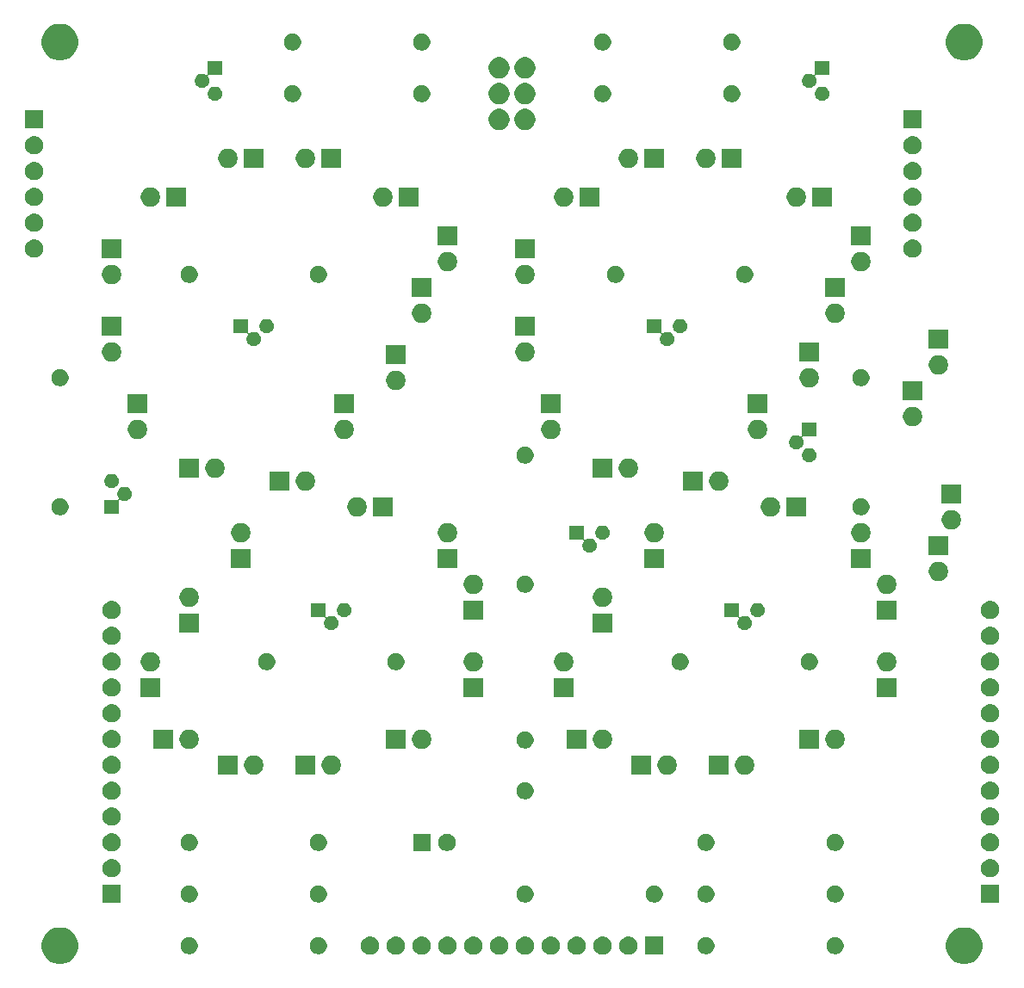
<source format=gbs>
G04 #@! TF.GenerationSoftware,KiCad,Pcbnew,5.1.5-5.1.5*
G04 #@! TF.CreationDate,2020-07-10T19:34:37+10:00*
G04 #@! TF.ProjectId,6segment,36736567-6d65-46e7-942e-6b696361645f,rev?*
G04 #@! TF.SameCoordinates,Original*
G04 #@! TF.FileFunction,Soldermask,Bot*
G04 #@! TF.FilePolarity,Negative*
%FSLAX46Y46*%
G04 Gerber Fmt 4.6, Leading zero omitted, Abs format (unit mm)*
G04 Created by KiCad (PCBNEW 5.1.5-5.1.5) date 2020-07-10 19:34:37*
%MOMM*%
%LPD*%
G04 APERTURE LIST*
%ADD10C,0.100000*%
G04 APERTURE END LIST*
D10*
G36*
X168165331Y-145588211D02*
G01*
X168493092Y-145723974D01*
X168788070Y-145921072D01*
X169038928Y-146171930D01*
X169236026Y-146466908D01*
X169371789Y-146794669D01*
X169441000Y-147142616D01*
X169441000Y-147497384D01*
X169371789Y-147845331D01*
X169236026Y-148173092D01*
X169038928Y-148468070D01*
X168788070Y-148718928D01*
X168493092Y-148916026D01*
X168165331Y-149051789D01*
X167817384Y-149121000D01*
X167462616Y-149121000D01*
X167114669Y-149051789D01*
X166786908Y-148916026D01*
X166491930Y-148718928D01*
X166241072Y-148468070D01*
X166043974Y-148173092D01*
X165908211Y-147845331D01*
X165839000Y-147497384D01*
X165839000Y-147142616D01*
X165908211Y-146794669D01*
X166043974Y-146466908D01*
X166241072Y-146171930D01*
X166491930Y-145921072D01*
X166786908Y-145723974D01*
X167114669Y-145588211D01*
X167462616Y-145519000D01*
X167817384Y-145519000D01*
X168165331Y-145588211D01*
G37*
G36*
X79265331Y-145588211D02*
G01*
X79593092Y-145723974D01*
X79888070Y-145921072D01*
X80138928Y-146171930D01*
X80336026Y-146466908D01*
X80471789Y-146794669D01*
X80541000Y-147142616D01*
X80541000Y-147497384D01*
X80471789Y-147845331D01*
X80336026Y-148173092D01*
X80138928Y-148468070D01*
X79888070Y-148718928D01*
X79593092Y-148916026D01*
X79265331Y-149051789D01*
X78917384Y-149121000D01*
X78562616Y-149121000D01*
X78214669Y-149051789D01*
X77886908Y-148916026D01*
X77591930Y-148718928D01*
X77341072Y-148468070D01*
X77143974Y-148173092D01*
X77008211Y-147845331D01*
X76939000Y-147497384D01*
X76939000Y-147142616D01*
X77008211Y-146794669D01*
X77143974Y-146466908D01*
X77341072Y-146171930D01*
X77591930Y-145921072D01*
X77886908Y-145723974D01*
X78214669Y-145588211D01*
X78562616Y-145519000D01*
X78917384Y-145519000D01*
X79265331Y-145588211D01*
G37*
G36*
X124573512Y-146423927D02*
G01*
X124722812Y-146453624D01*
X124886784Y-146521544D01*
X125034354Y-146620147D01*
X125159853Y-146745646D01*
X125258456Y-146893216D01*
X125326376Y-147057188D01*
X125361000Y-147231259D01*
X125361000Y-147408741D01*
X125326376Y-147582812D01*
X125258456Y-147746784D01*
X125159853Y-147894354D01*
X125034354Y-148019853D01*
X124886784Y-148118456D01*
X124722812Y-148186376D01*
X124573512Y-148216073D01*
X124548742Y-148221000D01*
X124371258Y-148221000D01*
X124346488Y-148216073D01*
X124197188Y-148186376D01*
X124033216Y-148118456D01*
X123885646Y-148019853D01*
X123760147Y-147894354D01*
X123661544Y-147746784D01*
X123593624Y-147582812D01*
X123559000Y-147408741D01*
X123559000Y-147231259D01*
X123593624Y-147057188D01*
X123661544Y-146893216D01*
X123760147Y-146745646D01*
X123885646Y-146620147D01*
X124033216Y-146521544D01*
X124197188Y-146453624D01*
X124346488Y-146423927D01*
X124371258Y-146419000D01*
X124548742Y-146419000D01*
X124573512Y-146423927D01*
G37*
G36*
X134733512Y-146423927D02*
G01*
X134882812Y-146453624D01*
X135046784Y-146521544D01*
X135194354Y-146620147D01*
X135319853Y-146745646D01*
X135418456Y-146893216D01*
X135486376Y-147057188D01*
X135521000Y-147231259D01*
X135521000Y-147408741D01*
X135486376Y-147582812D01*
X135418456Y-147746784D01*
X135319853Y-147894354D01*
X135194354Y-148019853D01*
X135046784Y-148118456D01*
X134882812Y-148186376D01*
X134733512Y-148216073D01*
X134708742Y-148221000D01*
X134531258Y-148221000D01*
X134506488Y-148216073D01*
X134357188Y-148186376D01*
X134193216Y-148118456D01*
X134045646Y-148019853D01*
X133920147Y-147894354D01*
X133821544Y-147746784D01*
X133753624Y-147582812D01*
X133719000Y-147408741D01*
X133719000Y-147231259D01*
X133753624Y-147057188D01*
X133821544Y-146893216D01*
X133920147Y-146745646D01*
X134045646Y-146620147D01*
X134193216Y-146521544D01*
X134357188Y-146453624D01*
X134506488Y-146423927D01*
X134531258Y-146419000D01*
X134708742Y-146419000D01*
X134733512Y-146423927D01*
G37*
G36*
X132193512Y-146423927D02*
G01*
X132342812Y-146453624D01*
X132506784Y-146521544D01*
X132654354Y-146620147D01*
X132779853Y-146745646D01*
X132878456Y-146893216D01*
X132946376Y-147057188D01*
X132981000Y-147231259D01*
X132981000Y-147408741D01*
X132946376Y-147582812D01*
X132878456Y-147746784D01*
X132779853Y-147894354D01*
X132654354Y-148019853D01*
X132506784Y-148118456D01*
X132342812Y-148186376D01*
X132193512Y-148216073D01*
X132168742Y-148221000D01*
X131991258Y-148221000D01*
X131966488Y-148216073D01*
X131817188Y-148186376D01*
X131653216Y-148118456D01*
X131505646Y-148019853D01*
X131380147Y-147894354D01*
X131281544Y-147746784D01*
X131213624Y-147582812D01*
X131179000Y-147408741D01*
X131179000Y-147231259D01*
X131213624Y-147057188D01*
X131281544Y-146893216D01*
X131380147Y-146745646D01*
X131505646Y-146620147D01*
X131653216Y-146521544D01*
X131817188Y-146453624D01*
X131966488Y-146423927D01*
X131991258Y-146419000D01*
X132168742Y-146419000D01*
X132193512Y-146423927D01*
G37*
G36*
X129653512Y-146423927D02*
G01*
X129802812Y-146453624D01*
X129966784Y-146521544D01*
X130114354Y-146620147D01*
X130239853Y-146745646D01*
X130338456Y-146893216D01*
X130406376Y-147057188D01*
X130441000Y-147231259D01*
X130441000Y-147408741D01*
X130406376Y-147582812D01*
X130338456Y-147746784D01*
X130239853Y-147894354D01*
X130114354Y-148019853D01*
X129966784Y-148118456D01*
X129802812Y-148186376D01*
X129653512Y-148216073D01*
X129628742Y-148221000D01*
X129451258Y-148221000D01*
X129426488Y-148216073D01*
X129277188Y-148186376D01*
X129113216Y-148118456D01*
X128965646Y-148019853D01*
X128840147Y-147894354D01*
X128741544Y-147746784D01*
X128673624Y-147582812D01*
X128639000Y-147408741D01*
X128639000Y-147231259D01*
X128673624Y-147057188D01*
X128741544Y-146893216D01*
X128840147Y-146745646D01*
X128965646Y-146620147D01*
X129113216Y-146521544D01*
X129277188Y-146453624D01*
X129426488Y-146423927D01*
X129451258Y-146419000D01*
X129628742Y-146419000D01*
X129653512Y-146423927D01*
G37*
G36*
X127113512Y-146423927D02*
G01*
X127262812Y-146453624D01*
X127426784Y-146521544D01*
X127574354Y-146620147D01*
X127699853Y-146745646D01*
X127798456Y-146893216D01*
X127866376Y-147057188D01*
X127901000Y-147231259D01*
X127901000Y-147408741D01*
X127866376Y-147582812D01*
X127798456Y-147746784D01*
X127699853Y-147894354D01*
X127574354Y-148019853D01*
X127426784Y-148118456D01*
X127262812Y-148186376D01*
X127113512Y-148216073D01*
X127088742Y-148221000D01*
X126911258Y-148221000D01*
X126886488Y-148216073D01*
X126737188Y-148186376D01*
X126573216Y-148118456D01*
X126425646Y-148019853D01*
X126300147Y-147894354D01*
X126201544Y-147746784D01*
X126133624Y-147582812D01*
X126099000Y-147408741D01*
X126099000Y-147231259D01*
X126133624Y-147057188D01*
X126201544Y-146893216D01*
X126300147Y-146745646D01*
X126425646Y-146620147D01*
X126573216Y-146521544D01*
X126737188Y-146453624D01*
X126886488Y-146423927D01*
X126911258Y-146419000D01*
X127088742Y-146419000D01*
X127113512Y-146423927D01*
G37*
G36*
X138061000Y-148221000D02*
G01*
X136259000Y-148221000D01*
X136259000Y-146419000D01*
X138061000Y-146419000D01*
X138061000Y-148221000D01*
G37*
G36*
X109333512Y-146423927D02*
G01*
X109482812Y-146453624D01*
X109646784Y-146521544D01*
X109794354Y-146620147D01*
X109919853Y-146745646D01*
X110018456Y-146893216D01*
X110086376Y-147057188D01*
X110121000Y-147231259D01*
X110121000Y-147408741D01*
X110086376Y-147582812D01*
X110018456Y-147746784D01*
X109919853Y-147894354D01*
X109794354Y-148019853D01*
X109646784Y-148118456D01*
X109482812Y-148186376D01*
X109333512Y-148216073D01*
X109308742Y-148221000D01*
X109131258Y-148221000D01*
X109106488Y-148216073D01*
X108957188Y-148186376D01*
X108793216Y-148118456D01*
X108645646Y-148019853D01*
X108520147Y-147894354D01*
X108421544Y-147746784D01*
X108353624Y-147582812D01*
X108319000Y-147408741D01*
X108319000Y-147231259D01*
X108353624Y-147057188D01*
X108421544Y-146893216D01*
X108520147Y-146745646D01*
X108645646Y-146620147D01*
X108793216Y-146521544D01*
X108957188Y-146453624D01*
X109106488Y-146423927D01*
X109131258Y-146419000D01*
X109308742Y-146419000D01*
X109333512Y-146423927D01*
G37*
G36*
X114413512Y-146423927D02*
G01*
X114562812Y-146453624D01*
X114726784Y-146521544D01*
X114874354Y-146620147D01*
X114999853Y-146745646D01*
X115098456Y-146893216D01*
X115166376Y-147057188D01*
X115201000Y-147231259D01*
X115201000Y-147408741D01*
X115166376Y-147582812D01*
X115098456Y-147746784D01*
X114999853Y-147894354D01*
X114874354Y-148019853D01*
X114726784Y-148118456D01*
X114562812Y-148186376D01*
X114413512Y-148216073D01*
X114388742Y-148221000D01*
X114211258Y-148221000D01*
X114186488Y-148216073D01*
X114037188Y-148186376D01*
X113873216Y-148118456D01*
X113725646Y-148019853D01*
X113600147Y-147894354D01*
X113501544Y-147746784D01*
X113433624Y-147582812D01*
X113399000Y-147408741D01*
X113399000Y-147231259D01*
X113433624Y-147057188D01*
X113501544Y-146893216D01*
X113600147Y-146745646D01*
X113725646Y-146620147D01*
X113873216Y-146521544D01*
X114037188Y-146453624D01*
X114186488Y-146423927D01*
X114211258Y-146419000D01*
X114388742Y-146419000D01*
X114413512Y-146423927D01*
G37*
G36*
X116953512Y-146423927D02*
G01*
X117102812Y-146453624D01*
X117266784Y-146521544D01*
X117414354Y-146620147D01*
X117539853Y-146745646D01*
X117638456Y-146893216D01*
X117706376Y-147057188D01*
X117741000Y-147231259D01*
X117741000Y-147408741D01*
X117706376Y-147582812D01*
X117638456Y-147746784D01*
X117539853Y-147894354D01*
X117414354Y-148019853D01*
X117266784Y-148118456D01*
X117102812Y-148186376D01*
X116953512Y-148216073D01*
X116928742Y-148221000D01*
X116751258Y-148221000D01*
X116726488Y-148216073D01*
X116577188Y-148186376D01*
X116413216Y-148118456D01*
X116265646Y-148019853D01*
X116140147Y-147894354D01*
X116041544Y-147746784D01*
X115973624Y-147582812D01*
X115939000Y-147408741D01*
X115939000Y-147231259D01*
X115973624Y-147057188D01*
X116041544Y-146893216D01*
X116140147Y-146745646D01*
X116265646Y-146620147D01*
X116413216Y-146521544D01*
X116577188Y-146453624D01*
X116726488Y-146423927D01*
X116751258Y-146419000D01*
X116928742Y-146419000D01*
X116953512Y-146423927D01*
G37*
G36*
X119493512Y-146423927D02*
G01*
X119642812Y-146453624D01*
X119806784Y-146521544D01*
X119954354Y-146620147D01*
X120079853Y-146745646D01*
X120178456Y-146893216D01*
X120246376Y-147057188D01*
X120281000Y-147231259D01*
X120281000Y-147408741D01*
X120246376Y-147582812D01*
X120178456Y-147746784D01*
X120079853Y-147894354D01*
X119954354Y-148019853D01*
X119806784Y-148118456D01*
X119642812Y-148186376D01*
X119493512Y-148216073D01*
X119468742Y-148221000D01*
X119291258Y-148221000D01*
X119266488Y-148216073D01*
X119117188Y-148186376D01*
X118953216Y-148118456D01*
X118805646Y-148019853D01*
X118680147Y-147894354D01*
X118581544Y-147746784D01*
X118513624Y-147582812D01*
X118479000Y-147408741D01*
X118479000Y-147231259D01*
X118513624Y-147057188D01*
X118581544Y-146893216D01*
X118680147Y-146745646D01*
X118805646Y-146620147D01*
X118953216Y-146521544D01*
X119117188Y-146453624D01*
X119266488Y-146423927D01*
X119291258Y-146419000D01*
X119468742Y-146419000D01*
X119493512Y-146423927D01*
G37*
G36*
X122033512Y-146423927D02*
G01*
X122182812Y-146453624D01*
X122346784Y-146521544D01*
X122494354Y-146620147D01*
X122619853Y-146745646D01*
X122718456Y-146893216D01*
X122786376Y-147057188D01*
X122821000Y-147231259D01*
X122821000Y-147408741D01*
X122786376Y-147582812D01*
X122718456Y-147746784D01*
X122619853Y-147894354D01*
X122494354Y-148019853D01*
X122346784Y-148118456D01*
X122182812Y-148186376D01*
X122033512Y-148216073D01*
X122008742Y-148221000D01*
X121831258Y-148221000D01*
X121806488Y-148216073D01*
X121657188Y-148186376D01*
X121493216Y-148118456D01*
X121345646Y-148019853D01*
X121220147Y-147894354D01*
X121121544Y-147746784D01*
X121053624Y-147582812D01*
X121019000Y-147408741D01*
X121019000Y-147231259D01*
X121053624Y-147057188D01*
X121121544Y-146893216D01*
X121220147Y-146745646D01*
X121345646Y-146620147D01*
X121493216Y-146521544D01*
X121657188Y-146453624D01*
X121806488Y-146423927D01*
X121831258Y-146419000D01*
X122008742Y-146419000D01*
X122033512Y-146423927D01*
G37*
G36*
X111873512Y-146423927D02*
G01*
X112022812Y-146453624D01*
X112186784Y-146521544D01*
X112334354Y-146620147D01*
X112459853Y-146745646D01*
X112558456Y-146893216D01*
X112626376Y-147057188D01*
X112661000Y-147231259D01*
X112661000Y-147408741D01*
X112626376Y-147582812D01*
X112558456Y-147746784D01*
X112459853Y-147894354D01*
X112334354Y-148019853D01*
X112186784Y-148118456D01*
X112022812Y-148186376D01*
X111873512Y-148216073D01*
X111848742Y-148221000D01*
X111671258Y-148221000D01*
X111646488Y-148216073D01*
X111497188Y-148186376D01*
X111333216Y-148118456D01*
X111185646Y-148019853D01*
X111060147Y-147894354D01*
X110961544Y-147746784D01*
X110893624Y-147582812D01*
X110859000Y-147408741D01*
X110859000Y-147231259D01*
X110893624Y-147057188D01*
X110961544Y-146893216D01*
X111060147Y-146745646D01*
X111185646Y-146620147D01*
X111333216Y-146521544D01*
X111497188Y-146453624D01*
X111646488Y-146423927D01*
X111671258Y-146419000D01*
X111848742Y-146419000D01*
X111873512Y-146423927D01*
G37*
G36*
X142488228Y-146501703D02*
G01*
X142643100Y-146565853D01*
X142782481Y-146658985D01*
X142901015Y-146777519D01*
X142994147Y-146916900D01*
X143058297Y-147071772D01*
X143091000Y-147236184D01*
X143091000Y-147403816D01*
X143058297Y-147568228D01*
X142994147Y-147723100D01*
X142901015Y-147862481D01*
X142782481Y-147981015D01*
X142643100Y-148074147D01*
X142488228Y-148138297D01*
X142323816Y-148171000D01*
X142156184Y-148171000D01*
X141991772Y-148138297D01*
X141836900Y-148074147D01*
X141697519Y-147981015D01*
X141578985Y-147862481D01*
X141485853Y-147723100D01*
X141421703Y-147568228D01*
X141389000Y-147403816D01*
X141389000Y-147236184D01*
X141421703Y-147071772D01*
X141485853Y-146916900D01*
X141578985Y-146777519D01*
X141697519Y-146658985D01*
X141836900Y-146565853D01*
X141991772Y-146501703D01*
X142156184Y-146469000D01*
X142323816Y-146469000D01*
X142488228Y-146501703D01*
G37*
G36*
X155188228Y-146501703D02*
G01*
X155343100Y-146565853D01*
X155482481Y-146658985D01*
X155601015Y-146777519D01*
X155694147Y-146916900D01*
X155758297Y-147071772D01*
X155791000Y-147236184D01*
X155791000Y-147403816D01*
X155758297Y-147568228D01*
X155694147Y-147723100D01*
X155601015Y-147862481D01*
X155482481Y-147981015D01*
X155343100Y-148074147D01*
X155188228Y-148138297D01*
X155023816Y-148171000D01*
X154856184Y-148171000D01*
X154691772Y-148138297D01*
X154536900Y-148074147D01*
X154397519Y-147981015D01*
X154278985Y-147862481D01*
X154185853Y-147723100D01*
X154121703Y-147568228D01*
X154089000Y-147403816D01*
X154089000Y-147236184D01*
X154121703Y-147071772D01*
X154185853Y-146916900D01*
X154278985Y-146777519D01*
X154397519Y-146658985D01*
X154536900Y-146565853D01*
X154691772Y-146501703D01*
X154856184Y-146469000D01*
X155023816Y-146469000D01*
X155188228Y-146501703D01*
G37*
G36*
X104388228Y-146501703D02*
G01*
X104543100Y-146565853D01*
X104682481Y-146658985D01*
X104801015Y-146777519D01*
X104894147Y-146916900D01*
X104958297Y-147071772D01*
X104991000Y-147236184D01*
X104991000Y-147403816D01*
X104958297Y-147568228D01*
X104894147Y-147723100D01*
X104801015Y-147862481D01*
X104682481Y-147981015D01*
X104543100Y-148074147D01*
X104388228Y-148138297D01*
X104223816Y-148171000D01*
X104056184Y-148171000D01*
X103891772Y-148138297D01*
X103736900Y-148074147D01*
X103597519Y-147981015D01*
X103478985Y-147862481D01*
X103385853Y-147723100D01*
X103321703Y-147568228D01*
X103289000Y-147403816D01*
X103289000Y-147236184D01*
X103321703Y-147071772D01*
X103385853Y-146916900D01*
X103478985Y-146777519D01*
X103597519Y-146658985D01*
X103736900Y-146565853D01*
X103891772Y-146501703D01*
X104056184Y-146469000D01*
X104223816Y-146469000D01*
X104388228Y-146501703D01*
G37*
G36*
X91688228Y-146501703D02*
G01*
X91843100Y-146565853D01*
X91982481Y-146658985D01*
X92101015Y-146777519D01*
X92194147Y-146916900D01*
X92258297Y-147071772D01*
X92291000Y-147236184D01*
X92291000Y-147403816D01*
X92258297Y-147568228D01*
X92194147Y-147723100D01*
X92101015Y-147862481D01*
X91982481Y-147981015D01*
X91843100Y-148074147D01*
X91688228Y-148138297D01*
X91523816Y-148171000D01*
X91356184Y-148171000D01*
X91191772Y-148138297D01*
X91036900Y-148074147D01*
X90897519Y-147981015D01*
X90778985Y-147862481D01*
X90685853Y-147723100D01*
X90621703Y-147568228D01*
X90589000Y-147403816D01*
X90589000Y-147236184D01*
X90621703Y-147071772D01*
X90685853Y-146916900D01*
X90778985Y-146777519D01*
X90897519Y-146658985D01*
X91036900Y-146565853D01*
X91191772Y-146501703D01*
X91356184Y-146469000D01*
X91523816Y-146469000D01*
X91688228Y-146501703D01*
G37*
G36*
X171081000Y-143141000D02*
G01*
X169279000Y-143141000D01*
X169279000Y-141339000D01*
X171081000Y-141339000D01*
X171081000Y-143141000D01*
G37*
G36*
X84721000Y-143141000D02*
G01*
X82919000Y-143141000D01*
X82919000Y-141339000D01*
X84721000Y-141339000D01*
X84721000Y-143141000D01*
G37*
G36*
X155188228Y-141421703D02*
G01*
X155343100Y-141485853D01*
X155482481Y-141578985D01*
X155601015Y-141697519D01*
X155694147Y-141836900D01*
X155758297Y-141991772D01*
X155791000Y-142156184D01*
X155791000Y-142323816D01*
X155758297Y-142488228D01*
X155694147Y-142643100D01*
X155601015Y-142782481D01*
X155482481Y-142901015D01*
X155343100Y-142994147D01*
X155188228Y-143058297D01*
X155023816Y-143091000D01*
X154856184Y-143091000D01*
X154691772Y-143058297D01*
X154536900Y-142994147D01*
X154397519Y-142901015D01*
X154278985Y-142782481D01*
X154185853Y-142643100D01*
X154121703Y-142488228D01*
X154089000Y-142323816D01*
X154089000Y-142156184D01*
X154121703Y-141991772D01*
X154185853Y-141836900D01*
X154278985Y-141697519D01*
X154397519Y-141578985D01*
X154536900Y-141485853D01*
X154691772Y-141421703D01*
X154856184Y-141389000D01*
X155023816Y-141389000D01*
X155188228Y-141421703D01*
G37*
G36*
X142488228Y-141421703D02*
G01*
X142643100Y-141485853D01*
X142782481Y-141578985D01*
X142901015Y-141697519D01*
X142994147Y-141836900D01*
X143058297Y-141991772D01*
X143091000Y-142156184D01*
X143091000Y-142323816D01*
X143058297Y-142488228D01*
X142994147Y-142643100D01*
X142901015Y-142782481D01*
X142782481Y-142901015D01*
X142643100Y-142994147D01*
X142488228Y-143058297D01*
X142323816Y-143091000D01*
X142156184Y-143091000D01*
X141991772Y-143058297D01*
X141836900Y-142994147D01*
X141697519Y-142901015D01*
X141578985Y-142782481D01*
X141485853Y-142643100D01*
X141421703Y-142488228D01*
X141389000Y-142323816D01*
X141389000Y-142156184D01*
X141421703Y-141991772D01*
X141485853Y-141836900D01*
X141578985Y-141697519D01*
X141697519Y-141578985D01*
X141836900Y-141485853D01*
X141991772Y-141421703D01*
X142156184Y-141389000D01*
X142323816Y-141389000D01*
X142488228Y-141421703D01*
G37*
G36*
X91688228Y-141421703D02*
G01*
X91843100Y-141485853D01*
X91982481Y-141578985D01*
X92101015Y-141697519D01*
X92194147Y-141836900D01*
X92258297Y-141991772D01*
X92291000Y-142156184D01*
X92291000Y-142323816D01*
X92258297Y-142488228D01*
X92194147Y-142643100D01*
X92101015Y-142782481D01*
X91982481Y-142901015D01*
X91843100Y-142994147D01*
X91688228Y-143058297D01*
X91523816Y-143091000D01*
X91356184Y-143091000D01*
X91191772Y-143058297D01*
X91036900Y-142994147D01*
X90897519Y-142901015D01*
X90778985Y-142782481D01*
X90685853Y-142643100D01*
X90621703Y-142488228D01*
X90589000Y-142323816D01*
X90589000Y-142156184D01*
X90621703Y-141991772D01*
X90685853Y-141836900D01*
X90778985Y-141697519D01*
X90897519Y-141578985D01*
X91036900Y-141485853D01*
X91191772Y-141421703D01*
X91356184Y-141389000D01*
X91523816Y-141389000D01*
X91688228Y-141421703D01*
G37*
G36*
X104388228Y-141421703D02*
G01*
X104543100Y-141485853D01*
X104682481Y-141578985D01*
X104801015Y-141697519D01*
X104894147Y-141836900D01*
X104958297Y-141991772D01*
X104991000Y-142156184D01*
X104991000Y-142323816D01*
X104958297Y-142488228D01*
X104894147Y-142643100D01*
X104801015Y-142782481D01*
X104682481Y-142901015D01*
X104543100Y-142994147D01*
X104388228Y-143058297D01*
X104223816Y-143091000D01*
X104056184Y-143091000D01*
X103891772Y-143058297D01*
X103736900Y-142994147D01*
X103597519Y-142901015D01*
X103478985Y-142782481D01*
X103385853Y-142643100D01*
X103321703Y-142488228D01*
X103289000Y-142323816D01*
X103289000Y-142156184D01*
X103321703Y-141991772D01*
X103385853Y-141836900D01*
X103478985Y-141697519D01*
X103597519Y-141578985D01*
X103736900Y-141485853D01*
X103891772Y-141421703D01*
X104056184Y-141389000D01*
X104223816Y-141389000D01*
X104388228Y-141421703D01*
G37*
G36*
X137408228Y-141421703D02*
G01*
X137563100Y-141485853D01*
X137702481Y-141578985D01*
X137821015Y-141697519D01*
X137914147Y-141836900D01*
X137978297Y-141991772D01*
X138011000Y-142156184D01*
X138011000Y-142323816D01*
X137978297Y-142488228D01*
X137914147Y-142643100D01*
X137821015Y-142782481D01*
X137702481Y-142901015D01*
X137563100Y-142994147D01*
X137408228Y-143058297D01*
X137243816Y-143091000D01*
X137076184Y-143091000D01*
X136911772Y-143058297D01*
X136756900Y-142994147D01*
X136617519Y-142901015D01*
X136498985Y-142782481D01*
X136405853Y-142643100D01*
X136341703Y-142488228D01*
X136309000Y-142323816D01*
X136309000Y-142156184D01*
X136341703Y-141991772D01*
X136405853Y-141836900D01*
X136498985Y-141697519D01*
X136617519Y-141578985D01*
X136756900Y-141485853D01*
X136911772Y-141421703D01*
X137076184Y-141389000D01*
X137243816Y-141389000D01*
X137408228Y-141421703D01*
G37*
G36*
X124708228Y-141421703D02*
G01*
X124863100Y-141485853D01*
X125002481Y-141578985D01*
X125121015Y-141697519D01*
X125214147Y-141836900D01*
X125278297Y-141991772D01*
X125311000Y-142156184D01*
X125311000Y-142323816D01*
X125278297Y-142488228D01*
X125214147Y-142643100D01*
X125121015Y-142782481D01*
X125002481Y-142901015D01*
X124863100Y-142994147D01*
X124708228Y-143058297D01*
X124543816Y-143091000D01*
X124376184Y-143091000D01*
X124211772Y-143058297D01*
X124056900Y-142994147D01*
X123917519Y-142901015D01*
X123798985Y-142782481D01*
X123705853Y-142643100D01*
X123641703Y-142488228D01*
X123609000Y-142323816D01*
X123609000Y-142156184D01*
X123641703Y-141991772D01*
X123705853Y-141836900D01*
X123798985Y-141697519D01*
X123917519Y-141578985D01*
X124056900Y-141485853D01*
X124211772Y-141421703D01*
X124376184Y-141389000D01*
X124543816Y-141389000D01*
X124708228Y-141421703D01*
G37*
G36*
X170293512Y-138803927D02*
G01*
X170442812Y-138833624D01*
X170606784Y-138901544D01*
X170754354Y-139000147D01*
X170879853Y-139125646D01*
X170978456Y-139273216D01*
X171046376Y-139437188D01*
X171081000Y-139611259D01*
X171081000Y-139788741D01*
X171046376Y-139962812D01*
X170978456Y-140126784D01*
X170879853Y-140274354D01*
X170754354Y-140399853D01*
X170606784Y-140498456D01*
X170442812Y-140566376D01*
X170293512Y-140596073D01*
X170268742Y-140601000D01*
X170091258Y-140601000D01*
X170066488Y-140596073D01*
X169917188Y-140566376D01*
X169753216Y-140498456D01*
X169605646Y-140399853D01*
X169480147Y-140274354D01*
X169381544Y-140126784D01*
X169313624Y-139962812D01*
X169279000Y-139788741D01*
X169279000Y-139611259D01*
X169313624Y-139437188D01*
X169381544Y-139273216D01*
X169480147Y-139125646D01*
X169605646Y-139000147D01*
X169753216Y-138901544D01*
X169917188Y-138833624D01*
X170066488Y-138803927D01*
X170091258Y-138799000D01*
X170268742Y-138799000D01*
X170293512Y-138803927D01*
G37*
G36*
X83933512Y-138803927D02*
G01*
X84082812Y-138833624D01*
X84246784Y-138901544D01*
X84394354Y-139000147D01*
X84519853Y-139125646D01*
X84618456Y-139273216D01*
X84686376Y-139437188D01*
X84721000Y-139611259D01*
X84721000Y-139788741D01*
X84686376Y-139962812D01*
X84618456Y-140126784D01*
X84519853Y-140274354D01*
X84394354Y-140399853D01*
X84246784Y-140498456D01*
X84082812Y-140566376D01*
X83933512Y-140596073D01*
X83908742Y-140601000D01*
X83731258Y-140601000D01*
X83706488Y-140596073D01*
X83557188Y-140566376D01*
X83393216Y-140498456D01*
X83245646Y-140399853D01*
X83120147Y-140274354D01*
X83021544Y-140126784D01*
X82953624Y-139962812D01*
X82919000Y-139788741D01*
X82919000Y-139611259D01*
X82953624Y-139437188D01*
X83021544Y-139273216D01*
X83120147Y-139125646D01*
X83245646Y-139000147D01*
X83393216Y-138901544D01*
X83557188Y-138833624D01*
X83706488Y-138803927D01*
X83731258Y-138799000D01*
X83908742Y-138799000D01*
X83933512Y-138803927D01*
G37*
G36*
X83933512Y-136263927D02*
G01*
X84082812Y-136293624D01*
X84246784Y-136361544D01*
X84394354Y-136460147D01*
X84519853Y-136585646D01*
X84618456Y-136733216D01*
X84686376Y-136897188D01*
X84721000Y-137071259D01*
X84721000Y-137248741D01*
X84686376Y-137422812D01*
X84618456Y-137586784D01*
X84519853Y-137734354D01*
X84394354Y-137859853D01*
X84246784Y-137958456D01*
X84082812Y-138026376D01*
X83933512Y-138056073D01*
X83908742Y-138061000D01*
X83731258Y-138061000D01*
X83706488Y-138056073D01*
X83557188Y-138026376D01*
X83393216Y-137958456D01*
X83245646Y-137859853D01*
X83120147Y-137734354D01*
X83021544Y-137586784D01*
X82953624Y-137422812D01*
X82919000Y-137248741D01*
X82919000Y-137071259D01*
X82953624Y-136897188D01*
X83021544Y-136733216D01*
X83120147Y-136585646D01*
X83245646Y-136460147D01*
X83393216Y-136361544D01*
X83557188Y-136293624D01*
X83706488Y-136263927D01*
X83731258Y-136259000D01*
X83908742Y-136259000D01*
X83933512Y-136263927D01*
G37*
G36*
X170293512Y-136263927D02*
G01*
X170442812Y-136293624D01*
X170606784Y-136361544D01*
X170754354Y-136460147D01*
X170879853Y-136585646D01*
X170978456Y-136733216D01*
X171046376Y-136897188D01*
X171081000Y-137071259D01*
X171081000Y-137248741D01*
X171046376Y-137422812D01*
X170978456Y-137586784D01*
X170879853Y-137734354D01*
X170754354Y-137859853D01*
X170606784Y-137958456D01*
X170442812Y-138026376D01*
X170293512Y-138056073D01*
X170268742Y-138061000D01*
X170091258Y-138061000D01*
X170066488Y-138056073D01*
X169917188Y-138026376D01*
X169753216Y-137958456D01*
X169605646Y-137859853D01*
X169480147Y-137734354D01*
X169381544Y-137586784D01*
X169313624Y-137422812D01*
X169279000Y-137248741D01*
X169279000Y-137071259D01*
X169313624Y-136897188D01*
X169381544Y-136733216D01*
X169480147Y-136585646D01*
X169605646Y-136460147D01*
X169753216Y-136361544D01*
X169917188Y-136293624D01*
X170066488Y-136263927D01*
X170091258Y-136259000D01*
X170268742Y-136259000D01*
X170293512Y-136263927D01*
G37*
G36*
X117048228Y-136341703D02*
G01*
X117203100Y-136405853D01*
X117342481Y-136498985D01*
X117461015Y-136617519D01*
X117554147Y-136756900D01*
X117618297Y-136911772D01*
X117651000Y-137076184D01*
X117651000Y-137243816D01*
X117618297Y-137408228D01*
X117554147Y-137563100D01*
X117461015Y-137702481D01*
X117342481Y-137821015D01*
X117203100Y-137914147D01*
X117048228Y-137978297D01*
X116883816Y-138011000D01*
X116716184Y-138011000D01*
X116551772Y-137978297D01*
X116396900Y-137914147D01*
X116257519Y-137821015D01*
X116138985Y-137702481D01*
X116045853Y-137563100D01*
X115981703Y-137408228D01*
X115949000Y-137243816D01*
X115949000Y-137076184D01*
X115981703Y-136911772D01*
X116045853Y-136756900D01*
X116138985Y-136617519D01*
X116257519Y-136498985D01*
X116396900Y-136405853D01*
X116551772Y-136341703D01*
X116716184Y-136309000D01*
X116883816Y-136309000D01*
X117048228Y-136341703D01*
G37*
G36*
X104388228Y-136341703D02*
G01*
X104543100Y-136405853D01*
X104682481Y-136498985D01*
X104801015Y-136617519D01*
X104894147Y-136756900D01*
X104958297Y-136911772D01*
X104991000Y-137076184D01*
X104991000Y-137243816D01*
X104958297Y-137408228D01*
X104894147Y-137563100D01*
X104801015Y-137702481D01*
X104682481Y-137821015D01*
X104543100Y-137914147D01*
X104388228Y-137978297D01*
X104223816Y-138011000D01*
X104056184Y-138011000D01*
X103891772Y-137978297D01*
X103736900Y-137914147D01*
X103597519Y-137821015D01*
X103478985Y-137702481D01*
X103385853Y-137563100D01*
X103321703Y-137408228D01*
X103289000Y-137243816D01*
X103289000Y-137076184D01*
X103321703Y-136911772D01*
X103385853Y-136756900D01*
X103478985Y-136617519D01*
X103597519Y-136498985D01*
X103736900Y-136405853D01*
X103891772Y-136341703D01*
X104056184Y-136309000D01*
X104223816Y-136309000D01*
X104388228Y-136341703D01*
G37*
G36*
X91688228Y-136341703D02*
G01*
X91843100Y-136405853D01*
X91982481Y-136498985D01*
X92101015Y-136617519D01*
X92194147Y-136756900D01*
X92258297Y-136911772D01*
X92291000Y-137076184D01*
X92291000Y-137243816D01*
X92258297Y-137408228D01*
X92194147Y-137563100D01*
X92101015Y-137702481D01*
X91982481Y-137821015D01*
X91843100Y-137914147D01*
X91688228Y-137978297D01*
X91523816Y-138011000D01*
X91356184Y-138011000D01*
X91191772Y-137978297D01*
X91036900Y-137914147D01*
X90897519Y-137821015D01*
X90778985Y-137702481D01*
X90685853Y-137563100D01*
X90621703Y-137408228D01*
X90589000Y-137243816D01*
X90589000Y-137076184D01*
X90621703Y-136911772D01*
X90685853Y-136756900D01*
X90778985Y-136617519D01*
X90897519Y-136498985D01*
X91036900Y-136405853D01*
X91191772Y-136341703D01*
X91356184Y-136309000D01*
X91523816Y-136309000D01*
X91688228Y-136341703D01*
G37*
G36*
X142488228Y-136341703D02*
G01*
X142643100Y-136405853D01*
X142782481Y-136498985D01*
X142901015Y-136617519D01*
X142994147Y-136756900D01*
X143058297Y-136911772D01*
X143091000Y-137076184D01*
X143091000Y-137243816D01*
X143058297Y-137408228D01*
X142994147Y-137563100D01*
X142901015Y-137702481D01*
X142782481Y-137821015D01*
X142643100Y-137914147D01*
X142488228Y-137978297D01*
X142323816Y-138011000D01*
X142156184Y-138011000D01*
X141991772Y-137978297D01*
X141836900Y-137914147D01*
X141697519Y-137821015D01*
X141578985Y-137702481D01*
X141485853Y-137563100D01*
X141421703Y-137408228D01*
X141389000Y-137243816D01*
X141389000Y-137076184D01*
X141421703Y-136911772D01*
X141485853Y-136756900D01*
X141578985Y-136617519D01*
X141697519Y-136498985D01*
X141836900Y-136405853D01*
X141991772Y-136341703D01*
X142156184Y-136309000D01*
X142323816Y-136309000D01*
X142488228Y-136341703D01*
G37*
G36*
X155188228Y-136341703D02*
G01*
X155343100Y-136405853D01*
X155482481Y-136498985D01*
X155601015Y-136617519D01*
X155694147Y-136756900D01*
X155758297Y-136911772D01*
X155791000Y-137076184D01*
X155791000Y-137243816D01*
X155758297Y-137408228D01*
X155694147Y-137563100D01*
X155601015Y-137702481D01*
X155482481Y-137821015D01*
X155343100Y-137914147D01*
X155188228Y-137978297D01*
X155023816Y-138011000D01*
X154856184Y-138011000D01*
X154691772Y-137978297D01*
X154536900Y-137914147D01*
X154397519Y-137821015D01*
X154278985Y-137702481D01*
X154185853Y-137563100D01*
X154121703Y-137408228D01*
X154089000Y-137243816D01*
X154089000Y-137076184D01*
X154121703Y-136911772D01*
X154185853Y-136756900D01*
X154278985Y-136617519D01*
X154397519Y-136498985D01*
X154536900Y-136405853D01*
X154691772Y-136341703D01*
X154856184Y-136309000D01*
X155023816Y-136309000D01*
X155188228Y-136341703D01*
G37*
G36*
X115151000Y-138011000D02*
G01*
X113449000Y-138011000D01*
X113449000Y-136309000D01*
X115151000Y-136309000D01*
X115151000Y-138011000D01*
G37*
G36*
X170293512Y-133723927D02*
G01*
X170442812Y-133753624D01*
X170606784Y-133821544D01*
X170754354Y-133920147D01*
X170879853Y-134045646D01*
X170978456Y-134193216D01*
X171046376Y-134357188D01*
X171081000Y-134531259D01*
X171081000Y-134708741D01*
X171046376Y-134882812D01*
X170978456Y-135046784D01*
X170879853Y-135194354D01*
X170754354Y-135319853D01*
X170606784Y-135418456D01*
X170442812Y-135486376D01*
X170293512Y-135516073D01*
X170268742Y-135521000D01*
X170091258Y-135521000D01*
X170066488Y-135516073D01*
X169917188Y-135486376D01*
X169753216Y-135418456D01*
X169605646Y-135319853D01*
X169480147Y-135194354D01*
X169381544Y-135046784D01*
X169313624Y-134882812D01*
X169279000Y-134708741D01*
X169279000Y-134531259D01*
X169313624Y-134357188D01*
X169381544Y-134193216D01*
X169480147Y-134045646D01*
X169605646Y-133920147D01*
X169753216Y-133821544D01*
X169917188Y-133753624D01*
X170066488Y-133723927D01*
X170091258Y-133719000D01*
X170268742Y-133719000D01*
X170293512Y-133723927D01*
G37*
G36*
X83933512Y-133723927D02*
G01*
X84082812Y-133753624D01*
X84246784Y-133821544D01*
X84394354Y-133920147D01*
X84519853Y-134045646D01*
X84618456Y-134193216D01*
X84686376Y-134357188D01*
X84721000Y-134531259D01*
X84721000Y-134708741D01*
X84686376Y-134882812D01*
X84618456Y-135046784D01*
X84519853Y-135194354D01*
X84394354Y-135319853D01*
X84246784Y-135418456D01*
X84082812Y-135486376D01*
X83933512Y-135516073D01*
X83908742Y-135521000D01*
X83731258Y-135521000D01*
X83706488Y-135516073D01*
X83557188Y-135486376D01*
X83393216Y-135418456D01*
X83245646Y-135319853D01*
X83120147Y-135194354D01*
X83021544Y-135046784D01*
X82953624Y-134882812D01*
X82919000Y-134708741D01*
X82919000Y-134531259D01*
X82953624Y-134357188D01*
X83021544Y-134193216D01*
X83120147Y-134045646D01*
X83245646Y-133920147D01*
X83393216Y-133821544D01*
X83557188Y-133753624D01*
X83706488Y-133723927D01*
X83731258Y-133719000D01*
X83908742Y-133719000D01*
X83933512Y-133723927D01*
G37*
G36*
X170293512Y-131183927D02*
G01*
X170442812Y-131213624D01*
X170606784Y-131281544D01*
X170754354Y-131380147D01*
X170879853Y-131505646D01*
X170978456Y-131653216D01*
X171046376Y-131817188D01*
X171081000Y-131991259D01*
X171081000Y-132168741D01*
X171046376Y-132342812D01*
X170978456Y-132506784D01*
X170879853Y-132654354D01*
X170754354Y-132779853D01*
X170606784Y-132878456D01*
X170442812Y-132946376D01*
X170293512Y-132976073D01*
X170268742Y-132981000D01*
X170091258Y-132981000D01*
X170066488Y-132976073D01*
X169917188Y-132946376D01*
X169753216Y-132878456D01*
X169605646Y-132779853D01*
X169480147Y-132654354D01*
X169381544Y-132506784D01*
X169313624Y-132342812D01*
X169279000Y-132168741D01*
X169279000Y-131991259D01*
X169313624Y-131817188D01*
X169381544Y-131653216D01*
X169480147Y-131505646D01*
X169605646Y-131380147D01*
X169753216Y-131281544D01*
X169917188Y-131213624D01*
X170066488Y-131183927D01*
X170091258Y-131179000D01*
X170268742Y-131179000D01*
X170293512Y-131183927D01*
G37*
G36*
X83933512Y-131183927D02*
G01*
X84082812Y-131213624D01*
X84246784Y-131281544D01*
X84394354Y-131380147D01*
X84519853Y-131505646D01*
X84618456Y-131653216D01*
X84686376Y-131817188D01*
X84721000Y-131991259D01*
X84721000Y-132168741D01*
X84686376Y-132342812D01*
X84618456Y-132506784D01*
X84519853Y-132654354D01*
X84394354Y-132779853D01*
X84246784Y-132878456D01*
X84082812Y-132946376D01*
X83933512Y-132976073D01*
X83908742Y-132981000D01*
X83731258Y-132981000D01*
X83706488Y-132976073D01*
X83557188Y-132946376D01*
X83393216Y-132878456D01*
X83245646Y-132779853D01*
X83120147Y-132654354D01*
X83021544Y-132506784D01*
X82953624Y-132342812D01*
X82919000Y-132168741D01*
X82919000Y-131991259D01*
X82953624Y-131817188D01*
X83021544Y-131653216D01*
X83120147Y-131505646D01*
X83245646Y-131380147D01*
X83393216Y-131281544D01*
X83557188Y-131213624D01*
X83706488Y-131183927D01*
X83731258Y-131179000D01*
X83908742Y-131179000D01*
X83933512Y-131183927D01*
G37*
G36*
X124708228Y-131261703D02*
G01*
X124863100Y-131325853D01*
X125002481Y-131418985D01*
X125121015Y-131537519D01*
X125214147Y-131676900D01*
X125278297Y-131831772D01*
X125311000Y-131996184D01*
X125311000Y-132163816D01*
X125278297Y-132328228D01*
X125214147Y-132483100D01*
X125121015Y-132622481D01*
X125002481Y-132741015D01*
X124863100Y-132834147D01*
X124708228Y-132898297D01*
X124543816Y-132931000D01*
X124376184Y-132931000D01*
X124211772Y-132898297D01*
X124056900Y-132834147D01*
X123917519Y-132741015D01*
X123798985Y-132622481D01*
X123705853Y-132483100D01*
X123641703Y-132328228D01*
X123609000Y-132163816D01*
X123609000Y-131996184D01*
X123641703Y-131831772D01*
X123705853Y-131676900D01*
X123798985Y-131537519D01*
X123917519Y-131418985D01*
X124056900Y-131325853D01*
X124211772Y-131261703D01*
X124376184Y-131229000D01*
X124543816Y-131229000D01*
X124708228Y-131261703D01*
G37*
G36*
X136841000Y-130491000D02*
G01*
X134939000Y-130491000D01*
X134939000Y-128589000D01*
X136841000Y-128589000D01*
X136841000Y-130491000D01*
G37*
G36*
X144461000Y-130491000D02*
G01*
X142559000Y-130491000D01*
X142559000Y-128589000D01*
X144461000Y-128589000D01*
X144461000Y-130491000D01*
G37*
G36*
X146327395Y-128625546D02*
G01*
X146500466Y-128697234D01*
X146500467Y-128697235D01*
X146656227Y-128801310D01*
X146788690Y-128933773D01*
X146788691Y-128933775D01*
X146892766Y-129089534D01*
X146964454Y-129262605D01*
X147001000Y-129446333D01*
X147001000Y-129633667D01*
X146964454Y-129817395D01*
X146892766Y-129990466D01*
X146892765Y-129990467D01*
X146788690Y-130146227D01*
X146656227Y-130278690D01*
X146577818Y-130331081D01*
X146500466Y-130382766D01*
X146327395Y-130454454D01*
X146143667Y-130491000D01*
X145956333Y-130491000D01*
X145772605Y-130454454D01*
X145599534Y-130382766D01*
X145522182Y-130331081D01*
X145443773Y-130278690D01*
X145311310Y-130146227D01*
X145207235Y-129990467D01*
X145207234Y-129990466D01*
X145135546Y-129817395D01*
X145099000Y-129633667D01*
X145099000Y-129446333D01*
X145135546Y-129262605D01*
X145207234Y-129089534D01*
X145311309Y-128933775D01*
X145311310Y-128933773D01*
X145443773Y-128801310D01*
X145599533Y-128697235D01*
X145599534Y-128697234D01*
X145772605Y-128625546D01*
X145956333Y-128589000D01*
X146143667Y-128589000D01*
X146327395Y-128625546D01*
G37*
G36*
X96201000Y-130491000D02*
G01*
X94299000Y-130491000D01*
X94299000Y-128589000D01*
X96201000Y-128589000D01*
X96201000Y-130491000D01*
G37*
G36*
X98067395Y-128625546D02*
G01*
X98240466Y-128697234D01*
X98240467Y-128697235D01*
X98396227Y-128801310D01*
X98528690Y-128933773D01*
X98528691Y-128933775D01*
X98632766Y-129089534D01*
X98704454Y-129262605D01*
X98741000Y-129446333D01*
X98741000Y-129633667D01*
X98704454Y-129817395D01*
X98632766Y-129990466D01*
X98632765Y-129990467D01*
X98528690Y-130146227D01*
X98396227Y-130278690D01*
X98317818Y-130331081D01*
X98240466Y-130382766D01*
X98067395Y-130454454D01*
X97883667Y-130491000D01*
X97696333Y-130491000D01*
X97512605Y-130454454D01*
X97339534Y-130382766D01*
X97262182Y-130331081D01*
X97183773Y-130278690D01*
X97051310Y-130146227D01*
X96947235Y-129990467D01*
X96947234Y-129990466D01*
X96875546Y-129817395D01*
X96839000Y-129633667D01*
X96839000Y-129446333D01*
X96875546Y-129262605D01*
X96947234Y-129089534D01*
X97051309Y-128933775D01*
X97051310Y-128933773D01*
X97183773Y-128801310D01*
X97339533Y-128697235D01*
X97339534Y-128697234D01*
X97512605Y-128625546D01*
X97696333Y-128589000D01*
X97883667Y-128589000D01*
X98067395Y-128625546D01*
G37*
G36*
X105687395Y-128625546D02*
G01*
X105860466Y-128697234D01*
X105860467Y-128697235D01*
X106016227Y-128801310D01*
X106148690Y-128933773D01*
X106148691Y-128933775D01*
X106252766Y-129089534D01*
X106324454Y-129262605D01*
X106361000Y-129446333D01*
X106361000Y-129633667D01*
X106324454Y-129817395D01*
X106252766Y-129990466D01*
X106252765Y-129990467D01*
X106148690Y-130146227D01*
X106016227Y-130278690D01*
X105937818Y-130331081D01*
X105860466Y-130382766D01*
X105687395Y-130454454D01*
X105503667Y-130491000D01*
X105316333Y-130491000D01*
X105132605Y-130454454D01*
X104959534Y-130382766D01*
X104882182Y-130331081D01*
X104803773Y-130278690D01*
X104671310Y-130146227D01*
X104567235Y-129990467D01*
X104567234Y-129990466D01*
X104495546Y-129817395D01*
X104459000Y-129633667D01*
X104459000Y-129446333D01*
X104495546Y-129262605D01*
X104567234Y-129089534D01*
X104671309Y-128933775D01*
X104671310Y-128933773D01*
X104803773Y-128801310D01*
X104959533Y-128697235D01*
X104959534Y-128697234D01*
X105132605Y-128625546D01*
X105316333Y-128589000D01*
X105503667Y-128589000D01*
X105687395Y-128625546D01*
G37*
G36*
X138707395Y-128625546D02*
G01*
X138880466Y-128697234D01*
X138880467Y-128697235D01*
X139036227Y-128801310D01*
X139168690Y-128933773D01*
X139168691Y-128933775D01*
X139272766Y-129089534D01*
X139344454Y-129262605D01*
X139381000Y-129446333D01*
X139381000Y-129633667D01*
X139344454Y-129817395D01*
X139272766Y-129990466D01*
X139272765Y-129990467D01*
X139168690Y-130146227D01*
X139036227Y-130278690D01*
X138957818Y-130331081D01*
X138880466Y-130382766D01*
X138707395Y-130454454D01*
X138523667Y-130491000D01*
X138336333Y-130491000D01*
X138152605Y-130454454D01*
X137979534Y-130382766D01*
X137902182Y-130331081D01*
X137823773Y-130278690D01*
X137691310Y-130146227D01*
X137587235Y-129990467D01*
X137587234Y-129990466D01*
X137515546Y-129817395D01*
X137479000Y-129633667D01*
X137479000Y-129446333D01*
X137515546Y-129262605D01*
X137587234Y-129089534D01*
X137691309Y-128933775D01*
X137691310Y-128933773D01*
X137823773Y-128801310D01*
X137979533Y-128697235D01*
X137979534Y-128697234D01*
X138152605Y-128625546D01*
X138336333Y-128589000D01*
X138523667Y-128589000D01*
X138707395Y-128625546D01*
G37*
G36*
X103821000Y-130491000D02*
G01*
X101919000Y-130491000D01*
X101919000Y-128589000D01*
X103821000Y-128589000D01*
X103821000Y-130491000D01*
G37*
G36*
X83933512Y-128643927D02*
G01*
X84082812Y-128673624D01*
X84246784Y-128741544D01*
X84394354Y-128840147D01*
X84519853Y-128965646D01*
X84618456Y-129113216D01*
X84686376Y-129277188D01*
X84721000Y-129451259D01*
X84721000Y-129628741D01*
X84686376Y-129802812D01*
X84618456Y-129966784D01*
X84519853Y-130114354D01*
X84394354Y-130239853D01*
X84246784Y-130338456D01*
X84082812Y-130406376D01*
X83933512Y-130436073D01*
X83908742Y-130441000D01*
X83731258Y-130441000D01*
X83706488Y-130436073D01*
X83557188Y-130406376D01*
X83393216Y-130338456D01*
X83245646Y-130239853D01*
X83120147Y-130114354D01*
X83021544Y-129966784D01*
X82953624Y-129802812D01*
X82919000Y-129628741D01*
X82919000Y-129451259D01*
X82953624Y-129277188D01*
X83021544Y-129113216D01*
X83120147Y-128965646D01*
X83245646Y-128840147D01*
X83393216Y-128741544D01*
X83557188Y-128673624D01*
X83706488Y-128643927D01*
X83731258Y-128639000D01*
X83908742Y-128639000D01*
X83933512Y-128643927D01*
G37*
G36*
X170293512Y-128643927D02*
G01*
X170442812Y-128673624D01*
X170606784Y-128741544D01*
X170754354Y-128840147D01*
X170879853Y-128965646D01*
X170978456Y-129113216D01*
X171046376Y-129277188D01*
X171081000Y-129451259D01*
X171081000Y-129628741D01*
X171046376Y-129802812D01*
X170978456Y-129966784D01*
X170879853Y-130114354D01*
X170754354Y-130239853D01*
X170606784Y-130338456D01*
X170442812Y-130406376D01*
X170293512Y-130436073D01*
X170268742Y-130441000D01*
X170091258Y-130441000D01*
X170066488Y-130436073D01*
X169917188Y-130406376D01*
X169753216Y-130338456D01*
X169605646Y-130239853D01*
X169480147Y-130114354D01*
X169381544Y-129966784D01*
X169313624Y-129802812D01*
X169279000Y-129628741D01*
X169279000Y-129451259D01*
X169313624Y-129277188D01*
X169381544Y-129113216D01*
X169480147Y-128965646D01*
X169605646Y-128840147D01*
X169753216Y-128741544D01*
X169917188Y-128673624D01*
X170066488Y-128643927D01*
X170091258Y-128639000D01*
X170268742Y-128639000D01*
X170293512Y-128643927D01*
G37*
G36*
X112711000Y-127951000D02*
G01*
X110809000Y-127951000D01*
X110809000Y-126049000D01*
X112711000Y-126049000D01*
X112711000Y-127951000D01*
G37*
G36*
X114577395Y-126085546D02*
G01*
X114750466Y-126157234D01*
X114750467Y-126157235D01*
X114906227Y-126261310D01*
X115038690Y-126393773D01*
X115038691Y-126393775D01*
X115142766Y-126549534D01*
X115214454Y-126722605D01*
X115251000Y-126906333D01*
X115251000Y-127093667D01*
X115214454Y-127277395D01*
X115142766Y-127450466D01*
X115091081Y-127527818D01*
X115038690Y-127606227D01*
X114906227Y-127738690D01*
X114902747Y-127741015D01*
X114750466Y-127842766D01*
X114577395Y-127914454D01*
X114393667Y-127951000D01*
X114206333Y-127951000D01*
X114022605Y-127914454D01*
X113849534Y-127842766D01*
X113697253Y-127741015D01*
X113693773Y-127738690D01*
X113561310Y-127606227D01*
X113508919Y-127527818D01*
X113457234Y-127450466D01*
X113385546Y-127277395D01*
X113349000Y-127093667D01*
X113349000Y-126906333D01*
X113385546Y-126722605D01*
X113457234Y-126549534D01*
X113561309Y-126393775D01*
X113561310Y-126393773D01*
X113693773Y-126261310D01*
X113849533Y-126157235D01*
X113849534Y-126157234D01*
X114022605Y-126085546D01*
X114206333Y-126049000D01*
X114393667Y-126049000D01*
X114577395Y-126085546D01*
G37*
G36*
X130491000Y-127951000D02*
G01*
X128589000Y-127951000D01*
X128589000Y-126049000D01*
X130491000Y-126049000D01*
X130491000Y-127951000D01*
G37*
G36*
X132357395Y-126085546D02*
G01*
X132530466Y-126157234D01*
X132530467Y-126157235D01*
X132686227Y-126261310D01*
X132818690Y-126393773D01*
X132818691Y-126393775D01*
X132922766Y-126549534D01*
X132994454Y-126722605D01*
X133031000Y-126906333D01*
X133031000Y-127093667D01*
X132994454Y-127277395D01*
X132922766Y-127450466D01*
X132871081Y-127527818D01*
X132818690Y-127606227D01*
X132686227Y-127738690D01*
X132682747Y-127741015D01*
X132530466Y-127842766D01*
X132357395Y-127914454D01*
X132173667Y-127951000D01*
X131986333Y-127951000D01*
X131802605Y-127914454D01*
X131629534Y-127842766D01*
X131477253Y-127741015D01*
X131473773Y-127738690D01*
X131341310Y-127606227D01*
X131288919Y-127527818D01*
X131237234Y-127450466D01*
X131165546Y-127277395D01*
X131129000Y-127093667D01*
X131129000Y-126906333D01*
X131165546Y-126722605D01*
X131237234Y-126549534D01*
X131341309Y-126393775D01*
X131341310Y-126393773D01*
X131473773Y-126261310D01*
X131629533Y-126157235D01*
X131629534Y-126157234D01*
X131802605Y-126085546D01*
X131986333Y-126049000D01*
X132173667Y-126049000D01*
X132357395Y-126085546D01*
G37*
G36*
X91717395Y-126085546D02*
G01*
X91890466Y-126157234D01*
X91890467Y-126157235D01*
X92046227Y-126261310D01*
X92178690Y-126393773D01*
X92178691Y-126393775D01*
X92282766Y-126549534D01*
X92354454Y-126722605D01*
X92391000Y-126906333D01*
X92391000Y-127093667D01*
X92354454Y-127277395D01*
X92282766Y-127450466D01*
X92231081Y-127527818D01*
X92178690Y-127606227D01*
X92046227Y-127738690D01*
X92042747Y-127741015D01*
X91890466Y-127842766D01*
X91717395Y-127914454D01*
X91533667Y-127951000D01*
X91346333Y-127951000D01*
X91162605Y-127914454D01*
X90989534Y-127842766D01*
X90837253Y-127741015D01*
X90833773Y-127738690D01*
X90701310Y-127606227D01*
X90648919Y-127527818D01*
X90597234Y-127450466D01*
X90525546Y-127277395D01*
X90489000Y-127093667D01*
X90489000Y-126906333D01*
X90525546Y-126722605D01*
X90597234Y-126549534D01*
X90701309Y-126393775D01*
X90701310Y-126393773D01*
X90833773Y-126261310D01*
X90989533Y-126157235D01*
X90989534Y-126157234D01*
X91162605Y-126085546D01*
X91346333Y-126049000D01*
X91533667Y-126049000D01*
X91717395Y-126085546D01*
G37*
G36*
X89851000Y-127951000D02*
G01*
X87949000Y-127951000D01*
X87949000Y-126049000D01*
X89851000Y-126049000D01*
X89851000Y-127951000D01*
G37*
G36*
X155217395Y-126085546D02*
G01*
X155390466Y-126157234D01*
X155390467Y-126157235D01*
X155546227Y-126261310D01*
X155678690Y-126393773D01*
X155678691Y-126393775D01*
X155782766Y-126549534D01*
X155854454Y-126722605D01*
X155891000Y-126906333D01*
X155891000Y-127093667D01*
X155854454Y-127277395D01*
X155782766Y-127450466D01*
X155731081Y-127527818D01*
X155678690Y-127606227D01*
X155546227Y-127738690D01*
X155542747Y-127741015D01*
X155390466Y-127842766D01*
X155217395Y-127914454D01*
X155033667Y-127951000D01*
X154846333Y-127951000D01*
X154662605Y-127914454D01*
X154489534Y-127842766D01*
X154337253Y-127741015D01*
X154333773Y-127738690D01*
X154201310Y-127606227D01*
X154148919Y-127527818D01*
X154097234Y-127450466D01*
X154025546Y-127277395D01*
X153989000Y-127093667D01*
X153989000Y-126906333D01*
X154025546Y-126722605D01*
X154097234Y-126549534D01*
X154201309Y-126393775D01*
X154201310Y-126393773D01*
X154333773Y-126261310D01*
X154489533Y-126157235D01*
X154489534Y-126157234D01*
X154662605Y-126085546D01*
X154846333Y-126049000D01*
X155033667Y-126049000D01*
X155217395Y-126085546D01*
G37*
G36*
X153351000Y-127951000D02*
G01*
X151449000Y-127951000D01*
X151449000Y-126049000D01*
X153351000Y-126049000D01*
X153351000Y-127951000D01*
G37*
G36*
X124708228Y-126261703D02*
G01*
X124863100Y-126325853D01*
X125002481Y-126418985D01*
X125121015Y-126537519D01*
X125214147Y-126676900D01*
X125278297Y-126831772D01*
X125311000Y-126996184D01*
X125311000Y-127163816D01*
X125278297Y-127328228D01*
X125214147Y-127483100D01*
X125121015Y-127622481D01*
X125002481Y-127741015D01*
X124863100Y-127834147D01*
X124708228Y-127898297D01*
X124543816Y-127931000D01*
X124376184Y-127931000D01*
X124211772Y-127898297D01*
X124056900Y-127834147D01*
X123917519Y-127741015D01*
X123798985Y-127622481D01*
X123705853Y-127483100D01*
X123641703Y-127328228D01*
X123609000Y-127163816D01*
X123609000Y-126996184D01*
X123641703Y-126831772D01*
X123705853Y-126676900D01*
X123798985Y-126537519D01*
X123917519Y-126418985D01*
X124056900Y-126325853D01*
X124211772Y-126261703D01*
X124376184Y-126229000D01*
X124543816Y-126229000D01*
X124708228Y-126261703D01*
G37*
G36*
X170293512Y-126103927D02*
G01*
X170442812Y-126133624D01*
X170606784Y-126201544D01*
X170754354Y-126300147D01*
X170879853Y-126425646D01*
X170978456Y-126573216D01*
X171046376Y-126737188D01*
X171081000Y-126911259D01*
X171081000Y-127088741D01*
X171046376Y-127262812D01*
X170978456Y-127426784D01*
X170879853Y-127574354D01*
X170754354Y-127699853D01*
X170606784Y-127798456D01*
X170442812Y-127866376D01*
X170293512Y-127896073D01*
X170268742Y-127901000D01*
X170091258Y-127901000D01*
X170066488Y-127896073D01*
X169917188Y-127866376D01*
X169753216Y-127798456D01*
X169605646Y-127699853D01*
X169480147Y-127574354D01*
X169381544Y-127426784D01*
X169313624Y-127262812D01*
X169279000Y-127088741D01*
X169279000Y-126911259D01*
X169313624Y-126737188D01*
X169381544Y-126573216D01*
X169480147Y-126425646D01*
X169605646Y-126300147D01*
X169753216Y-126201544D01*
X169917188Y-126133624D01*
X170066488Y-126103927D01*
X170091258Y-126099000D01*
X170268742Y-126099000D01*
X170293512Y-126103927D01*
G37*
G36*
X83933512Y-126103927D02*
G01*
X84082812Y-126133624D01*
X84246784Y-126201544D01*
X84394354Y-126300147D01*
X84519853Y-126425646D01*
X84618456Y-126573216D01*
X84686376Y-126737188D01*
X84721000Y-126911259D01*
X84721000Y-127088741D01*
X84686376Y-127262812D01*
X84618456Y-127426784D01*
X84519853Y-127574354D01*
X84394354Y-127699853D01*
X84246784Y-127798456D01*
X84082812Y-127866376D01*
X83933512Y-127896073D01*
X83908742Y-127901000D01*
X83731258Y-127901000D01*
X83706488Y-127896073D01*
X83557188Y-127866376D01*
X83393216Y-127798456D01*
X83245646Y-127699853D01*
X83120147Y-127574354D01*
X83021544Y-127426784D01*
X82953624Y-127262812D01*
X82919000Y-127088741D01*
X82919000Y-126911259D01*
X82953624Y-126737188D01*
X83021544Y-126573216D01*
X83120147Y-126425646D01*
X83245646Y-126300147D01*
X83393216Y-126201544D01*
X83557188Y-126133624D01*
X83706488Y-126103927D01*
X83731258Y-126099000D01*
X83908742Y-126099000D01*
X83933512Y-126103927D01*
G37*
G36*
X170293512Y-123563927D02*
G01*
X170442812Y-123593624D01*
X170606784Y-123661544D01*
X170754354Y-123760147D01*
X170879853Y-123885646D01*
X170978456Y-124033216D01*
X171046376Y-124197188D01*
X171081000Y-124371259D01*
X171081000Y-124548741D01*
X171046376Y-124722812D01*
X170978456Y-124886784D01*
X170879853Y-125034354D01*
X170754354Y-125159853D01*
X170606784Y-125258456D01*
X170442812Y-125326376D01*
X170293512Y-125356073D01*
X170268742Y-125361000D01*
X170091258Y-125361000D01*
X170066488Y-125356073D01*
X169917188Y-125326376D01*
X169753216Y-125258456D01*
X169605646Y-125159853D01*
X169480147Y-125034354D01*
X169381544Y-124886784D01*
X169313624Y-124722812D01*
X169279000Y-124548741D01*
X169279000Y-124371259D01*
X169313624Y-124197188D01*
X169381544Y-124033216D01*
X169480147Y-123885646D01*
X169605646Y-123760147D01*
X169753216Y-123661544D01*
X169917188Y-123593624D01*
X170066488Y-123563927D01*
X170091258Y-123559000D01*
X170268742Y-123559000D01*
X170293512Y-123563927D01*
G37*
G36*
X83933512Y-123563927D02*
G01*
X84082812Y-123593624D01*
X84246784Y-123661544D01*
X84394354Y-123760147D01*
X84519853Y-123885646D01*
X84618456Y-124033216D01*
X84686376Y-124197188D01*
X84721000Y-124371259D01*
X84721000Y-124548741D01*
X84686376Y-124722812D01*
X84618456Y-124886784D01*
X84519853Y-125034354D01*
X84394354Y-125159853D01*
X84246784Y-125258456D01*
X84082812Y-125326376D01*
X83933512Y-125356073D01*
X83908742Y-125361000D01*
X83731258Y-125361000D01*
X83706488Y-125356073D01*
X83557188Y-125326376D01*
X83393216Y-125258456D01*
X83245646Y-125159853D01*
X83120147Y-125034354D01*
X83021544Y-124886784D01*
X82953624Y-124722812D01*
X82919000Y-124548741D01*
X82919000Y-124371259D01*
X82953624Y-124197188D01*
X83021544Y-124033216D01*
X83120147Y-123885646D01*
X83245646Y-123760147D01*
X83393216Y-123661544D01*
X83557188Y-123593624D01*
X83706488Y-123563927D01*
X83731258Y-123559000D01*
X83908742Y-123559000D01*
X83933512Y-123563927D01*
G37*
G36*
X160971000Y-122871000D02*
G01*
X159069000Y-122871000D01*
X159069000Y-120969000D01*
X160971000Y-120969000D01*
X160971000Y-122871000D01*
G37*
G36*
X88581000Y-122871000D02*
G01*
X86679000Y-122871000D01*
X86679000Y-120969000D01*
X88581000Y-120969000D01*
X88581000Y-122871000D01*
G37*
G36*
X129221000Y-122871000D02*
G01*
X127319000Y-122871000D01*
X127319000Y-120969000D01*
X129221000Y-120969000D01*
X129221000Y-122871000D01*
G37*
G36*
X120331000Y-122871000D02*
G01*
X118429000Y-122871000D01*
X118429000Y-120969000D01*
X120331000Y-120969000D01*
X120331000Y-122871000D01*
G37*
G36*
X170293512Y-121023927D02*
G01*
X170442812Y-121053624D01*
X170606784Y-121121544D01*
X170754354Y-121220147D01*
X170879853Y-121345646D01*
X170978456Y-121493216D01*
X171046376Y-121657188D01*
X171081000Y-121831259D01*
X171081000Y-122008741D01*
X171046376Y-122182812D01*
X170978456Y-122346784D01*
X170879853Y-122494354D01*
X170754354Y-122619853D01*
X170606784Y-122718456D01*
X170442812Y-122786376D01*
X170293512Y-122816073D01*
X170268742Y-122821000D01*
X170091258Y-122821000D01*
X170066488Y-122816073D01*
X169917188Y-122786376D01*
X169753216Y-122718456D01*
X169605646Y-122619853D01*
X169480147Y-122494354D01*
X169381544Y-122346784D01*
X169313624Y-122182812D01*
X169279000Y-122008741D01*
X169279000Y-121831259D01*
X169313624Y-121657188D01*
X169381544Y-121493216D01*
X169480147Y-121345646D01*
X169605646Y-121220147D01*
X169753216Y-121121544D01*
X169917188Y-121053624D01*
X170066488Y-121023927D01*
X170091258Y-121019000D01*
X170268742Y-121019000D01*
X170293512Y-121023927D01*
G37*
G36*
X83933512Y-121023927D02*
G01*
X84082812Y-121053624D01*
X84246784Y-121121544D01*
X84394354Y-121220147D01*
X84519853Y-121345646D01*
X84618456Y-121493216D01*
X84686376Y-121657188D01*
X84721000Y-121831259D01*
X84721000Y-122008741D01*
X84686376Y-122182812D01*
X84618456Y-122346784D01*
X84519853Y-122494354D01*
X84394354Y-122619853D01*
X84246784Y-122718456D01*
X84082812Y-122786376D01*
X83933512Y-122816073D01*
X83908742Y-122821000D01*
X83731258Y-122821000D01*
X83706488Y-122816073D01*
X83557188Y-122786376D01*
X83393216Y-122718456D01*
X83245646Y-122619853D01*
X83120147Y-122494354D01*
X83021544Y-122346784D01*
X82953624Y-122182812D01*
X82919000Y-122008741D01*
X82919000Y-121831259D01*
X82953624Y-121657188D01*
X83021544Y-121493216D01*
X83120147Y-121345646D01*
X83245646Y-121220147D01*
X83393216Y-121121544D01*
X83557188Y-121053624D01*
X83706488Y-121023927D01*
X83731258Y-121019000D01*
X83908742Y-121019000D01*
X83933512Y-121023927D01*
G37*
G36*
X119657395Y-118465546D02*
G01*
X119830466Y-118537234D01*
X119830467Y-118537235D01*
X119986227Y-118641310D01*
X120118690Y-118773773D01*
X120161284Y-118837520D01*
X120222766Y-118929534D01*
X120294454Y-119102605D01*
X120331000Y-119286333D01*
X120331000Y-119473667D01*
X120294454Y-119657395D01*
X120222766Y-119830466D01*
X120222765Y-119830467D01*
X120118690Y-119986227D01*
X119986227Y-120118690D01*
X119963092Y-120134148D01*
X119830466Y-120222766D01*
X119657395Y-120294454D01*
X119473667Y-120331000D01*
X119286333Y-120331000D01*
X119102605Y-120294454D01*
X118929534Y-120222766D01*
X118796908Y-120134148D01*
X118773773Y-120118690D01*
X118641310Y-119986227D01*
X118537235Y-119830467D01*
X118537234Y-119830466D01*
X118465546Y-119657395D01*
X118429000Y-119473667D01*
X118429000Y-119286333D01*
X118465546Y-119102605D01*
X118537234Y-118929534D01*
X118598716Y-118837520D01*
X118641310Y-118773773D01*
X118773773Y-118641310D01*
X118929533Y-118537235D01*
X118929534Y-118537234D01*
X119102605Y-118465546D01*
X119286333Y-118429000D01*
X119473667Y-118429000D01*
X119657395Y-118465546D01*
G37*
G36*
X87907395Y-118465546D02*
G01*
X88080466Y-118537234D01*
X88080467Y-118537235D01*
X88236227Y-118641310D01*
X88368690Y-118773773D01*
X88411284Y-118837520D01*
X88472766Y-118929534D01*
X88544454Y-119102605D01*
X88581000Y-119286333D01*
X88581000Y-119473667D01*
X88544454Y-119657395D01*
X88472766Y-119830466D01*
X88472765Y-119830467D01*
X88368690Y-119986227D01*
X88236227Y-120118690D01*
X88213092Y-120134148D01*
X88080466Y-120222766D01*
X87907395Y-120294454D01*
X87723667Y-120331000D01*
X87536333Y-120331000D01*
X87352605Y-120294454D01*
X87179534Y-120222766D01*
X87046908Y-120134148D01*
X87023773Y-120118690D01*
X86891310Y-119986227D01*
X86787235Y-119830467D01*
X86787234Y-119830466D01*
X86715546Y-119657395D01*
X86679000Y-119473667D01*
X86679000Y-119286333D01*
X86715546Y-119102605D01*
X86787234Y-118929534D01*
X86848716Y-118837520D01*
X86891310Y-118773773D01*
X87023773Y-118641310D01*
X87179533Y-118537235D01*
X87179534Y-118537234D01*
X87352605Y-118465546D01*
X87536333Y-118429000D01*
X87723667Y-118429000D01*
X87907395Y-118465546D01*
G37*
G36*
X160297395Y-118465546D02*
G01*
X160470466Y-118537234D01*
X160470467Y-118537235D01*
X160626227Y-118641310D01*
X160758690Y-118773773D01*
X160801284Y-118837520D01*
X160862766Y-118929534D01*
X160934454Y-119102605D01*
X160971000Y-119286333D01*
X160971000Y-119473667D01*
X160934454Y-119657395D01*
X160862766Y-119830466D01*
X160862765Y-119830467D01*
X160758690Y-119986227D01*
X160626227Y-120118690D01*
X160603092Y-120134148D01*
X160470466Y-120222766D01*
X160297395Y-120294454D01*
X160113667Y-120331000D01*
X159926333Y-120331000D01*
X159742605Y-120294454D01*
X159569534Y-120222766D01*
X159436908Y-120134148D01*
X159413773Y-120118690D01*
X159281310Y-119986227D01*
X159177235Y-119830467D01*
X159177234Y-119830466D01*
X159105546Y-119657395D01*
X159069000Y-119473667D01*
X159069000Y-119286333D01*
X159105546Y-119102605D01*
X159177234Y-118929534D01*
X159238716Y-118837520D01*
X159281310Y-118773773D01*
X159413773Y-118641310D01*
X159569533Y-118537235D01*
X159569534Y-118537234D01*
X159742605Y-118465546D01*
X159926333Y-118429000D01*
X160113667Y-118429000D01*
X160297395Y-118465546D01*
G37*
G36*
X128547395Y-118465546D02*
G01*
X128720466Y-118537234D01*
X128720467Y-118537235D01*
X128876227Y-118641310D01*
X129008690Y-118773773D01*
X129051284Y-118837520D01*
X129112766Y-118929534D01*
X129184454Y-119102605D01*
X129221000Y-119286333D01*
X129221000Y-119473667D01*
X129184454Y-119657395D01*
X129112766Y-119830466D01*
X129112765Y-119830467D01*
X129008690Y-119986227D01*
X128876227Y-120118690D01*
X128853092Y-120134148D01*
X128720466Y-120222766D01*
X128547395Y-120294454D01*
X128363667Y-120331000D01*
X128176333Y-120331000D01*
X127992605Y-120294454D01*
X127819534Y-120222766D01*
X127686908Y-120134148D01*
X127663773Y-120118690D01*
X127531310Y-119986227D01*
X127427235Y-119830467D01*
X127427234Y-119830466D01*
X127355546Y-119657395D01*
X127319000Y-119473667D01*
X127319000Y-119286333D01*
X127355546Y-119102605D01*
X127427234Y-118929534D01*
X127488716Y-118837520D01*
X127531310Y-118773773D01*
X127663773Y-118641310D01*
X127819533Y-118537235D01*
X127819534Y-118537234D01*
X127992605Y-118465546D01*
X128176333Y-118429000D01*
X128363667Y-118429000D01*
X128547395Y-118465546D01*
G37*
G36*
X83933512Y-118483927D02*
G01*
X84082812Y-118513624D01*
X84246784Y-118581544D01*
X84394354Y-118680147D01*
X84519853Y-118805646D01*
X84618456Y-118953216D01*
X84686376Y-119117188D01*
X84721000Y-119291259D01*
X84721000Y-119468741D01*
X84686376Y-119642812D01*
X84618456Y-119806784D01*
X84519853Y-119954354D01*
X84394354Y-120079853D01*
X84246784Y-120178456D01*
X84082812Y-120246376D01*
X83933512Y-120276073D01*
X83908742Y-120281000D01*
X83731258Y-120281000D01*
X83706488Y-120276073D01*
X83557188Y-120246376D01*
X83393216Y-120178456D01*
X83245646Y-120079853D01*
X83120147Y-119954354D01*
X83021544Y-119806784D01*
X82953624Y-119642812D01*
X82919000Y-119468741D01*
X82919000Y-119291259D01*
X82953624Y-119117188D01*
X83021544Y-118953216D01*
X83120147Y-118805646D01*
X83245646Y-118680147D01*
X83393216Y-118581544D01*
X83557188Y-118513624D01*
X83706488Y-118483927D01*
X83731258Y-118479000D01*
X83908742Y-118479000D01*
X83933512Y-118483927D01*
G37*
G36*
X170293512Y-118483927D02*
G01*
X170442812Y-118513624D01*
X170606784Y-118581544D01*
X170754354Y-118680147D01*
X170879853Y-118805646D01*
X170978456Y-118953216D01*
X171046376Y-119117188D01*
X171081000Y-119291259D01*
X171081000Y-119468741D01*
X171046376Y-119642812D01*
X170978456Y-119806784D01*
X170879853Y-119954354D01*
X170754354Y-120079853D01*
X170606784Y-120178456D01*
X170442812Y-120246376D01*
X170293512Y-120276073D01*
X170268742Y-120281000D01*
X170091258Y-120281000D01*
X170066488Y-120276073D01*
X169917188Y-120246376D01*
X169753216Y-120178456D01*
X169605646Y-120079853D01*
X169480147Y-119954354D01*
X169381544Y-119806784D01*
X169313624Y-119642812D01*
X169279000Y-119468741D01*
X169279000Y-119291259D01*
X169313624Y-119117188D01*
X169381544Y-118953216D01*
X169480147Y-118805646D01*
X169605646Y-118680147D01*
X169753216Y-118581544D01*
X169917188Y-118513624D01*
X170066488Y-118483927D01*
X170091258Y-118479000D01*
X170268742Y-118479000D01*
X170293512Y-118483927D01*
G37*
G36*
X152648228Y-118561703D02*
G01*
X152803100Y-118625853D01*
X152942481Y-118718985D01*
X153061015Y-118837519D01*
X153154147Y-118976900D01*
X153218297Y-119131772D01*
X153251000Y-119296184D01*
X153251000Y-119463816D01*
X153218297Y-119628228D01*
X153154147Y-119783100D01*
X153061015Y-119922481D01*
X152942481Y-120041015D01*
X152803100Y-120134147D01*
X152648228Y-120198297D01*
X152483816Y-120231000D01*
X152316184Y-120231000D01*
X152151772Y-120198297D01*
X151996900Y-120134147D01*
X151857519Y-120041015D01*
X151738985Y-119922481D01*
X151645853Y-119783100D01*
X151581703Y-119628228D01*
X151549000Y-119463816D01*
X151549000Y-119296184D01*
X151581703Y-119131772D01*
X151645853Y-118976900D01*
X151738985Y-118837519D01*
X151857519Y-118718985D01*
X151996900Y-118625853D01*
X152151772Y-118561703D01*
X152316184Y-118529000D01*
X152483816Y-118529000D01*
X152648228Y-118561703D01*
G37*
G36*
X112008228Y-118561703D02*
G01*
X112163100Y-118625853D01*
X112302481Y-118718985D01*
X112421015Y-118837519D01*
X112514147Y-118976900D01*
X112578297Y-119131772D01*
X112611000Y-119296184D01*
X112611000Y-119463816D01*
X112578297Y-119628228D01*
X112514147Y-119783100D01*
X112421015Y-119922481D01*
X112302481Y-120041015D01*
X112163100Y-120134147D01*
X112008228Y-120198297D01*
X111843816Y-120231000D01*
X111676184Y-120231000D01*
X111511772Y-120198297D01*
X111356900Y-120134147D01*
X111217519Y-120041015D01*
X111098985Y-119922481D01*
X111005853Y-119783100D01*
X110941703Y-119628228D01*
X110909000Y-119463816D01*
X110909000Y-119296184D01*
X110941703Y-119131772D01*
X111005853Y-118976900D01*
X111098985Y-118837519D01*
X111217519Y-118718985D01*
X111356900Y-118625853D01*
X111511772Y-118561703D01*
X111676184Y-118529000D01*
X111843816Y-118529000D01*
X112008228Y-118561703D01*
G37*
G36*
X99308228Y-118561703D02*
G01*
X99463100Y-118625853D01*
X99602481Y-118718985D01*
X99721015Y-118837519D01*
X99814147Y-118976900D01*
X99878297Y-119131772D01*
X99911000Y-119296184D01*
X99911000Y-119463816D01*
X99878297Y-119628228D01*
X99814147Y-119783100D01*
X99721015Y-119922481D01*
X99602481Y-120041015D01*
X99463100Y-120134147D01*
X99308228Y-120198297D01*
X99143816Y-120231000D01*
X98976184Y-120231000D01*
X98811772Y-120198297D01*
X98656900Y-120134147D01*
X98517519Y-120041015D01*
X98398985Y-119922481D01*
X98305853Y-119783100D01*
X98241703Y-119628228D01*
X98209000Y-119463816D01*
X98209000Y-119296184D01*
X98241703Y-119131772D01*
X98305853Y-118976900D01*
X98398985Y-118837519D01*
X98517519Y-118718985D01*
X98656900Y-118625853D01*
X98811772Y-118561703D01*
X98976184Y-118529000D01*
X99143816Y-118529000D01*
X99308228Y-118561703D01*
G37*
G36*
X139948228Y-118561703D02*
G01*
X140103100Y-118625853D01*
X140242481Y-118718985D01*
X140361015Y-118837519D01*
X140454147Y-118976900D01*
X140518297Y-119131772D01*
X140551000Y-119296184D01*
X140551000Y-119463816D01*
X140518297Y-119628228D01*
X140454147Y-119783100D01*
X140361015Y-119922481D01*
X140242481Y-120041015D01*
X140103100Y-120134147D01*
X139948228Y-120198297D01*
X139783816Y-120231000D01*
X139616184Y-120231000D01*
X139451772Y-120198297D01*
X139296900Y-120134147D01*
X139157519Y-120041015D01*
X139038985Y-119922481D01*
X138945853Y-119783100D01*
X138881703Y-119628228D01*
X138849000Y-119463816D01*
X138849000Y-119296184D01*
X138881703Y-119131772D01*
X138945853Y-118976900D01*
X139038985Y-118837519D01*
X139157519Y-118718985D01*
X139296900Y-118625853D01*
X139451772Y-118561703D01*
X139616184Y-118529000D01*
X139783816Y-118529000D01*
X139948228Y-118561703D01*
G37*
G36*
X170293512Y-115943927D02*
G01*
X170442812Y-115973624D01*
X170606784Y-116041544D01*
X170754354Y-116140147D01*
X170879853Y-116265646D01*
X170978456Y-116413216D01*
X171046376Y-116577188D01*
X171081000Y-116751259D01*
X171081000Y-116928741D01*
X171046376Y-117102812D01*
X170978456Y-117266784D01*
X170879853Y-117414354D01*
X170754354Y-117539853D01*
X170606784Y-117638456D01*
X170442812Y-117706376D01*
X170293512Y-117736073D01*
X170268742Y-117741000D01*
X170091258Y-117741000D01*
X170066488Y-117736073D01*
X169917188Y-117706376D01*
X169753216Y-117638456D01*
X169605646Y-117539853D01*
X169480147Y-117414354D01*
X169381544Y-117266784D01*
X169313624Y-117102812D01*
X169279000Y-116928741D01*
X169279000Y-116751259D01*
X169313624Y-116577188D01*
X169381544Y-116413216D01*
X169480147Y-116265646D01*
X169605646Y-116140147D01*
X169753216Y-116041544D01*
X169917188Y-115973624D01*
X170066488Y-115943927D01*
X170091258Y-115939000D01*
X170268742Y-115939000D01*
X170293512Y-115943927D01*
G37*
G36*
X83933512Y-115943927D02*
G01*
X84082812Y-115973624D01*
X84246784Y-116041544D01*
X84394354Y-116140147D01*
X84519853Y-116265646D01*
X84618456Y-116413216D01*
X84686376Y-116577188D01*
X84721000Y-116751259D01*
X84721000Y-116928741D01*
X84686376Y-117102812D01*
X84618456Y-117266784D01*
X84519853Y-117414354D01*
X84394354Y-117539853D01*
X84246784Y-117638456D01*
X84082812Y-117706376D01*
X83933512Y-117736073D01*
X83908742Y-117741000D01*
X83731258Y-117741000D01*
X83706488Y-117736073D01*
X83557188Y-117706376D01*
X83393216Y-117638456D01*
X83245646Y-117539853D01*
X83120147Y-117414354D01*
X83021544Y-117266784D01*
X82953624Y-117102812D01*
X82919000Y-116928741D01*
X82919000Y-116751259D01*
X82953624Y-116577188D01*
X83021544Y-116413216D01*
X83120147Y-116265646D01*
X83245646Y-116140147D01*
X83393216Y-116041544D01*
X83557188Y-115973624D01*
X83706488Y-115943927D01*
X83731258Y-115939000D01*
X83908742Y-115939000D01*
X83933512Y-115943927D01*
G37*
G36*
X133031000Y-116521000D02*
G01*
X131129000Y-116521000D01*
X131129000Y-114619000D01*
X133031000Y-114619000D01*
X133031000Y-116521000D01*
G37*
G36*
X92391000Y-116521000D02*
G01*
X90489000Y-116521000D01*
X90489000Y-114619000D01*
X92391000Y-114619000D01*
X92391000Y-116521000D01*
G37*
G36*
X104841000Y-114873251D02*
G01*
X104843402Y-114897637D01*
X104850515Y-114921086D01*
X104862066Y-114942697D01*
X104877611Y-114961639D01*
X104896553Y-114977184D01*
X104918164Y-114988735D01*
X104941613Y-114995848D01*
X104965999Y-114998250D01*
X104990385Y-114995848D01*
X105013834Y-114988735D01*
X105035444Y-114977184D01*
X105077951Y-114948782D01*
X105205527Y-114895938D01*
X105340956Y-114869000D01*
X105479044Y-114869000D01*
X105614473Y-114895938D01*
X105742049Y-114948782D01*
X105856859Y-115025495D01*
X105954505Y-115123141D01*
X106031218Y-115237951D01*
X106084062Y-115365527D01*
X106111000Y-115500956D01*
X106111000Y-115639044D01*
X106084062Y-115774473D01*
X106031218Y-115902049D01*
X105954505Y-116016859D01*
X105856859Y-116114505D01*
X105742049Y-116191218D01*
X105614473Y-116244062D01*
X105479044Y-116271000D01*
X105340956Y-116271000D01*
X105205527Y-116244062D01*
X105077951Y-116191218D01*
X104963141Y-116114505D01*
X104865495Y-116016859D01*
X104788782Y-115902049D01*
X104735938Y-115774473D01*
X104709000Y-115639044D01*
X104709000Y-115500956D01*
X104735938Y-115365527D01*
X104788782Y-115237951D01*
X104817184Y-115195444D01*
X104828735Y-115173833D01*
X104835848Y-115150384D01*
X104838250Y-115125998D01*
X104835848Y-115101612D01*
X104828735Y-115078163D01*
X104817183Y-115056553D01*
X104801638Y-115037611D01*
X104782696Y-115022066D01*
X104761085Y-115010515D01*
X104737636Y-115003402D01*
X104713251Y-115001000D01*
X103439000Y-115001000D01*
X103439000Y-113599000D01*
X104841000Y-113599000D01*
X104841000Y-114873251D01*
G37*
G36*
X145481000Y-114873251D02*
G01*
X145483402Y-114897637D01*
X145490515Y-114921086D01*
X145502066Y-114942697D01*
X145517611Y-114961639D01*
X145536553Y-114977184D01*
X145558164Y-114988735D01*
X145581613Y-114995848D01*
X145605999Y-114998250D01*
X145630385Y-114995848D01*
X145653834Y-114988735D01*
X145675444Y-114977184D01*
X145717951Y-114948782D01*
X145845527Y-114895938D01*
X145980956Y-114869000D01*
X146119044Y-114869000D01*
X146254473Y-114895938D01*
X146382049Y-114948782D01*
X146496859Y-115025495D01*
X146594505Y-115123141D01*
X146671218Y-115237951D01*
X146724062Y-115365527D01*
X146751000Y-115500956D01*
X146751000Y-115639044D01*
X146724062Y-115774473D01*
X146671218Y-115902049D01*
X146594505Y-116016859D01*
X146496859Y-116114505D01*
X146382049Y-116191218D01*
X146254473Y-116244062D01*
X146119044Y-116271000D01*
X145980956Y-116271000D01*
X145845527Y-116244062D01*
X145717951Y-116191218D01*
X145603141Y-116114505D01*
X145505495Y-116016859D01*
X145428782Y-115902049D01*
X145375938Y-115774473D01*
X145349000Y-115639044D01*
X145349000Y-115500956D01*
X145375938Y-115365527D01*
X145428782Y-115237951D01*
X145457184Y-115195444D01*
X145468735Y-115173833D01*
X145475848Y-115150384D01*
X145478250Y-115125998D01*
X145475848Y-115101612D01*
X145468735Y-115078163D01*
X145457183Y-115056553D01*
X145441638Y-115037611D01*
X145422696Y-115022066D01*
X145401085Y-115010515D01*
X145377636Y-115003402D01*
X145353251Y-115001000D01*
X144079000Y-115001000D01*
X144079000Y-113599000D01*
X145481000Y-113599000D01*
X145481000Y-114873251D01*
G37*
G36*
X160971000Y-115251000D02*
G01*
X159069000Y-115251000D01*
X159069000Y-113349000D01*
X160971000Y-113349000D01*
X160971000Y-115251000D01*
G37*
G36*
X120331000Y-115251000D02*
G01*
X118429000Y-115251000D01*
X118429000Y-113349000D01*
X120331000Y-113349000D01*
X120331000Y-115251000D01*
G37*
G36*
X83933512Y-113403927D02*
G01*
X84082812Y-113433624D01*
X84246784Y-113501544D01*
X84394354Y-113600147D01*
X84519853Y-113725646D01*
X84618456Y-113873216D01*
X84686376Y-114037188D01*
X84721000Y-114211259D01*
X84721000Y-114388741D01*
X84686376Y-114562812D01*
X84618456Y-114726784D01*
X84519853Y-114874354D01*
X84394354Y-114999853D01*
X84246784Y-115098456D01*
X84082812Y-115166376D01*
X83933512Y-115196073D01*
X83908742Y-115201000D01*
X83731258Y-115201000D01*
X83706488Y-115196073D01*
X83557188Y-115166376D01*
X83393216Y-115098456D01*
X83245646Y-114999853D01*
X83120147Y-114874354D01*
X83021544Y-114726784D01*
X82953624Y-114562812D01*
X82919000Y-114388741D01*
X82919000Y-114211259D01*
X82953624Y-114037188D01*
X83021544Y-113873216D01*
X83120147Y-113725646D01*
X83245646Y-113600147D01*
X83393216Y-113501544D01*
X83557188Y-113433624D01*
X83706488Y-113403927D01*
X83731258Y-113399000D01*
X83908742Y-113399000D01*
X83933512Y-113403927D01*
G37*
G36*
X170293512Y-113403927D02*
G01*
X170442812Y-113433624D01*
X170606784Y-113501544D01*
X170754354Y-113600147D01*
X170879853Y-113725646D01*
X170978456Y-113873216D01*
X171046376Y-114037188D01*
X171081000Y-114211259D01*
X171081000Y-114388741D01*
X171046376Y-114562812D01*
X170978456Y-114726784D01*
X170879853Y-114874354D01*
X170754354Y-114999853D01*
X170606784Y-115098456D01*
X170442812Y-115166376D01*
X170293512Y-115196073D01*
X170268742Y-115201000D01*
X170091258Y-115201000D01*
X170066488Y-115196073D01*
X169917188Y-115166376D01*
X169753216Y-115098456D01*
X169605646Y-114999853D01*
X169480147Y-114874354D01*
X169381544Y-114726784D01*
X169313624Y-114562812D01*
X169279000Y-114388741D01*
X169279000Y-114211259D01*
X169313624Y-114037188D01*
X169381544Y-113873216D01*
X169480147Y-113725646D01*
X169605646Y-113600147D01*
X169753216Y-113501544D01*
X169917188Y-113433624D01*
X170066488Y-113403927D01*
X170091258Y-113399000D01*
X170268742Y-113399000D01*
X170293512Y-113403927D01*
G37*
G36*
X106884473Y-113625938D02*
G01*
X107012049Y-113678782D01*
X107126859Y-113755495D01*
X107224505Y-113853141D01*
X107301218Y-113967951D01*
X107354062Y-114095527D01*
X107381000Y-114230956D01*
X107381000Y-114369044D01*
X107354062Y-114504473D01*
X107301218Y-114632049D01*
X107224505Y-114746859D01*
X107126859Y-114844505D01*
X107012049Y-114921218D01*
X106884473Y-114974062D01*
X106749044Y-115001000D01*
X106610956Y-115001000D01*
X106475527Y-114974062D01*
X106347951Y-114921218D01*
X106233141Y-114844505D01*
X106135495Y-114746859D01*
X106058782Y-114632049D01*
X106005938Y-114504473D01*
X105979000Y-114369044D01*
X105979000Y-114230956D01*
X106005938Y-114095527D01*
X106058782Y-113967951D01*
X106135495Y-113853141D01*
X106233141Y-113755495D01*
X106347951Y-113678782D01*
X106475527Y-113625938D01*
X106610956Y-113599000D01*
X106749044Y-113599000D01*
X106884473Y-113625938D01*
G37*
G36*
X147524473Y-113625938D02*
G01*
X147652049Y-113678782D01*
X147766859Y-113755495D01*
X147864505Y-113853141D01*
X147941218Y-113967951D01*
X147994062Y-114095527D01*
X148021000Y-114230956D01*
X148021000Y-114369044D01*
X147994062Y-114504473D01*
X147941218Y-114632049D01*
X147864505Y-114746859D01*
X147766859Y-114844505D01*
X147652049Y-114921218D01*
X147524473Y-114974062D01*
X147389044Y-115001000D01*
X147250956Y-115001000D01*
X147115527Y-114974062D01*
X146987951Y-114921218D01*
X146873141Y-114844505D01*
X146775495Y-114746859D01*
X146698782Y-114632049D01*
X146645938Y-114504473D01*
X146619000Y-114369044D01*
X146619000Y-114230956D01*
X146645938Y-114095527D01*
X146698782Y-113967951D01*
X146775495Y-113853141D01*
X146873141Y-113755495D01*
X146987951Y-113678782D01*
X147115527Y-113625938D01*
X147250956Y-113599000D01*
X147389044Y-113599000D01*
X147524473Y-113625938D01*
G37*
G36*
X132357395Y-112115546D02*
G01*
X132530466Y-112187234D01*
X132607818Y-112238919D01*
X132686227Y-112291310D01*
X132818690Y-112423773D01*
X132818691Y-112423775D01*
X132922766Y-112579534D01*
X132994454Y-112752605D01*
X133031000Y-112936333D01*
X133031000Y-113123667D01*
X132994454Y-113307395D01*
X132922766Y-113480466D01*
X132922765Y-113480467D01*
X132818690Y-113636227D01*
X132686227Y-113768690D01*
X132607818Y-113821081D01*
X132530466Y-113872766D01*
X132357395Y-113944454D01*
X132173667Y-113981000D01*
X131986333Y-113981000D01*
X131802605Y-113944454D01*
X131629534Y-113872766D01*
X131552182Y-113821081D01*
X131473773Y-113768690D01*
X131341310Y-113636227D01*
X131237235Y-113480467D01*
X131237234Y-113480466D01*
X131165546Y-113307395D01*
X131129000Y-113123667D01*
X131129000Y-112936333D01*
X131165546Y-112752605D01*
X131237234Y-112579534D01*
X131341309Y-112423775D01*
X131341310Y-112423773D01*
X131473773Y-112291310D01*
X131552182Y-112238919D01*
X131629534Y-112187234D01*
X131802605Y-112115546D01*
X131986333Y-112079000D01*
X132173667Y-112079000D01*
X132357395Y-112115546D01*
G37*
G36*
X91717395Y-112115546D02*
G01*
X91890466Y-112187234D01*
X91967818Y-112238919D01*
X92046227Y-112291310D01*
X92178690Y-112423773D01*
X92178691Y-112423775D01*
X92282766Y-112579534D01*
X92354454Y-112752605D01*
X92391000Y-112936333D01*
X92391000Y-113123667D01*
X92354454Y-113307395D01*
X92282766Y-113480466D01*
X92282765Y-113480467D01*
X92178690Y-113636227D01*
X92046227Y-113768690D01*
X91967818Y-113821081D01*
X91890466Y-113872766D01*
X91717395Y-113944454D01*
X91533667Y-113981000D01*
X91346333Y-113981000D01*
X91162605Y-113944454D01*
X90989534Y-113872766D01*
X90912182Y-113821081D01*
X90833773Y-113768690D01*
X90701310Y-113636227D01*
X90597235Y-113480467D01*
X90597234Y-113480466D01*
X90525546Y-113307395D01*
X90489000Y-113123667D01*
X90489000Y-112936333D01*
X90525546Y-112752605D01*
X90597234Y-112579534D01*
X90701309Y-112423775D01*
X90701310Y-112423773D01*
X90833773Y-112291310D01*
X90912182Y-112238919D01*
X90989534Y-112187234D01*
X91162605Y-112115546D01*
X91346333Y-112079000D01*
X91533667Y-112079000D01*
X91717395Y-112115546D01*
G37*
G36*
X160297395Y-110845546D02*
G01*
X160470466Y-110917234D01*
X160507086Y-110941703D01*
X160626227Y-111021310D01*
X160758690Y-111153773D01*
X160801284Y-111217520D01*
X160862766Y-111309534D01*
X160934454Y-111482605D01*
X160971000Y-111666333D01*
X160971000Y-111853667D01*
X160934454Y-112037395D01*
X160862766Y-112210466D01*
X160862765Y-112210467D01*
X160758690Y-112366227D01*
X160626227Y-112498690D01*
X160603092Y-112514148D01*
X160470466Y-112602766D01*
X160297395Y-112674454D01*
X160113667Y-112711000D01*
X159926333Y-112711000D01*
X159742605Y-112674454D01*
X159569534Y-112602766D01*
X159436908Y-112514148D01*
X159413773Y-112498690D01*
X159281310Y-112366227D01*
X159177235Y-112210467D01*
X159177234Y-112210466D01*
X159105546Y-112037395D01*
X159069000Y-111853667D01*
X159069000Y-111666333D01*
X159105546Y-111482605D01*
X159177234Y-111309534D01*
X159238716Y-111217520D01*
X159281310Y-111153773D01*
X159413773Y-111021310D01*
X159532914Y-110941703D01*
X159569534Y-110917234D01*
X159742605Y-110845546D01*
X159926333Y-110809000D01*
X160113667Y-110809000D01*
X160297395Y-110845546D01*
G37*
G36*
X119657395Y-110845546D02*
G01*
X119830466Y-110917234D01*
X119867086Y-110941703D01*
X119986227Y-111021310D01*
X120118690Y-111153773D01*
X120161284Y-111217520D01*
X120222766Y-111309534D01*
X120294454Y-111482605D01*
X120331000Y-111666333D01*
X120331000Y-111853667D01*
X120294454Y-112037395D01*
X120222766Y-112210466D01*
X120222765Y-112210467D01*
X120118690Y-112366227D01*
X119986227Y-112498690D01*
X119963092Y-112514148D01*
X119830466Y-112602766D01*
X119657395Y-112674454D01*
X119473667Y-112711000D01*
X119286333Y-112711000D01*
X119102605Y-112674454D01*
X118929534Y-112602766D01*
X118796908Y-112514148D01*
X118773773Y-112498690D01*
X118641310Y-112366227D01*
X118537235Y-112210467D01*
X118537234Y-112210466D01*
X118465546Y-112037395D01*
X118429000Y-111853667D01*
X118429000Y-111666333D01*
X118465546Y-111482605D01*
X118537234Y-111309534D01*
X118598716Y-111217520D01*
X118641310Y-111153773D01*
X118773773Y-111021310D01*
X118892914Y-110941703D01*
X118929534Y-110917234D01*
X119102605Y-110845546D01*
X119286333Y-110809000D01*
X119473667Y-110809000D01*
X119657395Y-110845546D01*
G37*
G36*
X124708228Y-110941703D02*
G01*
X124863100Y-111005853D01*
X125002481Y-111098985D01*
X125121015Y-111217519D01*
X125214147Y-111356900D01*
X125278297Y-111511772D01*
X125311000Y-111676184D01*
X125311000Y-111843816D01*
X125278297Y-112008228D01*
X125214147Y-112163100D01*
X125121015Y-112302481D01*
X125002481Y-112421015D01*
X124863100Y-112514147D01*
X124708228Y-112578297D01*
X124543816Y-112611000D01*
X124376184Y-112611000D01*
X124211772Y-112578297D01*
X124056900Y-112514147D01*
X123917519Y-112421015D01*
X123798985Y-112302481D01*
X123705853Y-112163100D01*
X123641703Y-112008228D01*
X123609000Y-111843816D01*
X123609000Y-111676184D01*
X123641703Y-111511772D01*
X123705853Y-111356900D01*
X123798985Y-111217519D01*
X123917519Y-111098985D01*
X124056900Y-111005853D01*
X124211772Y-110941703D01*
X124376184Y-110909000D01*
X124543816Y-110909000D01*
X124708228Y-110941703D01*
G37*
G36*
X165377395Y-109575546D02*
G01*
X165550466Y-109647234D01*
X165550467Y-109647235D01*
X165706227Y-109751310D01*
X165838690Y-109883773D01*
X165838691Y-109883775D01*
X165942766Y-110039534D01*
X166014454Y-110212605D01*
X166051000Y-110396333D01*
X166051000Y-110583667D01*
X166014454Y-110767395D01*
X165942766Y-110940466D01*
X165942765Y-110940467D01*
X165838690Y-111096227D01*
X165706227Y-111228690D01*
X165627818Y-111281081D01*
X165550466Y-111332766D01*
X165377395Y-111404454D01*
X165193667Y-111441000D01*
X165006333Y-111441000D01*
X164822605Y-111404454D01*
X164649534Y-111332766D01*
X164572182Y-111281081D01*
X164493773Y-111228690D01*
X164361310Y-111096227D01*
X164257235Y-110940467D01*
X164257234Y-110940466D01*
X164185546Y-110767395D01*
X164149000Y-110583667D01*
X164149000Y-110396333D01*
X164185546Y-110212605D01*
X164257234Y-110039534D01*
X164361309Y-109883775D01*
X164361310Y-109883773D01*
X164493773Y-109751310D01*
X164649533Y-109647235D01*
X164649534Y-109647234D01*
X164822605Y-109575546D01*
X165006333Y-109539000D01*
X165193667Y-109539000D01*
X165377395Y-109575546D01*
G37*
G36*
X117791000Y-110171000D02*
G01*
X115889000Y-110171000D01*
X115889000Y-108269000D01*
X117791000Y-108269000D01*
X117791000Y-110171000D01*
G37*
G36*
X158431000Y-110171000D02*
G01*
X156529000Y-110171000D01*
X156529000Y-108269000D01*
X158431000Y-108269000D01*
X158431000Y-110171000D01*
G37*
G36*
X138111000Y-110171000D02*
G01*
X136209000Y-110171000D01*
X136209000Y-108269000D01*
X138111000Y-108269000D01*
X138111000Y-110171000D01*
G37*
G36*
X97471000Y-110171000D02*
G01*
X95569000Y-110171000D01*
X95569000Y-108269000D01*
X97471000Y-108269000D01*
X97471000Y-110171000D01*
G37*
G36*
X166051000Y-108901000D02*
G01*
X164149000Y-108901000D01*
X164149000Y-106999000D01*
X166051000Y-106999000D01*
X166051000Y-108901000D01*
G37*
G36*
X130241000Y-107253251D02*
G01*
X130243402Y-107277637D01*
X130250515Y-107301086D01*
X130262066Y-107322697D01*
X130277611Y-107341639D01*
X130296553Y-107357184D01*
X130318164Y-107368735D01*
X130341613Y-107375848D01*
X130365999Y-107378250D01*
X130390385Y-107375848D01*
X130413834Y-107368735D01*
X130435444Y-107357184D01*
X130477951Y-107328782D01*
X130605527Y-107275938D01*
X130740956Y-107249000D01*
X130879044Y-107249000D01*
X131014473Y-107275938D01*
X131142049Y-107328782D01*
X131256859Y-107405495D01*
X131354505Y-107503141D01*
X131431218Y-107617951D01*
X131484062Y-107745527D01*
X131511000Y-107880956D01*
X131511000Y-108019044D01*
X131484062Y-108154473D01*
X131431218Y-108282049D01*
X131354505Y-108396859D01*
X131256859Y-108494505D01*
X131142049Y-108571218D01*
X131014473Y-108624062D01*
X130879044Y-108651000D01*
X130740956Y-108651000D01*
X130605527Y-108624062D01*
X130477951Y-108571218D01*
X130363141Y-108494505D01*
X130265495Y-108396859D01*
X130188782Y-108282049D01*
X130135938Y-108154473D01*
X130109000Y-108019044D01*
X130109000Y-107880956D01*
X130135938Y-107745527D01*
X130188782Y-107617951D01*
X130217184Y-107575444D01*
X130228735Y-107553833D01*
X130235848Y-107530384D01*
X130238250Y-107505998D01*
X130235848Y-107481612D01*
X130228735Y-107458163D01*
X130217183Y-107436553D01*
X130201638Y-107417611D01*
X130182696Y-107402066D01*
X130161085Y-107390515D01*
X130137636Y-107383402D01*
X130113251Y-107381000D01*
X128839000Y-107381000D01*
X128839000Y-105979000D01*
X130241000Y-105979000D01*
X130241000Y-107253251D01*
G37*
G36*
X117117395Y-105765546D02*
G01*
X117290466Y-105837234D01*
X117367818Y-105888919D01*
X117446227Y-105941310D01*
X117578690Y-106073773D01*
X117578691Y-106073775D01*
X117682766Y-106229534D01*
X117754454Y-106402605D01*
X117791000Y-106586333D01*
X117791000Y-106773667D01*
X117754454Y-106957395D01*
X117682766Y-107130466D01*
X117682765Y-107130467D01*
X117578690Y-107286227D01*
X117446227Y-107418690D01*
X117419493Y-107436553D01*
X117290466Y-107522766D01*
X117117395Y-107594454D01*
X116933667Y-107631000D01*
X116746333Y-107631000D01*
X116562605Y-107594454D01*
X116389534Y-107522766D01*
X116260507Y-107436553D01*
X116233773Y-107418690D01*
X116101310Y-107286227D01*
X115997235Y-107130467D01*
X115997234Y-107130466D01*
X115925546Y-106957395D01*
X115889000Y-106773667D01*
X115889000Y-106586333D01*
X115925546Y-106402605D01*
X115997234Y-106229534D01*
X116101309Y-106073775D01*
X116101310Y-106073773D01*
X116233773Y-105941310D01*
X116312182Y-105888919D01*
X116389534Y-105837234D01*
X116562605Y-105765546D01*
X116746333Y-105729000D01*
X116933667Y-105729000D01*
X117117395Y-105765546D01*
G37*
G36*
X96797395Y-105765546D02*
G01*
X96970466Y-105837234D01*
X97047818Y-105888919D01*
X97126227Y-105941310D01*
X97258690Y-106073773D01*
X97258691Y-106073775D01*
X97362766Y-106229534D01*
X97434454Y-106402605D01*
X97471000Y-106586333D01*
X97471000Y-106773667D01*
X97434454Y-106957395D01*
X97362766Y-107130466D01*
X97362765Y-107130467D01*
X97258690Y-107286227D01*
X97126227Y-107418690D01*
X97099493Y-107436553D01*
X96970466Y-107522766D01*
X96797395Y-107594454D01*
X96613667Y-107631000D01*
X96426333Y-107631000D01*
X96242605Y-107594454D01*
X96069534Y-107522766D01*
X95940507Y-107436553D01*
X95913773Y-107418690D01*
X95781310Y-107286227D01*
X95677235Y-107130467D01*
X95677234Y-107130466D01*
X95605546Y-106957395D01*
X95569000Y-106773667D01*
X95569000Y-106586333D01*
X95605546Y-106402605D01*
X95677234Y-106229534D01*
X95781309Y-106073775D01*
X95781310Y-106073773D01*
X95913773Y-105941310D01*
X95992182Y-105888919D01*
X96069534Y-105837234D01*
X96242605Y-105765546D01*
X96426333Y-105729000D01*
X96613667Y-105729000D01*
X96797395Y-105765546D01*
G37*
G36*
X137437395Y-105765546D02*
G01*
X137610466Y-105837234D01*
X137687818Y-105888919D01*
X137766227Y-105941310D01*
X137898690Y-106073773D01*
X137898691Y-106073775D01*
X138002766Y-106229534D01*
X138074454Y-106402605D01*
X138111000Y-106586333D01*
X138111000Y-106773667D01*
X138074454Y-106957395D01*
X138002766Y-107130466D01*
X138002765Y-107130467D01*
X137898690Y-107286227D01*
X137766227Y-107418690D01*
X137739493Y-107436553D01*
X137610466Y-107522766D01*
X137437395Y-107594454D01*
X137253667Y-107631000D01*
X137066333Y-107631000D01*
X136882605Y-107594454D01*
X136709534Y-107522766D01*
X136580507Y-107436553D01*
X136553773Y-107418690D01*
X136421310Y-107286227D01*
X136317235Y-107130467D01*
X136317234Y-107130466D01*
X136245546Y-106957395D01*
X136209000Y-106773667D01*
X136209000Y-106586333D01*
X136245546Y-106402605D01*
X136317234Y-106229534D01*
X136421309Y-106073775D01*
X136421310Y-106073773D01*
X136553773Y-105941310D01*
X136632182Y-105888919D01*
X136709534Y-105837234D01*
X136882605Y-105765546D01*
X137066333Y-105729000D01*
X137253667Y-105729000D01*
X137437395Y-105765546D01*
G37*
G36*
X157757395Y-105765546D02*
G01*
X157930466Y-105837234D01*
X158007818Y-105888919D01*
X158086227Y-105941310D01*
X158218690Y-106073773D01*
X158218691Y-106073775D01*
X158322766Y-106229534D01*
X158394454Y-106402605D01*
X158431000Y-106586333D01*
X158431000Y-106773667D01*
X158394454Y-106957395D01*
X158322766Y-107130466D01*
X158322765Y-107130467D01*
X158218690Y-107286227D01*
X158086227Y-107418690D01*
X158059493Y-107436553D01*
X157930466Y-107522766D01*
X157757395Y-107594454D01*
X157573667Y-107631000D01*
X157386333Y-107631000D01*
X157202605Y-107594454D01*
X157029534Y-107522766D01*
X156900507Y-107436553D01*
X156873773Y-107418690D01*
X156741310Y-107286227D01*
X156637235Y-107130467D01*
X156637234Y-107130466D01*
X156565546Y-106957395D01*
X156529000Y-106773667D01*
X156529000Y-106586333D01*
X156565546Y-106402605D01*
X156637234Y-106229534D01*
X156741309Y-106073775D01*
X156741310Y-106073773D01*
X156873773Y-105941310D01*
X156952182Y-105888919D01*
X157029534Y-105837234D01*
X157202605Y-105765546D01*
X157386333Y-105729000D01*
X157573667Y-105729000D01*
X157757395Y-105765546D01*
G37*
G36*
X132284473Y-106005938D02*
G01*
X132412049Y-106058782D01*
X132526859Y-106135495D01*
X132624505Y-106233141D01*
X132701218Y-106347951D01*
X132754062Y-106475527D01*
X132781000Y-106610956D01*
X132781000Y-106749044D01*
X132754062Y-106884473D01*
X132701218Y-107012049D01*
X132624505Y-107126859D01*
X132526859Y-107224505D01*
X132412049Y-107301218D01*
X132284473Y-107354062D01*
X132149044Y-107381000D01*
X132010956Y-107381000D01*
X131875527Y-107354062D01*
X131747951Y-107301218D01*
X131633141Y-107224505D01*
X131535495Y-107126859D01*
X131458782Y-107012049D01*
X131405938Y-106884473D01*
X131379000Y-106749044D01*
X131379000Y-106610956D01*
X131405938Y-106475527D01*
X131458782Y-106347951D01*
X131535495Y-106233141D01*
X131633141Y-106135495D01*
X131747951Y-106058782D01*
X131875527Y-106005938D01*
X132010956Y-105979000D01*
X132149044Y-105979000D01*
X132284473Y-106005938D01*
G37*
G36*
X166647395Y-104495546D02*
G01*
X166820466Y-104567234D01*
X166897818Y-104618919D01*
X166976227Y-104671310D01*
X167108690Y-104803773D01*
X167108691Y-104803775D01*
X167212766Y-104959534D01*
X167284454Y-105132605D01*
X167321000Y-105316333D01*
X167321000Y-105503667D01*
X167284454Y-105687395D01*
X167212766Y-105860466D01*
X167212765Y-105860467D01*
X167108690Y-106016227D01*
X166976227Y-106148690D01*
X166897818Y-106201081D01*
X166820466Y-106252766D01*
X166647395Y-106324454D01*
X166463667Y-106361000D01*
X166276333Y-106361000D01*
X166092605Y-106324454D01*
X165919534Y-106252766D01*
X165842182Y-106201081D01*
X165763773Y-106148690D01*
X165631310Y-106016227D01*
X165527235Y-105860467D01*
X165527234Y-105860466D01*
X165455546Y-105687395D01*
X165419000Y-105503667D01*
X165419000Y-105316333D01*
X165455546Y-105132605D01*
X165527234Y-104959534D01*
X165631309Y-104803775D01*
X165631310Y-104803773D01*
X165763773Y-104671310D01*
X165842182Y-104618919D01*
X165919534Y-104567234D01*
X166092605Y-104495546D01*
X166276333Y-104459000D01*
X166463667Y-104459000D01*
X166647395Y-104495546D01*
G37*
G36*
X148867395Y-103225546D02*
G01*
X149040466Y-103297234D01*
X149069837Y-103316859D01*
X149196227Y-103401310D01*
X149328690Y-103533773D01*
X149371284Y-103597520D01*
X149432766Y-103689534D01*
X149504454Y-103862605D01*
X149541000Y-104046333D01*
X149541000Y-104233667D01*
X149504454Y-104417395D01*
X149432766Y-104590466D01*
X149432765Y-104590467D01*
X149328690Y-104746227D01*
X149196227Y-104878690D01*
X149173092Y-104894148D01*
X149040466Y-104982766D01*
X148867395Y-105054454D01*
X148683667Y-105091000D01*
X148496333Y-105091000D01*
X148312605Y-105054454D01*
X148139534Y-104982766D01*
X148006908Y-104894148D01*
X147983773Y-104878690D01*
X147851310Y-104746227D01*
X147747235Y-104590467D01*
X147747234Y-104590466D01*
X147675546Y-104417395D01*
X147639000Y-104233667D01*
X147639000Y-104046333D01*
X147675546Y-103862605D01*
X147747234Y-103689534D01*
X147808716Y-103597520D01*
X147851310Y-103533773D01*
X147983773Y-103401310D01*
X148110163Y-103316859D01*
X148139534Y-103297234D01*
X148312605Y-103225546D01*
X148496333Y-103189000D01*
X148683667Y-103189000D01*
X148867395Y-103225546D01*
G37*
G36*
X111441000Y-105091000D02*
G01*
X109539000Y-105091000D01*
X109539000Y-103189000D01*
X111441000Y-103189000D01*
X111441000Y-105091000D01*
G37*
G36*
X108227395Y-103225546D02*
G01*
X108400466Y-103297234D01*
X108429837Y-103316859D01*
X108556227Y-103401310D01*
X108688690Y-103533773D01*
X108731284Y-103597520D01*
X108792766Y-103689534D01*
X108864454Y-103862605D01*
X108901000Y-104046333D01*
X108901000Y-104233667D01*
X108864454Y-104417395D01*
X108792766Y-104590466D01*
X108792765Y-104590467D01*
X108688690Y-104746227D01*
X108556227Y-104878690D01*
X108533092Y-104894148D01*
X108400466Y-104982766D01*
X108227395Y-105054454D01*
X108043667Y-105091000D01*
X107856333Y-105091000D01*
X107672605Y-105054454D01*
X107499534Y-104982766D01*
X107366908Y-104894148D01*
X107343773Y-104878690D01*
X107211310Y-104746227D01*
X107107235Y-104590467D01*
X107107234Y-104590466D01*
X107035546Y-104417395D01*
X106999000Y-104233667D01*
X106999000Y-104046333D01*
X107035546Y-103862605D01*
X107107234Y-103689534D01*
X107168716Y-103597520D01*
X107211310Y-103533773D01*
X107343773Y-103401310D01*
X107470163Y-103316859D01*
X107499534Y-103297234D01*
X107672605Y-103225546D01*
X107856333Y-103189000D01*
X108043667Y-103189000D01*
X108227395Y-103225546D01*
G37*
G36*
X152081000Y-105091000D02*
G01*
X150179000Y-105091000D01*
X150179000Y-103189000D01*
X152081000Y-103189000D01*
X152081000Y-105091000D01*
G37*
G36*
X78988228Y-103321703D02*
G01*
X79143100Y-103385853D01*
X79282481Y-103478985D01*
X79401015Y-103597519D01*
X79494147Y-103736900D01*
X79558297Y-103891772D01*
X79591000Y-104056184D01*
X79591000Y-104223816D01*
X79558297Y-104388228D01*
X79494147Y-104543100D01*
X79401015Y-104682481D01*
X79282481Y-104801015D01*
X79143100Y-104894147D01*
X78988228Y-104958297D01*
X78823816Y-104991000D01*
X78656184Y-104991000D01*
X78491772Y-104958297D01*
X78336900Y-104894147D01*
X78197519Y-104801015D01*
X78078985Y-104682481D01*
X77985853Y-104543100D01*
X77921703Y-104388228D01*
X77889000Y-104223816D01*
X77889000Y-104056184D01*
X77921703Y-103891772D01*
X77985853Y-103736900D01*
X78078985Y-103597519D01*
X78197519Y-103478985D01*
X78336900Y-103385853D01*
X78491772Y-103321703D01*
X78656184Y-103289000D01*
X78823816Y-103289000D01*
X78988228Y-103321703D01*
G37*
G36*
X157728228Y-103321703D02*
G01*
X157883100Y-103385853D01*
X158022481Y-103478985D01*
X158141015Y-103597519D01*
X158234147Y-103736900D01*
X158298297Y-103891772D01*
X158331000Y-104056184D01*
X158331000Y-104223816D01*
X158298297Y-104388228D01*
X158234147Y-104543100D01*
X158141015Y-104682481D01*
X158022481Y-104801015D01*
X157883100Y-104894147D01*
X157728228Y-104958297D01*
X157563816Y-104991000D01*
X157396184Y-104991000D01*
X157231772Y-104958297D01*
X157076900Y-104894147D01*
X156937519Y-104801015D01*
X156818985Y-104682481D01*
X156725853Y-104543100D01*
X156661703Y-104388228D01*
X156629000Y-104223816D01*
X156629000Y-104056184D01*
X156661703Y-103891772D01*
X156725853Y-103736900D01*
X156818985Y-103597519D01*
X156937519Y-103478985D01*
X157076900Y-103385853D01*
X157231772Y-103321703D01*
X157396184Y-103289000D01*
X157563816Y-103289000D01*
X157728228Y-103321703D01*
G37*
G36*
X85294473Y-102195938D02*
G01*
X85422049Y-102248782D01*
X85536859Y-102325495D01*
X85634505Y-102423141D01*
X85711218Y-102537951D01*
X85764062Y-102665527D01*
X85791000Y-102800956D01*
X85791000Y-102939044D01*
X85764062Y-103074473D01*
X85711218Y-103202049D01*
X85634505Y-103316859D01*
X85536859Y-103414505D01*
X85422049Y-103491218D01*
X85294473Y-103544062D01*
X85159044Y-103571000D01*
X85020956Y-103571000D01*
X84885527Y-103544062D01*
X84757951Y-103491218D01*
X84715444Y-103462816D01*
X84693833Y-103451265D01*
X84670384Y-103444152D01*
X84645998Y-103441750D01*
X84621612Y-103444152D01*
X84598163Y-103451265D01*
X84576553Y-103462817D01*
X84557611Y-103478362D01*
X84542066Y-103497304D01*
X84530515Y-103518915D01*
X84523402Y-103542364D01*
X84521000Y-103566749D01*
X84521000Y-104841000D01*
X83119000Y-104841000D01*
X83119000Y-103439000D01*
X84393251Y-103439000D01*
X84417637Y-103436598D01*
X84441086Y-103429485D01*
X84462697Y-103417934D01*
X84481639Y-103402389D01*
X84497184Y-103383447D01*
X84508735Y-103361836D01*
X84515848Y-103338387D01*
X84518250Y-103314001D01*
X84515848Y-103289615D01*
X84508735Y-103266166D01*
X84497184Y-103244556D01*
X84468782Y-103202049D01*
X84415938Y-103074473D01*
X84389000Y-102939044D01*
X84389000Y-102800956D01*
X84415938Y-102665527D01*
X84468782Y-102537951D01*
X84545495Y-102423141D01*
X84643141Y-102325495D01*
X84757951Y-102248782D01*
X84885527Y-102195938D01*
X85020956Y-102169000D01*
X85159044Y-102169000D01*
X85294473Y-102195938D01*
G37*
G36*
X167321000Y-103821000D02*
G01*
X165419000Y-103821000D01*
X165419000Y-101919000D01*
X167321000Y-101919000D01*
X167321000Y-103821000D01*
G37*
G36*
X101281000Y-102551000D02*
G01*
X99379000Y-102551000D01*
X99379000Y-100649000D01*
X101281000Y-100649000D01*
X101281000Y-102551000D01*
G37*
G36*
X103147395Y-100685546D02*
G01*
X103320466Y-100757234D01*
X103397818Y-100808919D01*
X103476227Y-100861310D01*
X103608690Y-100993773D01*
X103608691Y-100993775D01*
X103712766Y-101149534D01*
X103784454Y-101322605D01*
X103821000Y-101506333D01*
X103821000Y-101693667D01*
X103784454Y-101877395D01*
X103712766Y-102050466D01*
X103712765Y-102050467D01*
X103608690Y-102206227D01*
X103476227Y-102338690D01*
X103397818Y-102391081D01*
X103320466Y-102442766D01*
X103147395Y-102514454D01*
X102963667Y-102551000D01*
X102776333Y-102551000D01*
X102592605Y-102514454D01*
X102419534Y-102442766D01*
X102342182Y-102391081D01*
X102263773Y-102338690D01*
X102131310Y-102206227D01*
X102027235Y-102050467D01*
X102027234Y-102050466D01*
X101955546Y-101877395D01*
X101919000Y-101693667D01*
X101919000Y-101506333D01*
X101955546Y-101322605D01*
X102027234Y-101149534D01*
X102131309Y-100993775D01*
X102131310Y-100993773D01*
X102263773Y-100861310D01*
X102342182Y-100808919D01*
X102419534Y-100757234D01*
X102592605Y-100685546D01*
X102776333Y-100649000D01*
X102963667Y-100649000D01*
X103147395Y-100685546D01*
G37*
G36*
X143787395Y-100685546D02*
G01*
X143960466Y-100757234D01*
X144037818Y-100808919D01*
X144116227Y-100861310D01*
X144248690Y-100993773D01*
X144248691Y-100993775D01*
X144352766Y-101149534D01*
X144424454Y-101322605D01*
X144461000Y-101506333D01*
X144461000Y-101693667D01*
X144424454Y-101877395D01*
X144352766Y-102050466D01*
X144352765Y-102050467D01*
X144248690Y-102206227D01*
X144116227Y-102338690D01*
X144037818Y-102391081D01*
X143960466Y-102442766D01*
X143787395Y-102514454D01*
X143603667Y-102551000D01*
X143416333Y-102551000D01*
X143232605Y-102514454D01*
X143059534Y-102442766D01*
X142982182Y-102391081D01*
X142903773Y-102338690D01*
X142771310Y-102206227D01*
X142667235Y-102050467D01*
X142667234Y-102050466D01*
X142595546Y-101877395D01*
X142559000Y-101693667D01*
X142559000Y-101506333D01*
X142595546Y-101322605D01*
X142667234Y-101149534D01*
X142771309Y-100993775D01*
X142771310Y-100993773D01*
X142903773Y-100861310D01*
X142982182Y-100808919D01*
X143059534Y-100757234D01*
X143232605Y-100685546D01*
X143416333Y-100649000D01*
X143603667Y-100649000D01*
X143787395Y-100685546D01*
G37*
G36*
X141921000Y-102551000D02*
G01*
X140019000Y-102551000D01*
X140019000Y-100649000D01*
X141921000Y-100649000D01*
X141921000Y-102551000D01*
G37*
G36*
X84024473Y-100925938D02*
G01*
X84152049Y-100978782D01*
X84266859Y-101055495D01*
X84364505Y-101153141D01*
X84441218Y-101267951D01*
X84494062Y-101395527D01*
X84521000Y-101530956D01*
X84521000Y-101669044D01*
X84494062Y-101804473D01*
X84441218Y-101932049D01*
X84364505Y-102046859D01*
X84266859Y-102144505D01*
X84152049Y-102221218D01*
X84024473Y-102274062D01*
X83889044Y-102301000D01*
X83750956Y-102301000D01*
X83615527Y-102274062D01*
X83487951Y-102221218D01*
X83373141Y-102144505D01*
X83275495Y-102046859D01*
X83198782Y-101932049D01*
X83145938Y-101804473D01*
X83119000Y-101669044D01*
X83119000Y-101530956D01*
X83145938Y-101395527D01*
X83198782Y-101267951D01*
X83275495Y-101153141D01*
X83373141Y-101055495D01*
X83487951Y-100978782D01*
X83615527Y-100925938D01*
X83750956Y-100899000D01*
X83889044Y-100899000D01*
X84024473Y-100925938D01*
G37*
G36*
X92391000Y-101281000D02*
G01*
X90489000Y-101281000D01*
X90489000Y-99379000D01*
X92391000Y-99379000D01*
X92391000Y-101281000D01*
G37*
G36*
X94257395Y-99415546D02*
G01*
X94430466Y-99487234D01*
X94430467Y-99487235D01*
X94586227Y-99591310D01*
X94718690Y-99723773D01*
X94718691Y-99723775D01*
X94822766Y-99879534D01*
X94894454Y-100052605D01*
X94931000Y-100236333D01*
X94931000Y-100423667D01*
X94894454Y-100607395D01*
X94822766Y-100780466D01*
X94822765Y-100780467D01*
X94718690Y-100936227D01*
X94586227Y-101068690D01*
X94507818Y-101121081D01*
X94430466Y-101172766D01*
X94257395Y-101244454D01*
X94073667Y-101281000D01*
X93886333Y-101281000D01*
X93702605Y-101244454D01*
X93529534Y-101172766D01*
X93452182Y-101121081D01*
X93373773Y-101068690D01*
X93241310Y-100936227D01*
X93137235Y-100780467D01*
X93137234Y-100780466D01*
X93065546Y-100607395D01*
X93029000Y-100423667D01*
X93029000Y-100236333D01*
X93065546Y-100052605D01*
X93137234Y-99879534D01*
X93241309Y-99723775D01*
X93241310Y-99723773D01*
X93373773Y-99591310D01*
X93529533Y-99487235D01*
X93529534Y-99487234D01*
X93702605Y-99415546D01*
X93886333Y-99379000D01*
X94073667Y-99379000D01*
X94257395Y-99415546D01*
G37*
G36*
X133031000Y-101281000D02*
G01*
X131129000Y-101281000D01*
X131129000Y-99379000D01*
X133031000Y-99379000D01*
X133031000Y-101281000D01*
G37*
G36*
X134897395Y-99415546D02*
G01*
X135070466Y-99487234D01*
X135070467Y-99487235D01*
X135226227Y-99591310D01*
X135358690Y-99723773D01*
X135358691Y-99723775D01*
X135462766Y-99879534D01*
X135534454Y-100052605D01*
X135571000Y-100236333D01*
X135571000Y-100423667D01*
X135534454Y-100607395D01*
X135462766Y-100780466D01*
X135462765Y-100780467D01*
X135358690Y-100936227D01*
X135226227Y-101068690D01*
X135147818Y-101121081D01*
X135070466Y-101172766D01*
X134897395Y-101244454D01*
X134713667Y-101281000D01*
X134526333Y-101281000D01*
X134342605Y-101244454D01*
X134169534Y-101172766D01*
X134092182Y-101121081D01*
X134013773Y-101068690D01*
X133881310Y-100936227D01*
X133777235Y-100780467D01*
X133777234Y-100780466D01*
X133705546Y-100607395D01*
X133669000Y-100423667D01*
X133669000Y-100236333D01*
X133705546Y-100052605D01*
X133777234Y-99879534D01*
X133881309Y-99723775D01*
X133881310Y-99723773D01*
X134013773Y-99591310D01*
X134169533Y-99487235D01*
X134169534Y-99487234D01*
X134342605Y-99415546D01*
X134526333Y-99379000D01*
X134713667Y-99379000D01*
X134897395Y-99415546D01*
G37*
G36*
X124708228Y-98241703D02*
G01*
X124863100Y-98305853D01*
X125002481Y-98398985D01*
X125121015Y-98517519D01*
X125214147Y-98656900D01*
X125278297Y-98811772D01*
X125311000Y-98976184D01*
X125311000Y-99143816D01*
X125278297Y-99308228D01*
X125214147Y-99463100D01*
X125121015Y-99602481D01*
X125002481Y-99721015D01*
X124863100Y-99814147D01*
X124708228Y-99878297D01*
X124543816Y-99911000D01*
X124376184Y-99911000D01*
X124211772Y-99878297D01*
X124056900Y-99814147D01*
X123917519Y-99721015D01*
X123798985Y-99602481D01*
X123705853Y-99463100D01*
X123641703Y-99308228D01*
X123609000Y-99143816D01*
X123609000Y-98976184D01*
X123641703Y-98811772D01*
X123705853Y-98656900D01*
X123798985Y-98517519D01*
X123917519Y-98398985D01*
X124056900Y-98305853D01*
X124211772Y-98241703D01*
X124376184Y-98209000D01*
X124543816Y-98209000D01*
X124708228Y-98241703D01*
G37*
G36*
X152604473Y-98385938D02*
G01*
X152732049Y-98438782D01*
X152846859Y-98515495D01*
X152944505Y-98613141D01*
X153021218Y-98727951D01*
X153074062Y-98855527D01*
X153101000Y-98990956D01*
X153101000Y-99129044D01*
X153074062Y-99264473D01*
X153021218Y-99392049D01*
X152944505Y-99506859D01*
X152846859Y-99604505D01*
X152732049Y-99681218D01*
X152604473Y-99734062D01*
X152469044Y-99761000D01*
X152330956Y-99761000D01*
X152195527Y-99734062D01*
X152067951Y-99681218D01*
X151953141Y-99604505D01*
X151855495Y-99506859D01*
X151778782Y-99392049D01*
X151725938Y-99264473D01*
X151699000Y-99129044D01*
X151699000Y-98990956D01*
X151725938Y-98855527D01*
X151778782Y-98727951D01*
X151855495Y-98613141D01*
X151953141Y-98515495D01*
X152067951Y-98438782D01*
X152195527Y-98385938D01*
X152330956Y-98359000D01*
X152469044Y-98359000D01*
X152604473Y-98385938D01*
G37*
G36*
X153101000Y-97221000D02*
G01*
X151826749Y-97221000D01*
X151802363Y-97223402D01*
X151778914Y-97230515D01*
X151757303Y-97242066D01*
X151738361Y-97257611D01*
X151722816Y-97276553D01*
X151711265Y-97298164D01*
X151704152Y-97321613D01*
X151701750Y-97345999D01*
X151704152Y-97370385D01*
X151711265Y-97393834D01*
X151722816Y-97415444D01*
X151751218Y-97457951D01*
X151804062Y-97585527D01*
X151831000Y-97720956D01*
X151831000Y-97859044D01*
X151804062Y-97994473D01*
X151751218Y-98122049D01*
X151674505Y-98236859D01*
X151576859Y-98334505D01*
X151462049Y-98411218D01*
X151334473Y-98464062D01*
X151199044Y-98491000D01*
X151060956Y-98491000D01*
X150925527Y-98464062D01*
X150797951Y-98411218D01*
X150683141Y-98334505D01*
X150585495Y-98236859D01*
X150508782Y-98122049D01*
X150455938Y-97994473D01*
X150429000Y-97859044D01*
X150429000Y-97720956D01*
X150455938Y-97585527D01*
X150508782Y-97457951D01*
X150585495Y-97343141D01*
X150683141Y-97245495D01*
X150797951Y-97168782D01*
X150925527Y-97115938D01*
X151060956Y-97089000D01*
X151199044Y-97089000D01*
X151334473Y-97115938D01*
X151462049Y-97168782D01*
X151504556Y-97197184D01*
X151526167Y-97208735D01*
X151549616Y-97215848D01*
X151574002Y-97218250D01*
X151598388Y-97215848D01*
X151621837Y-97208735D01*
X151643447Y-97197183D01*
X151662389Y-97181638D01*
X151677934Y-97162696D01*
X151689485Y-97141085D01*
X151696598Y-97117636D01*
X151699000Y-97093251D01*
X151699000Y-95819000D01*
X153101000Y-95819000D01*
X153101000Y-97221000D01*
G37*
G36*
X106957395Y-95605546D02*
G01*
X107130466Y-95677234D01*
X107207818Y-95728919D01*
X107286227Y-95781310D01*
X107418690Y-95913773D01*
X107418691Y-95913775D01*
X107522766Y-96069534D01*
X107594454Y-96242605D01*
X107631000Y-96426333D01*
X107631000Y-96613667D01*
X107594454Y-96797395D01*
X107522766Y-96970466D01*
X107522765Y-96970467D01*
X107418690Y-97126227D01*
X107286227Y-97258690D01*
X107259493Y-97276553D01*
X107130466Y-97362766D01*
X106957395Y-97434454D01*
X106773667Y-97471000D01*
X106586333Y-97471000D01*
X106402605Y-97434454D01*
X106229534Y-97362766D01*
X106100507Y-97276553D01*
X106073773Y-97258690D01*
X105941310Y-97126227D01*
X105837235Y-96970467D01*
X105837234Y-96970466D01*
X105765546Y-96797395D01*
X105729000Y-96613667D01*
X105729000Y-96426333D01*
X105765546Y-96242605D01*
X105837234Y-96069534D01*
X105941309Y-95913775D01*
X105941310Y-95913773D01*
X106073773Y-95781310D01*
X106152182Y-95728919D01*
X106229534Y-95677234D01*
X106402605Y-95605546D01*
X106586333Y-95569000D01*
X106773667Y-95569000D01*
X106957395Y-95605546D01*
G37*
G36*
X127277395Y-95605546D02*
G01*
X127450466Y-95677234D01*
X127527818Y-95728919D01*
X127606227Y-95781310D01*
X127738690Y-95913773D01*
X127738691Y-95913775D01*
X127842766Y-96069534D01*
X127914454Y-96242605D01*
X127951000Y-96426333D01*
X127951000Y-96613667D01*
X127914454Y-96797395D01*
X127842766Y-96970466D01*
X127842765Y-96970467D01*
X127738690Y-97126227D01*
X127606227Y-97258690D01*
X127579493Y-97276553D01*
X127450466Y-97362766D01*
X127277395Y-97434454D01*
X127093667Y-97471000D01*
X126906333Y-97471000D01*
X126722605Y-97434454D01*
X126549534Y-97362766D01*
X126420507Y-97276553D01*
X126393773Y-97258690D01*
X126261310Y-97126227D01*
X126157235Y-96970467D01*
X126157234Y-96970466D01*
X126085546Y-96797395D01*
X126049000Y-96613667D01*
X126049000Y-96426333D01*
X126085546Y-96242605D01*
X126157234Y-96069534D01*
X126261309Y-95913775D01*
X126261310Y-95913773D01*
X126393773Y-95781310D01*
X126472182Y-95728919D01*
X126549534Y-95677234D01*
X126722605Y-95605546D01*
X126906333Y-95569000D01*
X127093667Y-95569000D01*
X127277395Y-95605546D01*
G37*
G36*
X147597395Y-95605546D02*
G01*
X147770466Y-95677234D01*
X147847818Y-95728919D01*
X147926227Y-95781310D01*
X148058690Y-95913773D01*
X148058691Y-95913775D01*
X148162766Y-96069534D01*
X148234454Y-96242605D01*
X148271000Y-96426333D01*
X148271000Y-96613667D01*
X148234454Y-96797395D01*
X148162766Y-96970466D01*
X148162765Y-96970467D01*
X148058690Y-97126227D01*
X147926227Y-97258690D01*
X147899493Y-97276553D01*
X147770466Y-97362766D01*
X147597395Y-97434454D01*
X147413667Y-97471000D01*
X147226333Y-97471000D01*
X147042605Y-97434454D01*
X146869534Y-97362766D01*
X146740507Y-97276553D01*
X146713773Y-97258690D01*
X146581310Y-97126227D01*
X146477235Y-96970467D01*
X146477234Y-96970466D01*
X146405546Y-96797395D01*
X146369000Y-96613667D01*
X146369000Y-96426333D01*
X146405546Y-96242605D01*
X146477234Y-96069534D01*
X146581309Y-95913775D01*
X146581310Y-95913773D01*
X146713773Y-95781310D01*
X146792182Y-95728919D01*
X146869534Y-95677234D01*
X147042605Y-95605546D01*
X147226333Y-95569000D01*
X147413667Y-95569000D01*
X147597395Y-95605546D01*
G37*
G36*
X86637395Y-95605546D02*
G01*
X86810466Y-95677234D01*
X86887818Y-95728919D01*
X86966227Y-95781310D01*
X87098690Y-95913773D01*
X87098691Y-95913775D01*
X87202766Y-96069534D01*
X87274454Y-96242605D01*
X87311000Y-96426333D01*
X87311000Y-96613667D01*
X87274454Y-96797395D01*
X87202766Y-96970466D01*
X87202765Y-96970467D01*
X87098690Y-97126227D01*
X86966227Y-97258690D01*
X86939493Y-97276553D01*
X86810466Y-97362766D01*
X86637395Y-97434454D01*
X86453667Y-97471000D01*
X86266333Y-97471000D01*
X86082605Y-97434454D01*
X85909534Y-97362766D01*
X85780507Y-97276553D01*
X85753773Y-97258690D01*
X85621310Y-97126227D01*
X85517235Y-96970467D01*
X85517234Y-96970466D01*
X85445546Y-96797395D01*
X85409000Y-96613667D01*
X85409000Y-96426333D01*
X85445546Y-96242605D01*
X85517234Y-96069534D01*
X85621309Y-95913775D01*
X85621310Y-95913773D01*
X85753773Y-95781310D01*
X85832182Y-95728919D01*
X85909534Y-95677234D01*
X86082605Y-95605546D01*
X86266333Y-95569000D01*
X86453667Y-95569000D01*
X86637395Y-95605546D01*
G37*
G36*
X162837395Y-94335546D02*
G01*
X163010466Y-94407234D01*
X163010467Y-94407235D01*
X163166227Y-94511310D01*
X163298690Y-94643773D01*
X163298691Y-94643775D01*
X163402766Y-94799534D01*
X163474454Y-94972605D01*
X163511000Y-95156333D01*
X163511000Y-95343667D01*
X163474454Y-95527395D01*
X163402766Y-95700466D01*
X163402765Y-95700467D01*
X163298690Y-95856227D01*
X163166227Y-95988690D01*
X163087818Y-96041081D01*
X163010466Y-96092766D01*
X162837395Y-96164454D01*
X162653667Y-96201000D01*
X162466333Y-96201000D01*
X162282605Y-96164454D01*
X162109534Y-96092766D01*
X162032182Y-96041081D01*
X161953773Y-95988690D01*
X161821310Y-95856227D01*
X161717235Y-95700467D01*
X161717234Y-95700466D01*
X161645546Y-95527395D01*
X161609000Y-95343667D01*
X161609000Y-95156333D01*
X161645546Y-94972605D01*
X161717234Y-94799534D01*
X161821309Y-94643775D01*
X161821310Y-94643773D01*
X161953773Y-94511310D01*
X162109533Y-94407235D01*
X162109534Y-94407234D01*
X162282605Y-94335546D01*
X162466333Y-94299000D01*
X162653667Y-94299000D01*
X162837395Y-94335546D01*
G37*
G36*
X107631000Y-94931000D02*
G01*
X105729000Y-94931000D01*
X105729000Y-93029000D01*
X107631000Y-93029000D01*
X107631000Y-94931000D01*
G37*
G36*
X87311000Y-94931000D02*
G01*
X85409000Y-94931000D01*
X85409000Y-93029000D01*
X87311000Y-93029000D01*
X87311000Y-94931000D01*
G37*
G36*
X127951000Y-94931000D02*
G01*
X126049000Y-94931000D01*
X126049000Y-93029000D01*
X127951000Y-93029000D01*
X127951000Y-94931000D01*
G37*
G36*
X148271000Y-94931000D02*
G01*
X146369000Y-94931000D01*
X146369000Y-93029000D01*
X148271000Y-93029000D01*
X148271000Y-94931000D01*
G37*
G36*
X163511000Y-93661000D02*
G01*
X161609000Y-93661000D01*
X161609000Y-91759000D01*
X163511000Y-91759000D01*
X163511000Y-93661000D01*
G37*
G36*
X112037395Y-90779546D02*
G01*
X112210466Y-90851234D01*
X112210467Y-90851235D01*
X112366227Y-90955310D01*
X112498690Y-91087773D01*
X112498691Y-91087775D01*
X112602766Y-91243534D01*
X112674454Y-91416605D01*
X112711000Y-91600333D01*
X112711000Y-91787667D01*
X112674454Y-91971395D01*
X112602766Y-92144466D01*
X112569570Y-92194147D01*
X112498690Y-92300227D01*
X112366227Y-92432690D01*
X112287818Y-92485081D01*
X112210466Y-92536766D01*
X112037395Y-92608454D01*
X111853667Y-92645000D01*
X111666333Y-92645000D01*
X111482605Y-92608454D01*
X111309534Y-92536766D01*
X111232182Y-92485081D01*
X111153773Y-92432690D01*
X111021310Y-92300227D01*
X110950430Y-92194147D01*
X110917234Y-92144466D01*
X110845546Y-91971395D01*
X110809000Y-91787667D01*
X110809000Y-91600333D01*
X110845546Y-91416605D01*
X110917234Y-91243534D01*
X111021309Y-91087775D01*
X111021310Y-91087773D01*
X111153773Y-90955310D01*
X111309533Y-90851235D01*
X111309534Y-90851234D01*
X111482605Y-90779546D01*
X111666333Y-90743000D01*
X111853667Y-90743000D01*
X112037395Y-90779546D01*
G37*
G36*
X152677395Y-90525546D02*
G01*
X152850466Y-90597234D01*
X152887086Y-90621703D01*
X153006227Y-90701310D01*
X153138690Y-90833773D01*
X153181284Y-90897520D01*
X153242766Y-90989534D01*
X153314454Y-91162605D01*
X153351000Y-91346333D01*
X153351000Y-91533667D01*
X153314454Y-91717395D01*
X153242766Y-91890466D01*
X153242765Y-91890467D01*
X153138690Y-92046227D01*
X153006227Y-92178690D01*
X152983092Y-92194148D01*
X152850466Y-92282766D01*
X152677395Y-92354454D01*
X152493667Y-92391000D01*
X152306333Y-92391000D01*
X152122605Y-92354454D01*
X151949534Y-92282766D01*
X151816908Y-92194148D01*
X151793773Y-92178690D01*
X151661310Y-92046227D01*
X151557235Y-91890467D01*
X151557234Y-91890466D01*
X151485546Y-91717395D01*
X151449000Y-91533667D01*
X151449000Y-91346333D01*
X151485546Y-91162605D01*
X151557234Y-90989534D01*
X151618716Y-90897520D01*
X151661310Y-90833773D01*
X151793773Y-90701310D01*
X151912914Y-90621703D01*
X151949534Y-90597234D01*
X152122605Y-90525546D01*
X152306333Y-90489000D01*
X152493667Y-90489000D01*
X152677395Y-90525546D01*
G37*
G36*
X78988228Y-90621703D02*
G01*
X79143100Y-90685853D01*
X79282481Y-90778985D01*
X79401015Y-90897519D01*
X79494147Y-91036900D01*
X79558297Y-91191772D01*
X79591000Y-91356184D01*
X79591000Y-91523816D01*
X79558297Y-91688228D01*
X79494147Y-91843100D01*
X79401015Y-91982481D01*
X79282481Y-92101015D01*
X79143100Y-92194147D01*
X78988228Y-92258297D01*
X78823816Y-92291000D01*
X78656184Y-92291000D01*
X78491772Y-92258297D01*
X78336900Y-92194147D01*
X78197519Y-92101015D01*
X78078985Y-91982481D01*
X77985853Y-91843100D01*
X77921703Y-91688228D01*
X77889000Y-91523816D01*
X77889000Y-91356184D01*
X77921703Y-91191772D01*
X77985853Y-91036900D01*
X78078985Y-90897519D01*
X78197519Y-90778985D01*
X78336900Y-90685853D01*
X78491772Y-90621703D01*
X78656184Y-90589000D01*
X78823816Y-90589000D01*
X78988228Y-90621703D01*
G37*
G36*
X157728228Y-90621703D02*
G01*
X157883100Y-90685853D01*
X158022481Y-90778985D01*
X158141015Y-90897519D01*
X158234147Y-91036900D01*
X158298297Y-91191772D01*
X158331000Y-91356184D01*
X158331000Y-91523816D01*
X158298297Y-91688228D01*
X158234147Y-91843100D01*
X158141015Y-91982481D01*
X158022481Y-92101015D01*
X157883100Y-92194147D01*
X157728228Y-92258297D01*
X157563816Y-92291000D01*
X157396184Y-92291000D01*
X157231772Y-92258297D01*
X157076900Y-92194147D01*
X156937519Y-92101015D01*
X156818985Y-91982481D01*
X156725853Y-91843100D01*
X156661703Y-91688228D01*
X156629000Y-91523816D01*
X156629000Y-91356184D01*
X156661703Y-91191772D01*
X156725853Y-91036900D01*
X156818985Y-90897519D01*
X156937519Y-90778985D01*
X157076900Y-90685853D01*
X157231772Y-90621703D01*
X157396184Y-90589000D01*
X157563816Y-90589000D01*
X157728228Y-90621703D01*
G37*
G36*
X165377395Y-89255546D02*
G01*
X165550466Y-89327234D01*
X165627818Y-89378919D01*
X165706227Y-89431310D01*
X165838690Y-89563773D01*
X165838691Y-89563775D01*
X165942766Y-89719534D01*
X166014454Y-89892605D01*
X166051000Y-90076333D01*
X166051000Y-90263667D01*
X166014454Y-90447395D01*
X165942766Y-90620466D01*
X165942765Y-90620467D01*
X165838690Y-90776227D01*
X165706227Y-90908690D01*
X165636456Y-90955309D01*
X165550466Y-91012766D01*
X165377395Y-91084454D01*
X165193667Y-91121000D01*
X165006333Y-91121000D01*
X164822605Y-91084454D01*
X164649534Y-91012766D01*
X164563544Y-90955309D01*
X164493773Y-90908690D01*
X164361310Y-90776227D01*
X164257235Y-90620467D01*
X164257234Y-90620466D01*
X164185546Y-90447395D01*
X164149000Y-90263667D01*
X164149000Y-90076333D01*
X164185546Y-89892605D01*
X164257234Y-89719534D01*
X164361309Y-89563775D01*
X164361310Y-89563773D01*
X164493773Y-89431310D01*
X164572182Y-89378919D01*
X164649534Y-89327234D01*
X164822605Y-89255546D01*
X165006333Y-89219000D01*
X165193667Y-89219000D01*
X165377395Y-89255546D01*
G37*
G36*
X112711000Y-90105000D02*
G01*
X110809000Y-90105000D01*
X110809000Y-88203000D01*
X112711000Y-88203000D01*
X112711000Y-90105000D01*
G37*
G36*
X84097395Y-87985546D02*
G01*
X84270466Y-88057234D01*
X84270467Y-88057235D01*
X84426227Y-88161310D01*
X84558690Y-88293773D01*
X84558691Y-88293775D01*
X84662766Y-88449534D01*
X84734454Y-88622605D01*
X84771000Y-88806333D01*
X84771000Y-88993667D01*
X84734454Y-89177395D01*
X84662766Y-89350466D01*
X84662765Y-89350467D01*
X84558690Y-89506227D01*
X84426227Y-89638690D01*
X84347818Y-89691081D01*
X84270466Y-89742766D01*
X84097395Y-89814454D01*
X83913667Y-89851000D01*
X83726333Y-89851000D01*
X83542605Y-89814454D01*
X83369534Y-89742766D01*
X83292182Y-89691081D01*
X83213773Y-89638690D01*
X83081310Y-89506227D01*
X82977235Y-89350467D01*
X82977234Y-89350466D01*
X82905546Y-89177395D01*
X82869000Y-88993667D01*
X82869000Y-88806333D01*
X82905546Y-88622605D01*
X82977234Y-88449534D01*
X83081309Y-88293775D01*
X83081310Y-88293773D01*
X83213773Y-88161310D01*
X83369533Y-88057235D01*
X83369534Y-88057234D01*
X83542605Y-87985546D01*
X83726333Y-87949000D01*
X83913667Y-87949000D01*
X84097395Y-87985546D01*
G37*
G36*
X153351000Y-89851000D02*
G01*
X151449000Y-89851000D01*
X151449000Y-87949000D01*
X153351000Y-87949000D01*
X153351000Y-89851000D01*
G37*
G36*
X124737395Y-87985546D02*
G01*
X124910466Y-88057234D01*
X124910467Y-88057235D01*
X125066227Y-88161310D01*
X125198690Y-88293773D01*
X125198691Y-88293775D01*
X125302766Y-88449534D01*
X125374454Y-88622605D01*
X125411000Y-88806333D01*
X125411000Y-88993667D01*
X125374454Y-89177395D01*
X125302766Y-89350466D01*
X125302765Y-89350467D01*
X125198690Y-89506227D01*
X125066227Y-89638690D01*
X124987818Y-89691081D01*
X124910466Y-89742766D01*
X124737395Y-89814454D01*
X124553667Y-89851000D01*
X124366333Y-89851000D01*
X124182605Y-89814454D01*
X124009534Y-89742766D01*
X123932182Y-89691081D01*
X123853773Y-89638690D01*
X123721310Y-89506227D01*
X123617235Y-89350467D01*
X123617234Y-89350466D01*
X123545546Y-89177395D01*
X123509000Y-88993667D01*
X123509000Y-88806333D01*
X123545546Y-88622605D01*
X123617234Y-88449534D01*
X123721309Y-88293775D01*
X123721310Y-88293773D01*
X123853773Y-88161310D01*
X124009533Y-88057235D01*
X124009534Y-88057234D01*
X124182605Y-87985546D01*
X124366333Y-87949000D01*
X124553667Y-87949000D01*
X124737395Y-87985546D01*
G37*
G36*
X166051000Y-88581000D02*
G01*
X164149000Y-88581000D01*
X164149000Y-86679000D01*
X166051000Y-86679000D01*
X166051000Y-88581000D01*
G37*
G36*
X137861000Y-86933251D02*
G01*
X137863402Y-86957637D01*
X137870515Y-86981086D01*
X137882066Y-87002697D01*
X137897611Y-87021639D01*
X137916553Y-87037184D01*
X137938164Y-87048735D01*
X137961613Y-87055848D01*
X137985999Y-87058250D01*
X138010385Y-87055848D01*
X138033834Y-87048735D01*
X138055444Y-87037184D01*
X138097951Y-87008782D01*
X138225527Y-86955938D01*
X138360956Y-86929000D01*
X138499044Y-86929000D01*
X138634473Y-86955938D01*
X138762049Y-87008782D01*
X138876859Y-87085495D01*
X138974505Y-87183141D01*
X139051218Y-87297951D01*
X139104062Y-87425527D01*
X139131000Y-87560956D01*
X139131000Y-87699044D01*
X139104062Y-87834473D01*
X139051218Y-87962049D01*
X138974505Y-88076859D01*
X138876859Y-88174505D01*
X138762049Y-88251218D01*
X138634473Y-88304062D01*
X138499044Y-88331000D01*
X138360956Y-88331000D01*
X138225527Y-88304062D01*
X138097951Y-88251218D01*
X137983141Y-88174505D01*
X137885495Y-88076859D01*
X137808782Y-87962049D01*
X137755938Y-87834473D01*
X137729000Y-87699044D01*
X137729000Y-87560956D01*
X137755938Y-87425527D01*
X137808782Y-87297951D01*
X137837184Y-87255444D01*
X137848735Y-87233833D01*
X137855848Y-87210384D01*
X137858250Y-87185998D01*
X137855848Y-87161612D01*
X137848735Y-87138163D01*
X137837183Y-87116553D01*
X137821638Y-87097611D01*
X137802696Y-87082066D01*
X137781085Y-87070515D01*
X137757636Y-87063402D01*
X137733251Y-87061000D01*
X136459000Y-87061000D01*
X136459000Y-85659000D01*
X137861000Y-85659000D01*
X137861000Y-86933251D01*
G37*
G36*
X97221000Y-86933251D02*
G01*
X97223402Y-86957637D01*
X97230515Y-86981086D01*
X97242066Y-87002697D01*
X97257611Y-87021639D01*
X97276553Y-87037184D01*
X97298164Y-87048735D01*
X97321613Y-87055848D01*
X97345999Y-87058250D01*
X97370385Y-87055848D01*
X97393834Y-87048735D01*
X97415444Y-87037184D01*
X97457951Y-87008782D01*
X97585527Y-86955938D01*
X97720956Y-86929000D01*
X97859044Y-86929000D01*
X97994473Y-86955938D01*
X98122049Y-87008782D01*
X98236859Y-87085495D01*
X98334505Y-87183141D01*
X98411218Y-87297951D01*
X98464062Y-87425527D01*
X98491000Y-87560956D01*
X98491000Y-87699044D01*
X98464062Y-87834473D01*
X98411218Y-87962049D01*
X98334505Y-88076859D01*
X98236859Y-88174505D01*
X98122049Y-88251218D01*
X97994473Y-88304062D01*
X97859044Y-88331000D01*
X97720956Y-88331000D01*
X97585527Y-88304062D01*
X97457951Y-88251218D01*
X97343141Y-88174505D01*
X97245495Y-88076859D01*
X97168782Y-87962049D01*
X97115938Y-87834473D01*
X97089000Y-87699044D01*
X97089000Y-87560956D01*
X97115938Y-87425527D01*
X97168782Y-87297951D01*
X97197184Y-87255444D01*
X97208735Y-87233833D01*
X97215848Y-87210384D01*
X97218250Y-87185998D01*
X97215848Y-87161612D01*
X97208735Y-87138163D01*
X97197183Y-87116553D01*
X97181638Y-87097611D01*
X97162696Y-87082066D01*
X97141085Y-87070515D01*
X97117636Y-87063402D01*
X97093251Y-87061000D01*
X95819000Y-87061000D01*
X95819000Y-85659000D01*
X97221000Y-85659000D01*
X97221000Y-86933251D01*
G37*
G36*
X125411000Y-87311000D02*
G01*
X123509000Y-87311000D01*
X123509000Y-85409000D01*
X125411000Y-85409000D01*
X125411000Y-87311000D01*
G37*
G36*
X84771000Y-87311000D02*
G01*
X82869000Y-87311000D01*
X82869000Y-85409000D01*
X84771000Y-85409000D01*
X84771000Y-87311000D01*
G37*
G36*
X99264473Y-85685938D02*
G01*
X99392049Y-85738782D01*
X99506859Y-85815495D01*
X99604505Y-85913141D01*
X99681218Y-86027951D01*
X99734062Y-86155527D01*
X99761000Y-86290956D01*
X99761000Y-86429044D01*
X99734062Y-86564473D01*
X99681218Y-86692049D01*
X99604505Y-86806859D01*
X99506859Y-86904505D01*
X99392049Y-86981218D01*
X99264473Y-87034062D01*
X99129044Y-87061000D01*
X98990956Y-87061000D01*
X98855527Y-87034062D01*
X98727951Y-86981218D01*
X98613141Y-86904505D01*
X98515495Y-86806859D01*
X98438782Y-86692049D01*
X98385938Y-86564473D01*
X98359000Y-86429044D01*
X98359000Y-86290956D01*
X98385938Y-86155527D01*
X98438782Y-86027951D01*
X98515495Y-85913141D01*
X98613141Y-85815495D01*
X98727951Y-85738782D01*
X98855527Y-85685938D01*
X98990956Y-85659000D01*
X99129044Y-85659000D01*
X99264473Y-85685938D01*
G37*
G36*
X139904473Y-85685938D02*
G01*
X140032049Y-85738782D01*
X140146859Y-85815495D01*
X140244505Y-85913141D01*
X140321218Y-86027951D01*
X140374062Y-86155527D01*
X140401000Y-86290956D01*
X140401000Y-86429044D01*
X140374062Y-86564473D01*
X140321218Y-86692049D01*
X140244505Y-86806859D01*
X140146859Y-86904505D01*
X140032049Y-86981218D01*
X139904473Y-87034062D01*
X139769044Y-87061000D01*
X139630956Y-87061000D01*
X139495527Y-87034062D01*
X139367951Y-86981218D01*
X139253141Y-86904505D01*
X139155495Y-86806859D01*
X139078782Y-86692049D01*
X139025938Y-86564473D01*
X138999000Y-86429044D01*
X138999000Y-86290956D01*
X139025938Y-86155527D01*
X139078782Y-86027951D01*
X139155495Y-85913141D01*
X139253141Y-85815495D01*
X139367951Y-85738782D01*
X139495527Y-85685938D01*
X139630956Y-85659000D01*
X139769044Y-85659000D01*
X139904473Y-85685938D01*
G37*
G36*
X155217395Y-84175546D02*
G01*
X155390466Y-84247234D01*
X155390467Y-84247235D01*
X155546227Y-84351310D01*
X155678690Y-84483773D01*
X155678691Y-84483775D01*
X155782766Y-84639534D01*
X155854454Y-84812605D01*
X155891000Y-84996333D01*
X155891000Y-85183667D01*
X155854454Y-85367395D01*
X155782766Y-85540466D01*
X155782765Y-85540467D01*
X155678690Y-85696227D01*
X155546227Y-85828690D01*
X155467818Y-85881081D01*
X155390466Y-85932766D01*
X155217395Y-86004454D01*
X155033667Y-86041000D01*
X154846333Y-86041000D01*
X154662605Y-86004454D01*
X154489534Y-85932766D01*
X154412182Y-85881081D01*
X154333773Y-85828690D01*
X154201310Y-85696227D01*
X154097235Y-85540467D01*
X154097234Y-85540466D01*
X154025546Y-85367395D01*
X153989000Y-85183667D01*
X153989000Y-84996333D01*
X154025546Y-84812605D01*
X154097234Y-84639534D01*
X154201309Y-84483775D01*
X154201310Y-84483773D01*
X154333773Y-84351310D01*
X154489533Y-84247235D01*
X154489534Y-84247234D01*
X154662605Y-84175546D01*
X154846333Y-84139000D01*
X155033667Y-84139000D01*
X155217395Y-84175546D01*
G37*
G36*
X114577395Y-84175546D02*
G01*
X114750466Y-84247234D01*
X114750467Y-84247235D01*
X114906227Y-84351310D01*
X115038690Y-84483773D01*
X115038691Y-84483775D01*
X115142766Y-84639534D01*
X115214454Y-84812605D01*
X115251000Y-84996333D01*
X115251000Y-85183667D01*
X115214454Y-85367395D01*
X115142766Y-85540466D01*
X115142765Y-85540467D01*
X115038690Y-85696227D01*
X114906227Y-85828690D01*
X114827818Y-85881081D01*
X114750466Y-85932766D01*
X114577395Y-86004454D01*
X114393667Y-86041000D01*
X114206333Y-86041000D01*
X114022605Y-86004454D01*
X113849534Y-85932766D01*
X113772182Y-85881081D01*
X113693773Y-85828690D01*
X113561310Y-85696227D01*
X113457235Y-85540467D01*
X113457234Y-85540466D01*
X113385546Y-85367395D01*
X113349000Y-85183667D01*
X113349000Y-84996333D01*
X113385546Y-84812605D01*
X113457234Y-84639534D01*
X113561309Y-84483775D01*
X113561310Y-84483773D01*
X113693773Y-84351310D01*
X113849533Y-84247235D01*
X113849534Y-84247234D01*
X114022605Y-84175546D01*
X114206333Y-84139000D01*
X114393667Y-84139000D01*
X114577395Y-84175546D01*
G37*
G36*
X155891000Y-83501000D02*
G01*
X153989000Y-83501000D01*
X153989000Y-81599000D01*
X155891000Y-81599000D01*
X155891000Y-83501000D01*
G37*
G36*
X115251000Y-83501000D02*
G01*
X113349000Y-83501000D01*
X113349000Y-81599000D01*
X115251000Y-81599000D01*
X115251000Y-83501000D01*
G37*
G36*
X84097395Y-80365546D02*
G01*
X84270466Y-80437234D01*
X84307086Y-80461703D01*
X84426227Y-80541310D01*
X84558690Y-80673773D01*
X84601284Y-80737520D01*
X84662766Y-80829534D01*
X84734454Y-81002605D01*
X84771000Y-81186333D01*
X84771000Y-81373667D01*
X84734454Y-81557395D01*
X84662766Y-81730466D01*
X84662765Y-81730467D01*
X84558690Y-81886227D01*
X84426227Y-82018690D01*
X84403092Y-82034148D01*
X84270466Y-82122766D01*
X84097395Y-82194454D01*
X83913667Y-82231000D01*
X83726333Y-82231000D01*
X83542605Y-82194454D01*
X83369534Y-82122766D01*
X83236908Y-82034148D01*
X83213773Y-82018690D01*
X83081310Y-81886227D01*
X82977235Y-81730467D01*
X82977234Y-81730466D01*
X82905546Y-81557395D01*
X82869000Y-81373667D01*
X82869000Y-81186333D01*
X82905546Y-81002605D01*
X82977234Y-80829534D01*
X83038716Y-80737520D01*
X83081310Y-80673773D01*
X83213773Y-80541310D01*
X83332914Y-80461703D01*
X83369534Y-80437234D01*
X83542605Y-80365546D01*
X83726333Y-80329000D01*
X83913667Y-80329000D01*
X84097395Y-80365546D01*
G37*
G36*
X124737395Y-80365546D02*
G01*
X124910466Y-80437234D01*
X124947086Y-80461703D01*
X125066227Y-80541310D01*
X125198690Y-80673773D01*
X125241284Y-80737520D01*
X125302766Y-80829534D01*
X125374454Y-81002605D01*
X125411000Y-81186333D01*
X125411000Y-81373667D01*
X125374454Y-81557395D01*
X125302766Y-81730466D01*
X125302765Y-81730467D01*
X125198690Y-81886227D01*
X125066227Y-82018690D01*
X125043092Y-82034148D01*
X124910466Y-82122766D01*
X124737395Y-82194454D01*
X124553667Y-82231000D01*
X124366333Y-82231000D01*
X124182605Y-82194454D01*
X124009534Y-82122766D01*
X123876908Y-82034148D01*
X123853773Y-82018690D01*
X123721310Y-81886227D01*
X123617235Y-81730467D01*
X123617234Y-81730466D01*
X123545546Y-81557395D01*
X123509000Y-81373667D01*
X123509000Y-81186333D01*
X123545546Y-81002605D01*
X123617234Y-80829534D01*
X123678716Y-80737520D01*
X123721310Y-80673773D01*
X123853773Y-80541310D01*
X123972914Y-80461703D01*
X124009534Y-80437234D01*
X124182605Y-80365546D01*
X124366333Y-80329000D01*
X124553667Y-80329000D01*
X124737395Y-80365546D01*
G37*
G36*
X133598228Y-80461703D02*
G01*
X133753100Y-80525853D01*
X133892481Y-80618985D01*
X134011015Y-80737519D01*
X134104147Y-80876900D01*
X134168297Y-81031772D01*
X134201000Y-81196184D01*
X134201000Y-81363816D01*
X134168297Y-81528228D01*
X134104147Y-81683100D01*
X134011015Y-81822481D01*
X133892481Y-81941015D01*
X133753100Y-82034147D01*
X133598228Y-82098297D01*
X133433816Y-82131000D01*
X133266184Y-82131000D01*
X133101772Y-82098297D01*
X132946900Y-82034147D01*
X132807519Y-81941015D01*
X132688985Y-81822481D01*
X132595853Y-81683100D01*
X132531703Y-81528228D01*
X132499000Y-81363816D01*
X132499000Y-81196184D01*
X132531703Y-81031772D01*
X132595853Y-80876900D01*
X132688985Y-80737519D01*
X132807519Y-80618985D01*
X132946900Y-80525853D01*
X133101772Y-80461703D01*
X133266184Y-80429000D01*
X133433816Y-80429000D01*
X133598228Y-80461703D01*
G37*
G36*
X146298228Y-80461703D02*
G01*
X146453100Y-80525853D01*
X146592481Y-80618985D01*
X146711015Y-80737519D01*
X146804147Y-80876900D01*
X146868297Y-81031772D01*
X146901000Y-81196184D01*
X146901000Y-81363816D01*
X146868297Y-81528228D01*
X146804147Y-81683100D01*
X146711015Y-81822481D01*
X146592481Y-81941015D01*
X146453100Y-82034147D01*
X146298228Y-82098297D01*
X146133816Y-82131000D01*
X145966184Y-82131000D01*
X145801772Y-82098297D01*
X145646900Y-82034147D01*
X145507519Y-81941015D01*
X145388985Y-81822481D01*
X145295853Y-81683100D01*
X145231703Y-81528228D01*
X145199000Y-81363816D01*
X145199000Y-81196184D01*
X145231703Y-81031772D01*
X145295853Y-80876900D01*
X145388985Y-80737519D01*
X145507519Y-80618985D01*
X145646900Y-80525853D01*
X145801772Y-80461703D01*
X145966184Y-80429000D01*
X146133816Y-80429000D01*
X146298228Y-80461703D01*
G37*
G36*
X91688228Y-80461703D02*
G01*
X91843100Y-80525853D01*
X91982481Y-80618985D01*
X92101015Y-80737519D01*
X92194147Y-80876900D01*
X92258297Y-81031772D01*
X92291000Y-81196184D01*
X92291000Y-81363816D01*
X92258297Y-81528228D01*
X92194147Y-81683100D01*
X92101015Y-81822481D01*
X91982481Y-81941015D01*
X91843100Y-82034147D01*
X91688228Y-82098297D01*
X91523816Y-82131000D01*
X91356184Y-82131000D01*
X91191772Y-82098297D01*
X91036900Y-82034147D01*
X90897519Y-81941015D01*
X90778985Y-81822481D01*
X90685853Y-81683100D01*
X90621703Y-81528228D01*
X90589000Y-81363816D01*
X90589000Y-81196184D01*
X90621703Y-81031772D01*
X90685853Y-80876900D01*
X90778985Y-80737519D01*
X90897519Y-80618985D01*
X91036900Y-80525853D01*
X91191772Y-80461703D01*
X91356184Y-80429000D01*
X91523816Y-80429000D01*
X91688228Y-80461703D01*
G37*
G36*
X104388228Y-80461703D02*
G01*
X104543100Y-80525853D01*
X104682481Y-80618985D01*
X104801015Y-80737519D01*
X104894147Y-80876900D01*
X104958297Y-81031772D01*
X104991000Y-81196184D01*
X104991000Y-81363816D01*
X104958297Y-81528228D01*
X104894147Y-81683100D01*
X104801015Y-81822481D01*
X104682481Y-81941015D01*
X104543100Y-82034147D01*
X104388228Y-82098297D01*
X104223816Y-82131000D01*
X104056184Y-82131000D01*
X103891772Y-82098297D01*
X103736900Y-82034147D01*
X103597519Y-81941015D01*
X103478985Y-81822481D01*
X103385853Y-81683100D01*
X103321703Y-81528228D01*
X103289000Y-81363816D01*
X103289000Y-81196184D01*
X103321703Y-81031772D01*
X103385853Y-80876900D01*
X103478985Y-80737519D01*
X103597519Y-80618985D01*
X103736900Y-80525853D01*
X103891772Y-80461703D01*
X104056184Y-80429000D01*
X104223816Y-80429000D01*
X104388228Y-80461703D01*
G37*
G36*
X157757395Y-79095546D02*
G01*
X157930466Y-79167234D01*
X157930467Y-79167235D01*
X158086227Y-79271310D01*
X158218690Y-79403773D01*
X158218691Y-79403775D01*
X158322766Y-79559534D01*
X158394454Y-79732605D01*
X158431000Y-79916333D01*
X158431000Y-80103667D01*
X158394454Y-80287395D01*
X158322766Y-80460466D01*
X158322765Y-80460467D01*
X158218690Y-80616227D01*
X158086227Y-80748690D01*
X158007818Y-80801081D01*
X157930466Y-80852766D01*
X157757395Y-80924454D01*
X157573667Y-80961000D01*
X157386333Y-80961000D01*
X157202605Y-80924454D01*
X157029534Y-80852766D01*
X156952182Y-80801081D01*
X156873773Y-80748690D01*
X156741310Y-80616227D01*
X156637235Y-80460467D01*
X156637234Y-80460466D01*
X156565546Y-80287395D01*
X156529000Y-80103667D01*
X156529000Y-79916333D01*
X156565546Y-79732605D01*
X156637234Y-79559534D01*
X156741309Y-79403775D01*
X156741310Y-79403773D01*
X156873773Y-79271310D01*
X157029533Y-79167235D01*
X157029534Y-79167234D01*
X157202605Y-79095546D01*
X157386333Y-79059000D01*
X157573667Y-79059000D01*
X157757395Y-79095546D01*
G37*
G36*
X117117395Y-79095546D02*
G01*
X117290466Y-79167234D01*
X117290467Y-79167235D01*
X117446227Y-79271310D01*
X117578690Y-79403773D01*
X117578691Y-79403775D01*
X117682766Y-79559534D01*
X117754454Y-79732605D01*
X117791000Y-79916333D01*
X117791000Y-80103667D01*
X117754454Y-80287395D01*
X117682766Y-80460466D01*
X117682765Y-80460467D01*
X117578690Y-80616227D01*
X117446227Y-80748690D01*
X117367818Y-80801081D01*
X117290466Y-80852766D01*
X117117395Y-80924454D01*
X116933667Y-80961000D01*
X116746333Y-80961000D01*
X116562605Y-80924454D01*
X116389534Y-80852766D01*
X116312182Y-80801081D01*
X116233773Y-80748690D01*
X116101310Y-80616227D01*
X115997235Y-80460467D01*
X115997234Y-80460466D01*
X115925546Y-80287395D01*
X115889000Y-80103667D01*
X115889000Y-79916333D01*
X115925546Y-79732605D01*
X115997234Y-79559534D01*
X116101309Y-79403775D01*
X116101310Y-79403773D01*
X116233773Y-79271310D01*
X116389533Y-79167235D01*
X116389534Y-79167234D01*
X116562605Y-79095546D01*
X116746333Y-79059000D01*
X116933667Y-79059000D01*
X117117395Y-79095546D01*
G37*
G36*
X84771000Y-79691000D02*
G01*
X82869000Y-79691000D01*
X82869000Y-77789000D01*
X84771000Y-77789000D01*
X84771000Y-79691000D01*
G37*
G36*
X125411000Y-79691000D02*
G01*
X123509000Y-79691000D01*
X123509000Y-77789000D01*
X125411000Y-77789000D01*
X125411000Y-79691000D01*
G37*
G36*
X76313512Y-77843927D02*
G01*
X76462812Y-77873624D01*
X76626784Y-77941544D01*
X76774354Y-78040147D01*
X76899853Y-78165646D01*
X76998456Y-78313216D01*
X77066376Y-78477188D01*
X77101000Y-78651259D01*
X77101000Y-78828741D01*
X77066376Y-79002812D01*
X76998456Y-79166784D01*
X76899853Y-79314354D01*
X76774354Y-79439853D01*
X76626784Y-79538456D01*
X76462812Y-79606376D01*
X76313512Y-79636073D01*
X76288742Y-79641000D01*
X76111258Y-79641000D01*
X76086488Y-79636073D01*
X75937188Y-79606376D01*
X75773216Y-79538456D01*
X75625646Y-79439853D01*
X75500147Y-79314354D01*
X75401544Y-79166784D01*
X75333624Y-79002812D01*
X75299000Y-78828741D01*
X75299000Y-78651259D01*
X75333624Y-78477188D01*
X75401544Y-78313216D01*
X75500147Y-78165646D01*
X75625646Y-78040147D01*
X75773216Y-77941544D01*
X75937188Y-77873624D01*
X76086488Y-77843927D01*
X76111258Y-77839000D01*
X76288742Y-77839000D01*
X76313512Y-77843927D01*
G37*
G36*
X162673512Y-77843927D02*
G01*
X162822812Y-77873624D01*
X162986784Y-77941544D01*
X163134354Y-78040147D01*
X163259853Y-78165646D01*
X163358456Y-78313216D01*
X163426376Y-78477188D01*
X163461000Y-78651259D01*
X163461000Y-78828741D01*
X163426376Y-79002812D01*
X163358456Y-79166784D01*
X163259853Y-79314354D01*
X163134354Y-79439853D01*
X162986784Y-79538456D01*
X162822812Y-79606376D01*
X162673512Y-79636073D01*
X162648742Y-79641000D01*
X162471258Y-79641000D01*
X162446488Y-79636073D01*
X162297188Y-79606376D01*
X162133216Y-79538456D01*
X161985646Y-79439853D01*
X161860147Y-79314354D01*
X161761544Y-79166784D01*
X161693624Y-79002812D01*
X161659000Y-78828741D01*
X161659000Y-78651259D01*
X161693624Y-78477188D01*
X161761544Y-78313216D01*
X161860147Y-78165646D01*
X161985646Y-78040147D01*
X162133216Y-77941544D01*
X162297188Y-77873624D01*
X162446488Y-77843927D01*
X162471258Y-77839000D01*
X162648742Y-77839000D01*
X162673512Y-77843927D01*
G37*
G36*
X158431000Y-78421000D02*
G01*
X156529000Y-78421000D01*
X156529000Y-76519000D01*
X158431000Y-76519000D01*
X158431000Y-78421000D01*
G37*
G36*
X117791000Y-78421000D02*
G01*
X115889000Y-78421000D01*
X115889000Y-76519000D01*
X117791000Y-76519000D01*
X117791000Y-78421000D01*
G37*
G36*
X76313512Y-75303927D02*
G01*
X76462812Y-75333624D01*
X76626784Y-75401544D01*
X76774354Y-75500147D01*
X76899853Y-75625646D01*
X76998456Y-75773216D01*
X77066376Y-75937188D01*
X77101000Y-76111259D01*
X77101000Y-76288741D01*
X77066376Y-76462812D01*
X76998456Y-76626784D01*
X76899853Y-76774354D01*
X76774354Y-76899853D01*
X76626784Y-76998456D01*
X76462812Y-77066376D01*
X76313512Y-77096073D01*
X76288742Y-77101000D01*
X76111258Y-77101000D01*
X76086488Y-77096073D01*
X75937188Y-77066376D01*
X75773216Y-76998456D01*
X75625646Y-76899853D01*
X75500147Y-76774354D01*
X75401544Y-76626784D01*
X75333624Y-76462812D01*
X75299000Y-76288741D01*
X75299000Y-76111259D01*
X75333624Y-75937188D01*
X75401544Y-75773216D01*
X75500147Y-75625646D01*
X75625646Y-75500147D01*
X75773216Y-75401544D01*
X75937188Y-75333624D01*
X76086488Y-75303927D01*
X76111258Y-75299000D01*
X76288742Y-75299000D01*
X76313512Y-75303927D01*
G37*
G36*
X162673512Y-75303927D02*
G01*
X162822812Y-75333624D01*
X162986784Y-75401544D01*
X163134354Y-75500147D01*
X163259853Y-75625646D01*
X163358456Y-75773216D01*
X163426376Y-75937188D01*
X163461000Y-76111259D01*
X163461000Y-76288741D01*
X163426376Y-76462812D01*
X163358456Y-76626784D01*
X163259853Y-76774354D01*
X163134354Y-76899853D01*
X162986784Y-76998456D01*
X162822812Y-77066376D01*
X162673512Y-77096073D01*
X162648742Y-77101000D01*
X162471258Y-77101000D01*
X162446488Y-77096073D01*
X162297188Y-77066376D01*
X162133216Y-76998456D01*
X161985646Y-76899853D01*
X161860147Y-76774354D01*
X161761544Y-76626784D01*
X161693624Y-76462812D01*
X161659000Y-76288741D01*
X161659000Y-76111259D01*
X161693624Y-75937188D01*
X161761544Y-75773216D01*
X161860147Y-75625646D01*
X161985646Y-75500147D01*
X162133216Y-75401544D01*
X162297188Y-75333624D01*
X162446488Y-75303927D01*
X162471258Y-75299000D01*
X162648742Y-75299000D01*
X162673512Y-75303927D01*
G37*
G36*
X128547395Y-72745546D02*
G01*
X128720466Y-72817234D01*
X128720467Y-72817235D01*
X128876227Y-72921310D01*
X129008690Y-73053773D01*
X129008691Y-73053775D01*
X129112766Y-73209534D01*
X129184454Y-73382605D01*
X129221000Y-73566333D01*
X129221000Y-73753667D01*
X129184454Y-73937395D01*
X129112766Y-74110466D01*
X129112765Y-74110467D01*
X129008690Y-74266227D01*
X128876227Y-74398690D01*
X128797818Y-74451081D01*
X128720466Y-74502766D01*
X128547395Y-74574454D01*
X128363667Y-74611000D01*
X128176333Y-74611000D01*
X127992605Y-74574454D01*
X127819534Y-74502766D01*
X127742182Y-74451081D01*
X127663773Y-74398690D01*
X127531310Y-74266227D01*
X127427235Y-74110467D01*
X127427234Y-74110466D01*
X127355546Y-73937395D01*
X127319000Y-73753667D01*
X127319000Y-73566333D01*
X127355546Y-73382605D01*
X127427234Y-73209534D01*
X127531309Y-73053775D01*
X127531310Y-73053773D01*
X127663773Y-72921310D01*
X127819533Y-72817235D01*
X127819534Y-72817234D01*
X127992605Y-72745546D01*
X128176333Y-72709000D01*
X128363667Y-72709000D01*
X128547395Y-72745546D01*
G37*
G36*
X131761000Y-74611000D02*
G01*
X129859000Y-74611000D01*
X129859000Y-72709000D01*
X131761000Y-72709000D01*
X131761000Y-74611000D01*
G37*
G36*
X154621000Y-74611000D02*
G01*
X152719000Y-74611000D01*
X152719000Y-72709000D01*
X154621000Y-72709000D01*
X154621000Y-74611000D01*
G37*
G36*
X151407395Y-72745546D02*
G01*
X151580466Y-72817234D01*
X151580467Y-72817235D01*
X151736227Y-72921310D01*
X151868690Y-73053773D01*
X151868691Y-73053775D01*
X151972766Y-73209534D01*
X152044454Y-73382605D01*
X152081000Y-73566333D01*
X152081000Y-73753667D01*
X152044454Y-73937395D01*
X151972766Y-74110466D01*
X151972765Y-74110467D01*
X151868690Y-74266227D01*
X151736227Y-74398690D01*
X151657818Y-74451081D01*
X151580466Y-74502766D01*
X151407395Y-74574454D01*
X151223667Y-74611000D01*
X151036333Y-74611000D01*
X150852605Y-74574454D01*
X150679534Y-74502766D01*
X150602182Y-74451081D01*
X150523773Y-74398690D01*
X150391310Y-74266227D01*
X150287235Y-74110467D01*
X150287234Y-74110466D01*
X150215546Y-73937395D01*
X150179000Y-73753667D01*
X150179000Y-73566333D01*
X150215546Y-73382605D01*
X150287234Y-73209534D01*
X150391309Y-73053775D01*
X150391310Y-73053773D01*
X150523773Y-72921310D01*
X150679533Y-72817235D01*
X150679534Y-72817234D01*
X150852605Y-72745546D01*
X151036333Y-72709000D01*
X151223667Y-72709000D01*
X151407395Y-72745546D01*
G37*
G36*
X113981000Y-74611000D02*
G01*
X112079000Y-74611000D01*
X112079000Y-72709000D01*
X113981000Y-72709000D01*
X113981000Y-74611000D01*
G37*
G36*
X87907395Y-72745546D02*
G01*
X88080466Y-72817234D01*
X88080467Y-72817235D01*
X88236227Y-72921310D01*
X88368690Y-73053773D01*
X88368691Y-73053775D01*
X88472766Y-73209534D01*
X88544454Y-73382605D01*
X88581000Y-73566333D01*
X88581000Y-73753667D01*
X88544454Y-73937395D01*
X88472766Y-74110466D01*
X88472765Y-74110467D01*
X88368690Y-74266227D01*
X88236227Y-74398690D01*
X88157818Y-74451081D01*
X88080466Y-74502766D01*
X87907395Y-74574454D01*
X87723667Y-74611000D01*
X87536333Y-74611000D01*
X87352605Y-74574454D01*
X87179534Y-74502766D01*
X87102182Y-74451081D01*
X87023773Y-74398690D01*
X86891310Y-74266227D01*
X86787235Y-74110467D01*
X86787234Y-74110466D01*
X86715546Y-73937395D01*
X86679000Y-73753667D01*
X86679000Y-73566333D01*
X86715546Y-73382605D01*
X86787234Y-73209534D01*
X86891309Y-73053775D01*
X86891310Y-73053773D01*
X87023773Y-72921310D01*
X87179533Y-72817235D01*
X87179534Y-72817234D01*
X87352605Y-72745546D01*
X87536333Y-72709000D01*
X87723667Y-72709000D01*
X87907395Y-72745546D01*
G37*
G36*
X110767395Y-72745546D02*
G01*
X110940466Y-72817234D01*
X110940467Y-72817235D01*
X111096227Y-72921310D01*
X111228690Y-73053773D01*
X111228691Y-73053775D01*
X111332766Y-73209534D01*
X111404454Y-73382605D01*
X111441000Y-73566333D01*
X111441000Y-73753667D01*
X111404454Y-73937395D01*
X111332766Y-74110466D01*
X111332765Y-74110467D01*
X111228690Y-74266227D01*
X111096227Y-74398690D01*
X111017818Y-74451081D01*
X110940466Y-74502766D01*
X110767395Y-74574454D01*
X110583667Y-74611000D01*
X110396333Y-74611000D01*
X110212605Y-74574454D01*
X110039534Y-74502766D01*
X109962182Y-74451081D01*
X109883773Y-74398690D01*
X109751310Y-74266227D01*
X109647235Y-74110467D01*
X109647234Y-74110466D01*
X109575546Y-73937395D01*
X109539000Y-73753667D01*
X109539000Y-73566333D01*
X109575546Y-73382605D01*
X109647234Y-73209534D01*
X109751309Y-73053775D01*
X109751310Y-73053773D01*
X109883773Y-72921310D01*
X110039533Y-72817235D01*
X110039534Y-72817234D01*
X110212605Y-72745546D01*
X110396333Y-72709000D01*
X110583667Y-72709000D01*
X110767395Y-72745546D01*
G37*
G36*
X91121000Y-74611000D02*
G01*
X89219000Y-74611000D01*
X89219000Y-72709000D01*
X91121000Y-72709000D01*
X91121000Y-74611000D01*
G37*
G36*
X162673512Y-72763927D02*
G01*
X162822812Y-72793624D01*
X162986784Y-72861544D01*
X163134354Y-72960147D01*
X163259853Y-73085646D01*
X163358456Y-73233216D01*
X163426376Y-73397188D01*
X163461000Y-73571259D01*
X163461000Y-73748741D01*
X163426376Y-73922812D01*
X163358456Y-74086784D01*
X163259853Y-74234354D01*
X163134354Y-74359853D01*
X162986784Y-74458456D01*
X162822812Y-74526376D01*
X162673512Y-74556073D01*
X162648742Y-74561000D01*
X162471258Y-74561000D01*
X162446488Y-74556073D01*
X162297188Y-74526376D01*
X162133216Y-74458456D01*
X161985646Y-74359853D01*
X161860147Y-74234354D01*
X161761544Y-74086784D01*
X161693624Y-73922812D01*
X161659000Y-73748741D01*
X161659000Y-73571259D01*
X161693624Y-73397188D01*
X161761544Y-73233216D01*
X161860147Y-73085646D01*
X161985646Y-72960147D01*
X162133216Y-72861544D01*
X162297188Y-72793624D01*
X162446488Y-72763927D01*
X162471258Y-72759000D01*
X162648742Y-72759000D01*
X162673512Y-72763927D01*
G37*
G36*
X76313512Y-72763927D02*
G01*
X76462812Y-72793624D01*
X76626784Y-72861544D01*
X76774354Y-72960147D01*
X76899853Y-73085646D01*
X76998456Y-73233216D01*
X77066376Y-73397188D01*
X77101000Y-73571259D01*
X77101000Y-73748741D01*
X77066376Y-73922812D01*
X76998456Y-74086784D01*
X76899853Y-74234354D01*
X76774354Y-74359853D01*
X76626784Y-74458456D01*
X76462812Y-74526376D01*
X76313512Y-74556073D01*
X76288742Y-74561000D01*
X76111258Y-74561000D01*
X76086488Y-74556073D01*
X75937188Y-74526376D01*
X75773216Y-74458456D01*
X75625646Y-74359853D01*
X75500147Y-74234354D01*
X75401544Y-74086784D01*
X75333624Y-73922812D01*
X75299000Y-73748741D01*
X75299000Y-73571259D01*
X75333624Y-73397188D01*
X75401544Y-73233216D01*
X75500147Y-73085646D01*
X75625646Y-72960147D01*
X75773216Y-72861544D01*
X75937188Y-72793624D01*
X76086488Y-72763927D01*
X76111258Y-72759000D01*
X76288742Y-72759000D01*
X76313512Y-72763927D01*
G37*
G36*
X162673512Y-70223927D02*
G01*
X162822812Y-70253624D01*
X162986784Y-70321544D01*
X163134354Y-70420147D01*
X163259853Y-70545646D01*
X163358456Y-70693216D01*
X163426376Y-70857188D01*
X163461000Y-71031259D01*
X163461000Y-71208741D01*
X163426376Y-71382812D01*
X163358456Y-71546784D01*
X163259853Y-71694354D01*
X163134354Y-71819853D01*
X162986784Y-71918456D01*
X162822812Y-71986376D01*
X162673512Y-72016073D01*
X162648742Y-72021000D01*
X162471258Y-72021000D01*
X162446488Y-72016073D01*
X162297188Y-71986376D01*
X162133216Y-71918456D01*
X161985646Y-71819853D01*
X161860147Y-71694354D01*
X161761544Y-71546784D01*
X161693624Y-71382812D01*
X161659000Y-71208741D01*
X161659000Y-71031259D01*
X161693624Y-70857188D01*
X161761544Y-70693216D01*
X161860147Y-70545646D01*
X161985646Y-70420147D01*
X162133216Y-70321544D01*
X162297188Y-70253624D01*
X162446488Y-70223927D01*
X162471258Y-70219000D01*
X162648742Y-70219000D01*
X162673512Y-70223927D01*
G37*
G36*
X76313512Y-70223927D02*
G01*
X76462812Y-70253624D01*
X76626784Y-70321544D01*
X76774354Y-70420147D01*
X76899853Y-70545646D01*
X76998456Y-70693216D01*
X77066376Y-70857188D01*
X77101000Y-71031259D01*
X77101000Y-71208741D01*
X77066376Y-71382812D01*
X76998456Y-71546784D01*
X76899853Y-71694354D01*
X76774354Y-71819853D01*
X76626784Y-71918456D01*
X76462812Y-71986376D01*
X76313512Y-72016073D01*
X76288742Y-72021000D01*
X76111258Y-72021000D01*
X76086488Y-72016073D01*
X75937188Y-71986376D01*
X75773216Y-71918456D01*
X75625646Y-71819853D01*
X75500147Y-71694354D01*
X75401544Y-71546784D01*
X75333624Y-71382812D01*
X75299000Y-71208741D01*
X75299000Y-71031259D01*
X75333624Y-70857188D01*
X75401544Y-70693216D01*
X75500147Y-70545646D01*
X75625646Y-70420147D01*
X75773216Y-70321544D01*
X75937188Y-70253624D01*
X76086488Y-70223927D01*
X76111258Y-70219000D01*
X76288742Y-70219000D01*
X76313512Y-70223927D01*
G37*
G36*
X138111000Y-70801000D02*
G01*
X136209000Y-70801000D01*
X136209000Y-68899000D01*
X138111000Y-68899000D01*
X138111000Y-70801000D01*
G37*
G36*
X95527395Y-68935546D02*
G01*
X95700466Y-69007234D01*
X95700467Y-69007235D01*
X95856227Y-69111310D01*
X95988690Y-69243773D01*
X95988691Y-69243775D01*
X96092766Y-69399534D01*
X96164454Y-69572605D01*
X96201000Y-69756333D01*
X96201000Y-69943667D01*
X96164454Y-70127395D01*
X96092766Y-70300466D01*
X96092765Y-70300467D01*
X95988690Y-70456227D01*
X95856227Y-70588690D01*
X95777818Y-70641081D01*
X95700466Y-70692766D01*
X95527395Y-70764454D01*
X95343667Y-70801000D01*
X95156333Y-70801000D01*
X94972605Y-70764454D01*
X94799534Y-70692766D01*
X94722182Y-70641081D01*
X94643773Y-70588690D01*
X94511310Y-70456227D01*
X94407235Y-70300467D01*
X94407234Y-70300466D01*
X94335546Y-70127395D01*
X94299000Y-69943667D01*
X94299000Y-69756333D01*
X94335546Y-69572605D01*
X94407234Y-69399534D01*
X94511309Y-69243775D01*
X94511310Y-69243773D01*
X94643773Y-69111310D01*
X94799533Y-69007235D01*
X94799534Y-69007234D01*
X94972605Y-68935546D01*
X95156333Y-68899000D01*
X95343667Y-68899000D01*
X95527395Y-68935546D01*
G37*
G36*
X106361000Y-70801000D02*
G01*
X104459000Y-70801000D01*
X104459000Y-68899000D01*
X106361000Y-68899000D01*
X106361000Y-70801000D01*
G37*
G36*
X98741000Y-70801000D02*
G01*
X96839000Y-70801000D01*
X96839000Y-68899000D01*
X98741000Y-68899000D01*
X98741000Y-70801000D01*
G37*
G36*
X142517395Y-68935546D02*
G01*
X142690466Y-69007234D01*
X142690467Y-69007235D01*
X142846227Y-69111310D01*
X142978690Y-69243773D01*
X142978691Y-69243775D01*
X143082766Y-69399534D01*
X143154454Y-69572605D01*
X143191000Y-69756333D01*
X143191000Y-69943667D01*
X143154454Y-70127395D01*
X143082766Y-70300466D01*
X143082765Y-70300467D01*
X142978690Y-70456227D01*
X142846227Y-70588690D01*
X142767818Y-70641081D01*
X142690466Y-70692766D01*
X142517395Y-70764454D01*
X142333667Y-70801000D01*
X142146333Y-70801000D01*
X141962605Y-70764454D01*
X141789534Y-70692766D01*
X141712182Y-70641081D01*
X141633773Y-70588690D01*
X141501310Y-70456227D01*
X141397235Y-70300467D01*
X141397234Y-70300466D01*
X141325546Y-70127395D01*
X141289000Y-69943667D01*
X141289000Y-69756333D01*
X141325546Y-69572605D01*
X141397234Y-69399534D01*
X141501309Y-69243775D01*
X141501310Y-69243773D01*
X141633773Y-69111310D01*
X141789533Y-69007235D01*
X141789534Y-69007234D01*
X141962605Y-68935546D01*
X142146333Y-68899000D01*
X142333667Y-68899000D01*
X142517395Y-68935546D01*
G37*
G36*
X103147395Y-68935546D02*
G01*
X103320466Y-69007234D01*
X103320467Y-69007235D01*
X103476227Y-69111310D01*
X103608690Y-69243773D01*
X103608691Y-69243775D01*
X103712766Y-69399534D01*
X103784454Y-69572605D01*
X103821000Y-69756333D01*
X103821000Y-69943667D01*
X103784454Y-70127395D01*
X103712766Y-70300466D01*
X103712765Y-70300467D01*
X103608690Y-70456227D01*
X103476227Y-70588690D01*
X103397818Y-70641081D01*
X103320466Y-70692766D01*
X103147395Y-70764454D01*
X102963667Y-70801000D01*
X102776333Y-70801000D01*
X102592605Y-70764454D01*
X102419534Y-70692766D01*
X102342182Y-70641081D01*
X102263773Y-70588690D01*
X102131310Y-70456227D01*
X102027235Y-70300467D01*
X102027234Y-70300466D01*
X101955546Y-70127395D01*
X101919000Y-69943667D01*
X101919000Y-69756333D01*
X101955546Y-69572605D01*
X102027234Y-69399534D01*
X102131309Y-69243775D01*
X102131310Y-69243773D01*
X102263773Y-69111310D01*
X102419533Y-69007235D01*
X102419534Y-69007234D01*
X102592605Y-68935546D01*
X102776333Y-68899000D01*
X102963667Y-68899000D01*
X103147395Y-68935546D01*
G37*
G36*
X134897395Y-68935546D02*
G01*
X135070466Y-69007234D01*
X135070467Y-69007235D01*
X135226227Y-69111310D01*
X135358690Y-69243773D01*
X135358691Y-69243775D01*
X135462766Y-69399534D01*
X135534454Y-69572605D01*
X135571000Y-69756333D01*
X135571000Y-69943667D01*
X135534454Y-70127395D01*
X135462766Y-70300466D01*
X135462765Y-70300467D01*
X135358690Y-70456227D01*
X135226227Y-70588690D01*
X135147818Y-70641081D01*
X135070466Y-70692766D01*
X134897395Y-70764454D01*
X134713667Y-70801000D01*
X134526333Y-70801000D01*
X134342605Y-70764454D01*
X134169534Y-70692766D01*
X134092182Y-70641081D01*
X134013773Y-70588690D01*
X133881310Y-70456227D01*
X133777235Y-70300467D01*
X133777234Y-70300466D01*
X133705546Y-70127395D01*
X133669000Y-69943667D01*
X133669000Y-69756333D01*
X133705546Y-69572605D01*
X133777234Y-69399534D01*
X133881309Y-69243775D01*
X133881310Y-69243773D01*
X134013773Y-69111310D01*
X134169533Y-69007235D01*
X134169534Y-69007234D01*
X134342605Y-68935546D01*
X134526333Y-68899000D01*
X134713667Y-68899000D01*
X134897395Y-68935546D01*
G37*
G36*
X145731000Y-70801000D02*
G01*
X143829000Y-70801000D01*
X143829000Y-68899000D01*
X145731000Y-68899000D01*
X145731000Y-70801000D01*
G37*
G36*
X76313512Y-67683927D02*
G01*
X76462812Y-67713624D01*
X76626784Y-67781544D01*
X76774354Y-67880147D01*
X76899853Y-68005646D01*
X76998456Y-68153216D01*
X77066376Y-68317188D01*
X77101000Y-68491259D01*
X77101000Y-68668741D01*
X77066376Y-68842812D01*
X76998456Y-69006784D01*
X76899853Y-69154354D01*
X76774354Y-69279853D01*
X76626784Y-69378456D01*
X76462812Y-69446376D01*
X76313512Y-69476073D01*
X76288742Y-69481000D01*
X76111258Y-69481000D01*
X76086488Y-69476073D01*
X75937188Y-69446376D01*
X75773216Y-69378456D01*
X75625646Y-69279853D01*
X75500147Y-69154354D01*
X75401544Y-69006784D01*
X75333624Y-68842812D01*
X75299000Y-68668741D01*
X75299000Y-68491259D01*
X75333624Y-68317188D01*
X75401544Y-68153216D01*
X75500147Y-68005646D01*
X75625646Y-67880147D01*
X75773216Y-67781544D01*
X75937188Y-67713624D01*
X76086488Y-67683927D01*
X76111258Y-67679000D01*
X76288742Y-67679000D01*
X76313512Y-67683927D01*
G37*
G36*
X162673512Y-67683927D02*
G01*
X162822812Y-67713624D01*
X162986784Y-67781544D01*
X163134354Y-67880147D01*
X163259853Y-68005646D01*
X163358456Y-68153216D01*
X163426376Y-68317188D01*
X163461000Y-68491259D01*
X163461000Y-68668741D01*
X163426376Y-68842812D01*
X163358456Y-69006784D01*
X163259853Y-69154354D01*
X163134354Y-69279853D01*
X162986784Y-69378456D01*
X162822812Y-69446376D01*
X162673512Y-69476073D01*
X162648742Y-69481000D01*
X162471258Y-69481000D01*
X162446488Y-69476073D01*
X162297188Y-69446376D01*
X162133216Y-69378456D01*
X161985646Y-69279853D01*
X161860147Y-69154354D01*
X161761544Y-69006784D01*
X161693624Y-68842812D01*
X161659000Y-68668741D01*
X161659000Y-68491259D01*
X161693624Y-68317188D01*
X161761544Y-68153216D01*
X161860147Y-68005646D01*
X161985646Y-67880147D01*
X162133216Y-67781544D01*
X162297188Y-67713624D01*
X162446488Y-67683927D01*
X162471258Y-67679000D01*
X162648742Y-67679000D01*
X162673512Y-67683927D01*
G37*
G36*
X122223765Y-65038620D02*
G01*
X122413288Y-65117123D01*
X122583854Y-65231092D01*
X122728908Y-65376146D01*
X122842877Y-65546712D01*
X122921380Y-65736235D01*
X122961400Y-65937431D01*
X122961400Y-66142569D01*
X122921380Y-66343765D01*
X122842877Y-66533288D01*
X122728908Y-66703854D01*
X122583854Y-66848908D01*
X122413288Y-66962877D01*
X122413287Y-66962878D01*
X122413286Y-66962878D01*
X122223765Y-67041380D01*
X122022570Y-67081400D01*
X121817430Y-67081400D01*
X121616235Y-67041380D01*
X121426714Y-66962878D01*
X121426713Y-66962878D01*
X121426712Y-66962877D01*
X121256146Y-66848908D01*
X121111092Y-66703854D01*
X120997123Y-66533288D01*
X120918620Y-66343765D01*
X120878600Y-66142569D01*
X120878600Y-65937431D01*
X120918620Y-65736235D01*
X120997123Y-65546712D01*
X121111092Y-65376146D01*
X121256146Y-65231092D01*
X121426712Y-65117123D01*
X121616235Y-65038620D01*
X121817430Y-64998600D01*
X122022570Y-64998600D01*
X122223765Y-65038620D01*
G37*
G36*
X124763765Y-65038620D02*
G01*
X124953288Y-65117123D01*
X125123854Y-65231092D01*
X125268908Y-65376146D01*
X125382877Y-65546712D01*
X125461380Y-65736235D01*
X125501400Y-65937431D01*
X125501400Y-66142569D01*
X125461380Y-66343765D01*
X125382877Y-66533288D01*
X125268908Y-66703854D01*
X125123854Y-66848908D01*
X124953288Y-66962877D01*
X124953287Y-66962878D01*
X124953286Y-66962878D01*
X124763765Y-67041380D01*
X124562570Y-67081400D01*
X124357430Y-67081400D01*
X124156235Y-67041380D01*
X123966714Y-66962878D01*
X123966713Y-66962878D01*
X123966712Y-66962877D01*
X123796146Y-66848908D01*
X123651092Y-66703854D01*
X123537123Y-66533288D01*
X123458620Y-66343765D01*
X123418600Y-66142569D01*
X123418600Y-65937431D01*
X123458620Y-65736235D01*
X123537123Y-65546712D01*
X123651092Y-65376146D01*
X123796146Y-65231092D01*
X123966712Y-65117123D01*
X124156235Y-65038620D01*
X124357430Y-64998600D01*
X124562570Y-64998600D01*
X124763765Y-65038620D01*
G37*
G36*
X163461000Y-66941000D02*
G01*
X161659000Y-66941000D01*
X161659000Y-65139000D01*
X163461000Y-65139000D01*
X163461000Y-66941000D01*
G37*
G36*
X77101000Y-66941000D02*
G01*
X75299000Y-66941000D01*
X75299000Y-65139000D01*
X77101000Y-65139000D01*
X77101000Y-66941000D01*
G37*
G36*
X124763765Y-62498620D02*
G01*
X124953288Y-62577123D01*
X125123854Y-62691092D01*
X125268908Y-62836146D01*
X125382877Y-63006712D01*
X125461380Y-63196235D01*
X125501400Y-63397431D01*
X125501400Y-63602569D01*
X125461380Y-63803765D01*
X125382877Y-63993288D01*
X125268908Y-64163854D01*
X125123854Y-64308908D01*
X124953288Y-64422877D01*
X124953287Y-64422878D01*
X124953286Y-64422878D01*
X124763765Y-64501380D01*
X124562570Y-64541400D01*
X124357430Y-64541400D01*
X124156235Y-64501380D01*
X123966714Y-64422878D01*
X123966713Y-64422878D01*
X123966712Y-64422877D01*
X123796146Y-64308908D01*
X123651092Y-64163854D01*
X123537123Y-63993288D01*
X123458620Y-63803765D01*
X123418600Y-63602569D01*
X123418600Y-63397431D01*
X123458620Y-63196235D01*
X123537123Y-63006712D01*
X123651092Y-62836146D01*
X123796146Y-62691092D01*
X123966712Y-62577123D01*
X124156235Y-62498620D01*
X124357430Y-62458600D01*
X124562570Y-62458600D01*
X124763765Y-62498620D01*
G37*
G36*
X122223765Y-62498620D02*
G01*
X122413288Y-62577123D01*
X122583854Y-62691092D01*
X122728908Y-62836146D01*
X122842877Y-63006712D01*
X122921380Y-63196235D01*
X122961400Y-63397431D01*
X122961400Y-63602569D01*
X122921380Y-63803765D01*
X122842877Y-63993288D01*
X122728908Y-64163854D01*
X122583854Y-64308908D01*
X122413288Y-64422877D01*
X122413287Y-64422878D01*
X122413286Y-64422878D01*
X122223765Y-64501380D01*
X122022570Y-64541400D01*
X121817430Y-64541400D01*
X121616235Y-64501380D01*
X121426714Y-64422878D01*
X121426713Y-64422878D01*
X121426712Y-64422877D01*
X121256146Y-64308908D01*
X121111092Y-64163854D01*
X120997123Y-63993288D01*
X120918620Y-63803765D01*
X120878600Y-63602569D01*
X120878600Y-63397431D01*
X120918620Y-63196235D01*
X120997123Y-63006712D01*
X121111092Y-62836146D01*
X121256146Y-62691092D01*
X121426712Y-62577123D01*
X121616235Y-62498620D01*
X121817430Y-62458600D01*
X122022570Y-62458600D01*
X122223765Y-62498620D01*
G37*
G36*
X101848228Y-62681703D02*
G01*
X102003100Y-62745853D01*
X102142481Y-62838985D01*
X102261015Y-62957519D01*
X102354147Y-63096900D01*
X102418297Y-63251772D01*
X102451000Y-63416184D01*
X102451000Y-63583816D01*
X102418297Y-63748228D01*
X102354147Y-63903100D01*
X102261015Y-64042481D01*
X102142481Y-64161015D01*
X102003100Y-64254147D01*
X101848228Y-64318297D01*
X101683816Y-64351000D01*
X101516184Y-64351000D01*
X101351772Y-64318297D01*
X101196900Y-64254147D01*
X101057519Y-64161015D01*
X100938985Y-64042481D01*
X100845853Y-63903100D01*
X100781703Y-63748228D01*
X100749000Y-63583816D01*
X100749000Y-63416184D01*
X100781703Y-63251772D01*
X100845853Y-63096900D01*
X100938985Y-62957519D01*
X101057519Y-62838985D01*
X101196900Y-62745853D01*
X101351772Y-62681703D01*
X101516184Y-62649000D01*
X101683816Y-62649000D01*
X101848228Y-62681703D01*
G37*
G36*
X114548228Y-62681703D02*
G01*
X114703100Y-62745853D01*
X114842481Y-62838985D01*
X114961015Y-62957519D01*
X115054147Y-63096900D01*
X115118297Y-63251772D01*
X115151000Y-63416184D01*
X115151000Y-63583816D01*
X115118297Y-63748228D01*
X115054147Y-63903100D01*
X114961015Y-64042481D01*
X114842481Y-64161015D01*
X114703100Y-64254147D01*
X114548228Y-64318297D01*
X114383816Y-64351000D01*
X114216184Y-64351000D01*
X114051772Y-64318297D01*
X113896900Y-64254147D01*
X113757519Y-64161015D01*
X113638985Y-64042481D01*
X113545853Y-63903100D01*
X113481703Y-63748228D01*
X113449000Y-63583816D01*
X113449000Y-63416184D01*
X113481703Y-63251772D01*
X113545853Y-63096900D01*
X113638985Y-62957519D01*
X113757519Y-62838985D01*
X113896900Y-62745853D01*
X114051772Y-62681703D01*
X114216184Y-62649000D01*
X114383816Y-62649000D01*
X114548228Y-62681703D01*
G37*
G36*
X145028228Y-62681703D02*
G01*
X145183100Y-62745853D01*
X145322481Y-62838985D01*
X145441015Y-62957519D01*
X145534147Y-63096900D01*
X145598297Y-63251772D01*
X145631000Y-63416184D01*
X145631000Y-63583816D01*
X145598297Y-63748228D01*
X145534147Y-63903100D01*
X145441015Y-64042481D01*
X145322481Y-64161015D01*
X145183100Y-64254147D01*
X145028228Y-64318297D01*
X144863816Y-64351000D01*
X144696184Y-64351000D01*
X144531772Y-64318297D01*
X144376900Y-64254147D01*
X144237519Y-64161015D01*
X144118985Y-64042481D01*
X144025853Y-63903100D01*
X143961703Y-63748228D01*
X143929000Y-63583816D01*
X143929000Y-63416184D01*
X143961703Y-63251772D01*
X144025853Y-63096900D01*
X144118985Y-62957519D01*
X144237519Y-62838985D01*
X144376900Y-62745853D01*
X144531772Y-62681703D01*
X144696184Y-62649000D01*
X144863816Y-62649000D01*
X145028228Y-62681703D01*
G37*
G36*
X132328228Y-62681703D02*
G01*
X132483100Y-62745853D01*
X132622481Y-62838985D01*
X132741015Y-62957519D01*
X132834147Y-63096900D01*
X132898297Y-63251772D01*
X132931000Y-63416184D01*
X132931000Y-63583816D01*
X132898297Y-63748228D01*
X132834147Y-63903100D01*
X132741015Y-64042481D01*
X132622481Y-64161015D01*
X132483100Y-64254147D01*
X132328228Y-64318297D01*
X132163816Y-64351000D01*
X131996184Y-64351000D01*
X131831772Y-64318297D01*
X131676900Y-64254147D01*
X131537519Y-64161015D01*
X131418985Y-64042481D01*
X131325853Y-63903100D01*
X131261703Y-63748228D01*
X131229000Y-63583816D01*
X131229000Y-63416184D01*
X131261703Y-63251772D01*
X131325853Y-63096900D01*
X131418985Y-62957519D01*
X131537519Y-62838985D01*
X131676900Y-62745853D01*
X131831772Y-62681703D01*
X131996184Y-62649000D01*
X132163816Y-62649000D01*
X132328228Y-62681703D01*
G37*
G36*
X94184473Y-62825938D02*
G01*
X94312049Y-62878782D01*
X94426859Y-62955495D01*
X94524505Y-63053141D01*
X94601218Y-63167951D01*
X94654062Y-63295527D01*
X94681000Y-63430956D01*
X94681000Y-63569044D01*
X94654062Y-63704473D01*
X94601218Y-63832049D01*
X94524505Y-63946859D01*
X94426859Y-64044505D01*
X94312049Y-64121218D01*
X94184473Y-64174062D01*
X94049044Y-64201000D01*
X93910956Y-64201000D01*
X93775527Y-64174062D01*
X93647951Y-64121218D01*
X93533141Y-64044505D01*
X93435495Y-63946859D01*
X93358782Y-63832049D01*
X93305938Y-63704473D01*
X93279000Y-63569044D01*
X93279000Y-63430956D01*
X93305938Y-63295527D01*
X93358782Y-63167951D01*
X93435495Y-63053141D01*
X93533141Y-62955495D01*
X93647951Y-62878782D01*
X93775527Y-62825938D01*
X93910956Y-62799000D01*
X94049044Y-62799000D01*
X94184473Y-62825938D01*
G37*
G36*
X153874473Y-62825938D02*
G01*
X154002049Y-62878782D01*
X154116859Y-62955495D01*
X154214505Y-63053141D01*
X154291218Y-63167951D01*
X154344062Y-63295527D01*
X154371000Y-63430956D01*
X154371000Y-63569044D01*
X154344062Y-63704473D01*
X154291218Y-63832049D01*
X154214505Y-63946859D01*
X154116859Y-64044505D01*
X154002049Y-64121218D01*
X153874473Y-64174062D01*
X153739044Y-64201000D01*
X153600956Y-64201000D01*
X153465527Y-64174062D01*
X153337951Y-64121218D01*
X153223141Y-64044505D01*
X153125495Y-63946859D01*
X153048782Y-63832049D01*
X152995938Y-63704473D01*
X152969000Y-63569044D01*
X152969000Y-63430956D01*
X152995938Y-63295527D01*
X153048782Y-63167951D01*
X153125495Y-63053141D01*
X153223141Y-62955495D01*
X153337951Y-62878782D01*
X153465527Y-62825938D01*
X153600956Y-62799000D01*
X153739044Y-62799000D01*
X153874473Y-62825938D01*
G37*
G36*
X94681000Y-61661000D02*
G01*
X93406749Y-61661000D01*
X93382363Y-61663402D01*
X93358914Y-61670515D01*
X93337303Y-61682066D01*
X93318361Y-61697611D01*
X93302816Y-61716553D01*
X93291265Y-61738164D01*
X93284152Y-61761613D01*
X93281750Y-61785999D01*
X93284152Y-61810385D01*
X93291265Y-61833834D01*
X93302816Y-61855444D01*
X93331218Y-61897951D01*
X93384062Y-62025527D01*
X93411000Y-62160956D01*
X93411000Y-62299044D01*
X93384062Y-62434473D01*
X93331218Y-62562049D01*
X93254505Y-62676859D01*
X93156859Y-62774505D01*
X93042049Y-62851218D01*
X92914473Y-62904062D01*
X92779044Y-62931000D01*
X92640956Y-62931000D01*
X92505527Y-62904062D01*
X92377951Y-62851218D01*
X92263141Y-62774505D01*
X92165495Y-62676859D01*
X92088782Y-62562049D01*
X92035938Y-62434473D01*
X92009000Y-62299044D01*
X92009000Y-62160956D01*
X92035938Y-62025527D01*
X92088782Y-61897951D01*
X92165495Y-61783141D01*
X92263141Y-61685495D01*
X92377951Y-61608782D01*
X92505527Y-61555938D01*
X92640956Y-61529000D01*
X92779044Y-61529000D01*
X92914473Y-61555938D01*
X93042049Y-61608782D01*
X93084556Y-61637184D01*
X93106167Y-61648735D01*
X93129616Y-61655848D01*
X93154002Y-61658250D01*
X93178388Y-61655848D01*
X93201837Y-61648735D01*
X93223447Y-61637183D01*
X93242389Y-61621638D01*
X93257934Y-61602696D01*
X93269485Y-61581085D01*
X93276598Y-61557636D01*
X93279000Y-61533251D01*
X93279000Y-60259000D01*
X94681000Y-60259000D01*
X94681000Y-61661000D01*
G37*
G36*
X154371000Y-61661000D02*
G01*
X153096749Y-61661000D01*
X153072363Y-61663402D01*
X153048914Y-61670515D01*
X153027303Y-61682066D01*
X153008361Y-61697611D01*
X152992816Y-61716553D01*
X152981265Y-61738164D01*
X152974152Y-61761613D01*
X152971750Y-61785999D01*
X152974152Y-61810385D01*
X152981265Y-61833834D01*
X152992816Y-61855444D01*
X153021218Y-61897951D01*
X153074062Y-62025527D01*
X153101000Y-62160956D01*
X153101000Y-62299044D01*
X153074062Y-62434473D01*
X153021218Y-62562049D01*
X152944505Y-62676859D01*
X152846859Y-62774505D01*
X152732049Y-62851218D01*
X152604473Y-62904062D01*
X152469044Y-62931000D01*
X152330956Y-62931000D01*
X152195527Y-62904062D01*
X152067951Y-62851218D01*
X151953141Y-62774505D01*
X151855495Y-62676859D01*
X151778782Y-62562049D01*
X151725938Y-62434473D01*
X151699000Y-62299044D01*
X151699000Y-62160956D01*
X151725938Y-62025527D01*
X151778782Y-61897951D01*
X151855495Y-61783141D01*
X151953141Y-61685495D01*
X152067951Y-61608782D01*
X152195527Y-61555938D01*
X152330956Y-61529000D01*
X152469044Y-61529000D01*
X152604473Y-61555938D01*
X152732049Y-61608782D01*
X152774556Y-61637184D01*
X152796167Y-61648735D01*
X152819616Y-61655848D01*
X152844002Y-61658250D01*
X152868388Y-61655848D01*
X152891837Y-61648735D01*
X152913447Y-61637183D01*
X152932389Y-61621638D01*
X152947934Y-61602696D01*
X152959485Y-61581085D01*
X152966598Y-61557636D01*
X152969000Y-61533251D01*
X152969000Y-60259000D01*
X154371000Y-60259000D01*
X154371000Y-61661000D01*
G37*
G36*
X122223765Y-59958620D02*
G01*
X122362356Y-60016026D01*
X122413288Y-60037123D01*
X122583854Y-60151092D01*
X122728908Y-60296146D01*
X122842877Y-60466712D01*
X122921380Y-60656235D01*
X122961400Y-60857431D01*
X122961400Y-61062569D01*
X122921380Y-61263765D01*
X122842877Y-61453288D01*
X122728908Y-61623854D01*
X122583854Y-61768908D01*
X122413288Y-61882877D01*
X122413287Y-61882878D01*
X122413286Y-61882878D01*
X122223765Y-61961380D01*
X122022570Y-62001400D01*
X121817430Y-62001400D01*
X121616235Y-61961380D01*
X121426714Y-61882878D01*
X121426713Y-61882878D01*
X121426712Y-61882877D01*
X121256146Y-61768908D01*
X121111092Y-61623854D01*
X120997123Y-61453288D01*
X120918620Y-61263765D01*
X120878600Y-61062569D01*
X120878600Y-60857431D01*
X120918620Y-60656235D01*
X120997123Y-60466712D01*
X121111092Y-60296146D01*
X121256146Y-60151092D01*
X121426712Y-60037123D01*
X121477645Y-60016026D01*
X121616235Y-59958620D01*
X121817430Y-59918600D01*
X122022570Y-59918600D01*
X122223765Y-59958620D01*
G37*
G36*
X124763765Y-59958620D02*
G01*
X124902356Y-60016026D01*
X124953288Y-60037123D01*
X125123854Y-60151092D01*
X125268908Y-60296146D01*
X125382877Y-60466712D01*
X125461380Y-60656235D01*
X125501400Y-60857431D01*
X125501400Y-61062569D01*
X125461380Y-61263765D01*
X125382877Y-61453288D01*
X125268908Y-61623854D01*
X125123854Y-61768908D01*
X124953288Y-61882877D01*
X124953287Y-61882878D01*
X124953286Y-61882878D01*
X124763765Y-61961380D01*
X124562570Y-62001400D01*
X124357430Y-62001400D01*
X124156235Y-61961380D01*
X123966714Y-61882878D01*
X123966713Y-61882878D01*
X123966712Y-61882877D01*
X123796146Y-61768908D01*
X123651092Y-61623854D01*
X123537123Y-61453288D01*
X123458620Y-61263765D01*
X123418600Y-61062569D01*
X123418600Y-60857431D01*
X123458620Y-60656235D01*
X123537123Y-60466712D01*
X123651092Y-60296146D01*
X123796146Y-60151092D01*
X123966712Y-60037123D01*
X124017645Y-60016026D01*
X124156235Y-59958620D01*
X124357430Y-59918600D01*
X124562570Y-59918600D01*
X124763765Y-59958620D01*
G37*
G36*
X79265331Y-56688211D02*
G01*
X79593092Y-56823974D01*
X79888070Y-57021072D01*
X80138928Y-57271930D01*
X80336026Y-57566908D01*
X80471789Y-57894669D01*
X80541000Y-58242616D01*
X80541000Y-58597384D01*
X80471789Y-58945331D01*
X80336026Y-59273092D01*
X80138928Y-59568070D01*
X79888070Y-59818928D01*
X79593092Y-60016026D01*
X79265331Y-60151789D01*
X78917384Y-60221000D01*
X78562616Y-60221000D01*
X78214669Y-60151789D01*
X77886908Y-60016026D01*
X77591930Y-59818928D01*
X77341072Y-59568070D01*
X77143974Y-59273092D01*
X77008211Y-58945331D01*
X76939000Y-58597384D01*
X76939000Y-58242616D01*
X77008211Y-57894669D01*
X77143974Y-57566908D01*
X77341072Y-57271930D01*
X77591930Y-57021072D01*
X77886908Y-56823974D01*
X78214669Y-56688211D01*
X78562616Y-56619000D01*
X78917384Y-56619000D01*
X79265331Y-56688211D01*
G37*
G36*
X168165331Y-56688211D02*
G01*
X168493092Y-56823974D01*
X168788070Y-57021072D01*
X169038928Y-57271930D01*
X169236026Y-57566908D01*
X169371789Y-57894669D01*
X169441000Y-58242616D01*
X169441000Y-58597384D01*
X169371789Y-58945331D01*
X169236026Y-59273092D01*
X169038928Y-59568070D01*
X168788070Y-59818928D01*
X168493092Y-60016026D01*
X168165331Y-60151789D01*
X167817384Y-60221000D01*
X167462616Y-60221000D01*
X167114669Y-60151789D01*
X166786908Y-60016026D01*
X166491930Y-59818928D01*
X166241072Y-59568070D01*
X166043974Y-59273092D01*
X165908211Y-58945331D01*
X165839000Y-58597384D01*
X165839000Y-58242616D01*
X165908211Y-57894669D01*
X166043974Y-57566908D01*
X166241072Y-57271930D01*
X166491930Y-57021072D01*
X166786908Y-56823974D01*
X167114669Y-56688211D01*
X167462616Y-56619000D01*
X167817384Y-56619000D01*
X168165331Y-56688211D01*
G37*
G36*
X101848228Y-57601703D02*
G01*
X102003100Y-57665853D01*
X102142481Y-57758985D01*
X102261015Y-57877519D01*
X102354147Y-58016900D01*
X102418297Y-58171772D01*
X102451000Y-58336184D01*
X102451000Y-58503816D01*
X102418297Y-58668228D01*
X102354147Y-58823100D01*
X102261015Y-58962481D01*
X102142481Y-59081015D01*
X102003100Y-59174147D01*
X101848228Y-59238297D01*
X101683816Y-59271000D01*
X101516184Y-59271000D01*
X101351772Y-59238297D01*
X101196900Y-59174147D01*
X101057519Y-59081015D01*
X100938985Y-58962481D01*
X100845853Y-58823100D01*
X100781703Y-58668228D01*
X100749000Y-58503816D01*
X100749000Y-58336184D01*
X100781703Y-58171772D01*
X100845853Y-58016900D01*
X100938985Y-57877519D01*
X101057519Y-57758985D01*
X101196900Y-57665853D01*
X101351772Y-57601703D01*
X101516184Y-57569000D01*
X101683816Y-57569000D01*
X101848228Y-57601703D01*
G37*
G36*
X114548228Y-57601703D02*
G01*
X114703100Y-57665853D01*
X114842481Y-57758985D01*
X114961015Y-57877519D01*
X115054147Y-58016900D01*
X115118297Y-58171772D01*
X115151000Y-58336184D01*
X115151000Y-58503816D01*
X115118297Y-58668228D01*
X115054147Y-58823100D01*
X114961015Y-58962481D01*
X114842481Y-59081015D01*
X114703100Y-59174147D01*
X114548228Y-59238297D01*
X114383816Y-59271000D01*
X114216184Y-59271000D01*
X114051772Y-59238297D01*
X113896900Y-59174147D01*
X113757519Y-59081015D01*
X113638985Y-58962481D01*
X113545853Y-58823100D01*
X113481703Y-58668228D01*
X113449000Y-58503816D01*
X113449000Y-58336184D01*
X113481703Y-58171772D01*
X113545853Y-58016900D01*
X113638985Y-57877519D01*
X113757519Y-57758985D01*
X113896900Y-57665853D01*
X114051772Y-57601703D01*
X114216184Y-57569000D01*
X114383816Y-57569000D01*
X114548228Y-57601703D01*
G37*
G36*
X132328228Y-57601703D02*
G01*
X132483100Y-57665853D01*
X132622481Y-57758985D01*
X132741015Y-57877519D01*
X132834147Y-58016900D01*
X132898297Y-58171772D01*
X132931000Y-58336184D01*
X132931000Y-58503816D01*
X132898297Y-58668228D01*
X132834147Y-58823100D01*
X132741015Y-58962481D01*
X132622481Y-59081015D01*
X132483100Y-59174147D01*
X132328228Y-59238297D01*
X132163816Y-59271000D01*
X131996184Y-59271000D01*
X131831772Y-59238297D01*
X131676900Y-59174147D01*
X131537519Y-59081015D01*
X131418985Y-58962481D01*
X131325853Y-58823100D01*
X131261703Y-58668228D01*
X131229000Y-58503816D01*
X131229000Y-58336184D01*
X131261703Y-58171772D01*
X131325853Y-58016900D01*
X131418985Y-57877519D01*
X131537519Y-57758985D01*
X131676900Y-57665853D01*
X131831772Y-57601703D01*
X131996184Y-57569000D01*
X132163816Y-57569000D01*
X132328228Y-57601703D01*
G37*
G36*
X145028228Y-57601703D02*
G01*
X145183100Y-57665853D01*
X145322481Y-57758985D01*
X145441015Y-57877519D01*
X145534147Y-58016900D01*
X145598297Y-58171772D01*
X145631000Y-58336184D01*
X145631000Y-58503816D01*
X145598297Y-58668228D01*
X145534147Y-58823100D01*
X145441015Y-58962481D01*
X145322481Y-59081015D01*
X145183100Y-59174147D01*
X145028228Y-59238297D01*
X144863816Y-59271000D01*
X144696184Y-59271000D01*
X144531772Y-59238297D01*
X144376900Y-59174147D01*
X144237519Y-59081015D01*
X144118985Y-58962481D01*
X144025853Y-58823100D01*
X143961703Y-58668228D01*
X143929000Y-58503816D01*
X143929000Y-58336184D01*
X143961703Y-58171772D01*
X144025853Y-58016900D01*
X144118985Y-57877519D01*
X144237519Y-57758985D01*
X144376900Y-57665853D01*
X144531772Y-57601703D01*
X144696184Y-57569000D01*
X144863816Y-57569000D01*
X145028228Y-57601703D01*
G37*
M02*

</source>
